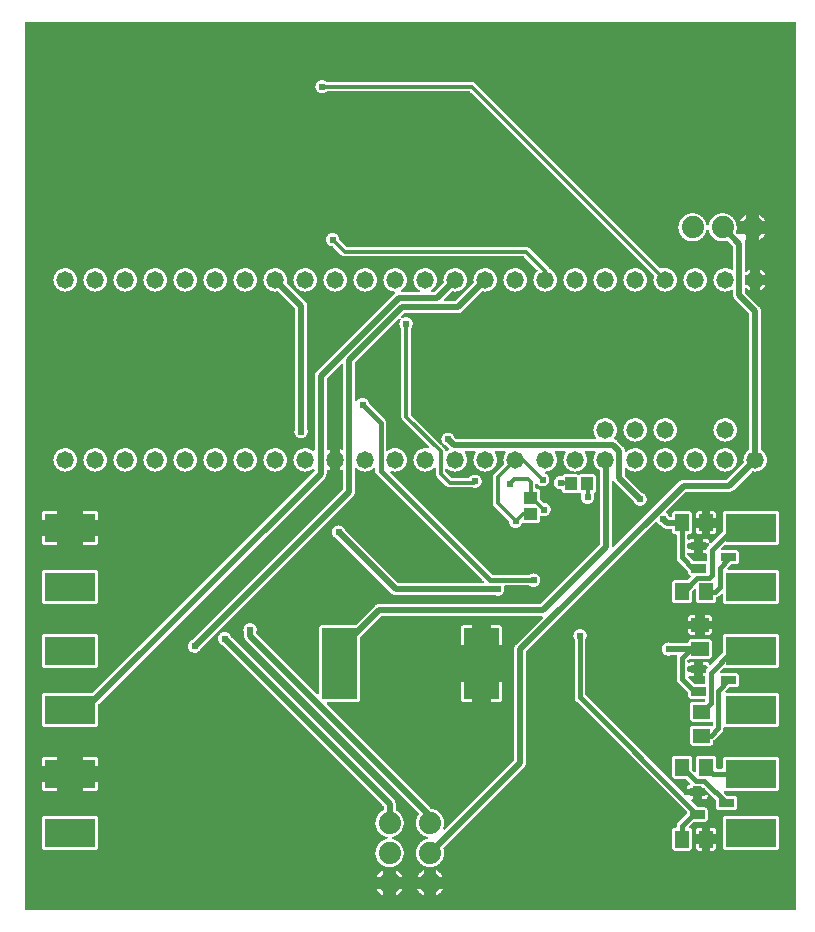
<source format=gbl>
G04 Layer: BottomLayer*
G04 EasyEDA v6.4.5, 2020-09-03T12:26:06--7:00*
G04 e5bad7cf5beb4b60abe831444af73797,95dd31e7bbc04d03a1fa04b442bf807f,10*
G04 Gerber Generator version 0.2*
G04 Scale: 100 percent, Rotated: No, Reflected: No *
G04 Dimensions in millimeters *
G04 leading zeros omitted , absolute positions ,3 integer and 3 decimal *
%FSLAX33Y33*%
%MOMM*%
G90*
G71D02*

%ADD11C,0.399999*%
%ADD12C,0.299999*%
%ADD14C,0.499999*%
%ADD17C,0.609600*%
%ADD26C,1.879600*%
%ADD27R,4.284980X2.379980*%
%ADD28C,1.473200*%

%LPD*%
G36*
G01X65427Y75435D02*
G01X358Y75435D01*
G01X343Y75434D01*
G01X329Y75431D01*
G01X315Y75426D01*
G01X303Y75419D01*
G01X291Y75410D01*
G01X281Y75400D01*
G01X272Y75388D01*
G01X265Y75376D01*
G01X260Y75362D01*
G01X257Y75348D01*
G01X256Y75333D01*
G01X256Y358D01*
G01X257Y343D01*
G01X260Y329D01*
G01X265Y315D01*
G01X272Y303D01*
G01X281Y291D01*
G01X291Y281D01*
G01X303Y272D01*
G01X315Y265D01*
G01X329Y260D01*
G01X343Y257D01*
G01X358Y256D01*
G01X65427Y256D01*
G01X65442Y257D01*
G01X65456Y260D01*
G01X65470Y265D01*
G01X65482Y272D01*
G01X65494Y281D01*
G01X65504Y291D01*
G01X65513Y303D01*
G01X65520Y315D01*
G01X65525Y329D01*
G01X65528Y343D01*
G01X65529Y358D01*
G01X65529Y75333D01*
G01X65528Y75348D01*
G01X65525Y75362D01*
G01X65520Y75376D01*
G01X65513Y75388D01*
G01X65504Y75400D01*
G01X65494Y75410D01*
G01X65482Y75419D01*
G01X65470Y75426D01*
G01X65456Y75431D01*
G01X65442Y75434D01*
G01X65427Y75435D01*
G37*

%LPC*%
G36*
G01X56818Y59234D02*
G01X56769Y59235D01*
G01X56719Y59234D01*
G01X56670Y59231D01*
G01X56621Y59226D01*
G01X56572Y59219D01*
G01X56523Y59209D01*
G01X56475Y59198D01*
G01X56427Y59185D01*
G01X56380Y59170D01*
G01X56334Y59153D01*
G01X56288Y59134D01*
G01X56243Y59113D01*
G01X56199Y59091D01*
G01X56156Y59066D01*
G01X56114Y59040D01*
G01X56073Y59012D01*
G01X56034Y58983D01*
G01X55995Y58951D01*
G01X55958Y58919D01*
G01X55888Y58849D01*
G01X55856Y58812D01*
G01X55824Y58773D01*
G01X55795Y58734D01*
G01X55767Y58693D01*
G01X55741Y58651D01*
G01X55716Y58608D01*
G01X55694Y58564D01*
G01X55673Y58519D01*
G01X55654Y58473D01*
G01X55637Y58427D01*
G01X55622Y58380D01*
G01X55609Y58332D01*
G01X55598Y58284D01*
G01X55588Y58235D01*
G01X55581Y58186D01*
G01X55576Y58137D01*
G01X55573Y58088D01*
G01X55572Y58039D01*
G01X55573Y57989D01*
G01X55576Y57940D01*
G01X55581Y57891D01*
G01X55588Y57842D01*
G01X55598Y57793D01*
G01X55609Y57745D01*
G01X55622Y57697D01*
G01X55637Y57650D01*
G01X55654Y57604D01*
G01X55673Y57558D01*
G01X55694Y57513D01*
G01X55716Y57469D01*
G01X55741Y57426D01*
G01X55767Y57384D01*
G01X55795Y57343D01*
G01X55824Y57304D01*
G01X55856Y57265D01*
G01X55888Y57228D01*
G01X55958Y57158D01*
G01X55995Y57126D01*
G01X56034Y57094D01*
G01X56073Y57065D01*
G01X56114Y57037D01*
G01X56156Y57011D01*
G01X56199Y56986D01*
G01X56243Y56964D01*
G01X56288Y56943D01*
G01X56334Y56924D01*
G01X56380Y56907D01*
G01X56427Y56892D01*
G01X56475Y56879D01*
G01X56523Y56868D01*
G01X56572Y56858D01*
G01X56621Y56851D01*
G01X56670Y56846D01*
G01X56719Y56843D01*
G01X56769Y56842D01*
G01X56818Y56843D01*
G01X56867Y56846D01*
G01X56916Y56851D01*
G01X56965Y56858D01*
G01X57014Y56868D01*
G01X57062Y56879D01*
G01X57110Y56892D01*
G01X57157Y56907D01*
G01X57203Y56924D01*
G01X57249Y56943D01*
G01X57293Y56964D01*
G01X57337Y56986D01*
G01X57380Y57010D01*
G01X57422Y57037D01*
G01X57463Y57064D01*
G01X57503Y57094D01*
G01X57541Y57125D01*
G01X57578Y57158D01*
G01X57614Y57192D01*
G01X57648Y57228D01*
G01X57681Y57265D01*
G01X57712Y57303D01*
G01X57742Y57343D01*
G01X57769Y57383D01*
G01X57796Y57425D01*
G01X57820Y57468D01*
G01X57843Y57512D01*
G01X57864Y57557D01*
G01X57883Y57602D01*
G01X57900Y57649D01*
G01X57915Y57696D01*
G01X57928Y57743D01*
G01X57939Y57792D01*
G01X57943Y57806D01*
G01X57950Y57820D01*
G01X57958Y57833D01*
G01X57969Y57844D01*
G01X57981Y57854D01*
G01X57994Y57862D01*
G01X58008Y57868D01*
G01X58023Y57871D01*
G01X58039Y57872D01*
G01X58054Y57871D01*
G01X58069Y57868D01*
G01X58083Y57862D01*
G01X58096Y57854D01*
G01X58108Y57844D01*
G01X58119Y57833D01*
G01X58127Y57820D01*
G01X58134Y57806D01*
G01X58138Y57792D01*
G01X58149Y57743D01*
G01X58162Y57696D01*
G01X58177Y57649D01*
G01X58194Y57602D01*
G01X58213Y57557D01*
G01X58234Y57512D01*
G01X58257Y57468D01*
G01X58281Y57425D01*
G01X58308Y57383D01*
G01X58335Y57343D01*
G01X58365Y57303D01*
G01X58396Y57265D01*
G01X58429Y57228D01*
G01X58463Y57192D01*
G01X58499Y57158D01*
G01X58536Y57125D01*
G01X58574Y57094D01*
G01X58614Y57064D01*
G01X58655Y57037D01*
G01X58697Y57010D01*
G01X58740Y56986D01*
G01X58784Y56964D01*
G01X58828Y56943D01*
G01X58874Y56924D01*
G01X58920Y56907D01*
G01X58967Y56892D01*
G01X59015Y56879D01*
G01X59063Y56868D01*
G01X59112Y56858D01*
G01X59161Y56851D01*
G01X59210Y56846D01*
G01X59259Y56843D01*
G01X59309Y56842D01*
G01X59359Y56843D01*
G01X59410Y56846D01*
G01X59461Y56852D01*
G01X59511Y56859D01*
G01X59561Y56869D01*
G01X59611Y56881D01*
G01X59659Y56895D01*
G01X59674Y56898D01*
G01X59689Y56899D01*
G01X59705Y56898D01*
G01X59721Y56894D01*
G01X59735Y56888D01*
G01X59749Y56880D01*
G01X59761Y56870D01*
G01X60169Y56461D01*
G01X60180Y56449D01*
G01X60188Y56436D01*
G01X60194Y56421D01*
G01X60198Y56405D01*
G01X60199Y56390D01*
G01X60199Y54533D01*
G01X60198Y54518D01*
G01X60195Y54504D01*
G01X60190Y54491D01*
G01X60183Y54478D01*
G01X60174Y54466D01*
G01X60164Y54456D01*
G01X60152Y54447D01*
G01X60140Y54440D01*
G01X60126Y54435D01*
G01X60112Y54432D01*
G01X60097Y54431D01*
G01X60079Y54433D01*
G01X60062Y54438D01*
G01X60045Y54446D01*
G01X60003Y54470D01*
G01X59959Y54492D01*
G01X59914Y54512D01*
G01X59869Y54529D01*
G01X59822Y54545D01*
G01X59775Y54558D01*
G01X59728Y54569D01*
G01X59680Y54577D01*
G01X59631Y54583D01*
G01X59582Y54586D01*
G01X59534Y54588D01*
G01X59488Y54587D01*
G01X59442Y54583D01*
G01X59396Y54578D01*
G01X59351Y54571D01*
G01X59306Y54561D01*
G01X59262Y54550D01*
G01X59218Y54536D01*
G01X59175Y54521D01*
G01X59132Y54503D01*
G01X59091Y54484D01*
G01X59050Y54462D01*
G01X59011Y54439D01*
G01X58972Y54414D01*
G01X58935Y54387D01*
G01X58899Y54359D01*
G01X58864Y54328D01*
G01X58831Y54297D01*
G01X58800Y54264D01*
G01X58769Y54229D01*
G01X58741Y54193D01*
G01X58714Y54156D01*
G01X58689Y54117D01*
G01X58666Y54078D01*
G01X58645Y54037D01*
G01X58625Y53996D01*
G01X58607Y53953D01*
G01X58592Y53910D01*
G01X58578Y53866D01*
G01X58567Y53822D01*
G01X58557Y53777D01*
G01X58550Y53732D01*
G01X58545Y53686D01*
G01X58541Y53640D01*
G01X58540Y53595D01*
G01X58541Y53549D01*
G01X58545Y53503D01*
G01X58550Y53457D01*
G01X58557Y53412D01*
G01X58567Y53367D01*
G01X58578Y53323D01*
G01X58592Y53279D01*
G01X58607Y53236D01*
G01X58625Y53193D01*
G01X58645Y53152D01*
G01X58666Y53111D01*
G01X58689Y53072D01*
G01X58714Y53033D01*
G01X58741Y52996D01*
G01X58769Y52960D01*
G01X58800Y52925D01*
G01X58831Y52892D01*
G01X58864Y52861D01*
G01X58899Y52830D01*
G01X58935Y52802D01*
G01X58972Y52775D01*
G01X59011Y52750D01*
G01X59050Y52727D01*
G01X59091Y52705D01*
G01X59132Y52686D01*
G01X59175Y52668D01*
G01X59218Y52653D01*
G01X59262Y52639D01*
G01X59306Y52628D01*
G01X59351Y52618D01*
G01X59396Y52611D01*
G01X59442Y52606D01*
G01X59488Y52602D01*
G01X59534Y52601D01*
G01X59582Y52603D01*
G01X59631Y52606D01*
G01X59680Y52612D01*
G01X59728Y52621D01*
G01X59775Y52631D01*
G01X59822Y52644D01*
G01X59869Y52660D01*
G01X59914Y52677D01*
G01X59959Y52697D01*
G01X60003Y52719D01*
G01X60045Y52743D01*
G01X60062Y52751D01*
G01X60079Y52756D01*
G01X60097Y52758D01*
G01X60112Y52757D01*
G01X60126Y52754D01*
G01X60140Y52749D01*
G01X60152Y52742D01*
G01X60164Y52733D01*
G01X60174Y52723D01*
G01X60183Y52711D01*
G01X60190Y52698D01*
G01X60195Y52685D01*
G01X60198Y52671D01*
G01X60199Y52656D01*
G01X60199Y52300D01*
G01X60200Y52267D01*
G01X60203Y52234D01*
G01X60209Y52201D01*
G01X60216Y52169D01*
G01X60226Y52137D01*
G01X60238Y52106D01*
G01X60251Y52076D01*
G01X60267Y52046D01*
G01X60284Y52018D01*
G01X60304Y51991D01*
G01X60325Y51966D01*
G01X60347Y51941D01*
G01X61537Y50752D01*
G01X61548Y50739D01*
G01X61556Y50726D01*
G01X61562Y50711D01*
G01X61566Y50696D01*
G01X61567Y50680D01*
G01X61567Y39265D01*
G01X61566Y39248D01*
G01X61562Y39232D01*
G01X61555Y39217D01*
G01X61546Y39203D01*
G01X61535Y39191D01*
G01X61522Y39180D01*
G01X61484Y39154D01*
G01X61447Y39125D01*
G01X61412Y39095D01*
G01X61378Y39063D01*
G01X61346Y39030D01*
G01X61315Y38995D01*
G01X61286Y38959D01*
G01X61258Y38922D01*
G01X61233Y38883D01*
G01X61209Y38843D01*
G01X61187Y38802D01*
G01X61167Y38760D01*
G01X61149Y38717D01*
G01X61133Y38674D01*
G01X61119Y38629D01*
G01X61107Y38585D01*
G01X61098Y38539D01*
G01X61090Y38493D01*
G01X61085Y38447D01*
G01X61081Y38401D01*
G01X61080Y38355D01*
G01X61082Y38306D01*
G01X61085Y38257D01*
G01X61091Y38209D01*
G01X61100Y38161D01*
G01X61101Y38141D01*
G01X61100Y38125D01*
G01X61096Y38109D01*
G01X61090Y38095D01*
G01X61082Y38081D01*
G01X61072Y38069D01*
G01X59710Y36707D01*
G01X59697Y36697D01*
G01X59684Y36688D01*
G01X59669Y36682D01*
G01X59654Y36678D01*
G01X59638Y36677D01*
G01X56007Y36677D01*
G01X55973Y36676D01*
G01X55940Y36673D01*
G01X55908Y36667D01*
G01X55875Y36660D01*
G01X55844Y36650D01*
G01X55813Y36639D01*
G01X55782Y36625D01*
G01X55753Y36609D01*
G01X55725Y36592D01*
G01X55698Y36572D01*
G01X55673Y36551D01*
G01X55648Y36529D01*
G01X50082Y30963D01*
G01X50070Y30953D01*
G01X50057Y30944D01*
G01X50042Y30938D01*
G01X50027Y30934D01*
G01X50011Y30933D01*
G01X49996Y30934D01*
G01X49982Y30937D01*
G01X49968Y30942D01*
G01X49956Y30949D01*
G01X49944Y30958D01*
G01X49934Y30968D01*
G01X49925Y30980D01*
G01X49918Y30993D01*
G01X49913Y31006D01*
G01X49910Y31020D01*
G01X49909Y31035D01*
G01X49909Y36516D01*
G01X49910Y36531D01*
G01X49913Y36545D01*
G01X49918Y36558D01*
G01X49925Y36571D01*
G01X49934Y36583D01*
G01X49944Y36593D01*
G01X49956Y36602D01*
G01X49968Y36609D01*
G01X49982Y36614D01*
G01X49996Y36617D01*
G01X50011Y36618D01*
G01X50026Y36617D01*
G01X50041Y36613D01*
G01X50056Y36607D01*
G01X50069Y36599D01*
G01X50081Y36589D01*
G01X50092Y36578D01*
G01X50100Y36565D01*
G01X50119Y36533D01*
G01X50139Y36503D01*
G01X50162Y36474D01*
G01X50187Y36447D01*
G01X51779Y34856D01*
G01X51792Y34840D01*
G01X51801Y34822D01*
G01X51815Y34789D01*
G01X51831Y34758D01*
G01X51849Y34727D01*
G01X51869Y34698D01*
G01X51891Y34670D01*
G01X51914Y34644D01*
G01X51939Y34619D01*
G01X51965Y34595D01*
G01X51993Y34574D01*
G01X52022Y34554D01*
G01X52053Y34536D01*
G01X52084Y34520D01*
G01X52117Y34506D01*
G01X52150Y34494D01*
G01X52184Y34484D01*
G01X52218Y34476D01*
G01X52253Y34471D01*
G01X52288Y34467D01*
G01X52324Y34466D01*
G01X52357Y34467D01*
G01X52391Y34470D01*
G01X52425Y34475D01*
G01X52458Y34483D01*
G01X52491Y34492D01*
G01X52523Y34503D01*
G01X52554Y34516D01*
G01X52584Y34531D01*
G01X52614Y34547D01*
G01X52642Y34566D01*
G01X52670Y34586D01*
G01X52696Y34607D01*
G01X52744Y34655D01*
G01X52765Y34681D01*
G01X52785Y34709D01*
G01X52804Y34737D01*
G01X52821Y34767D01*
G01X52835Y34797D01*
G01X52848Y34829D01*
G01X52859Y34861D01*
G01X52869Y34893D01*
G01X52876Y34926D01*
G01X52881Y34960D01*
G01X52884Y34994D01*
G01X52885Y35028D01*
G01X52884Y35063D01*
G01X52880Y35098D01*
G01X52875Y35133D01*
G01X52867Y35167D01*
G01X52857Y35201D01*
G01X52845Y35234D01*
G01X52831Y35267D01*
G01X52815Y35298D01*
G01X52797Y35329D01*
G01X52777Y35358D01*
G01X52756Y35386D01*
G01X52732Y35412D01*
G01X52707Y35437D01*
G01X52681Y35460D01*
G01X52653Y35482D01*
G01X52624Y35502D01*
G01X52593Y35520D01*
G01X52562Y35536D01*
G01X52530Y35550D01*
G01X52511Y35559D01*
G01X52495Y35572D01*
G01X51082Y36986D01*
G01X51071Y36998D01*
G01X51063Y37011D01*
G01X51057Y37026D01*
G01X51053Y37042D01*
G01X51052Y37058D01*
G01X51052Y37566D01*
G01X51053Y37581D01*
G01X51056Y37595D01*
G01X51061Y37609D01*
G01X51068Y37621D01*
G01X51077Y37633D01*
G01X51087Y37643D01*
G01X51099Y37652D01*
G01X51111Y37659D01*
G01X51125Y37664D01*
G01X51139Y37667D01*
G01X51154Y37668D01*
G01X51169Y37667D01*
G01X51184Y37663D01*
G01X51199Y37658D01*
G01X51212Y37650D01*
G01X51224Y37640D01*
G01X51259Y37607D01*
G01X51296Y37577D01*
G01X51334Y37548D01*
G01X51373Y37521D01*
G01X51414Y37496D01*
G01X51455Y37473D01*
G01X51498Y37452D01*
G01X51542Y37434D01*
G01X51586Y37417D01*
G01X51632Y37402D01*
G01X51678Y37390D01*
G01X51724Y37380D01*
G01X51771Y37372D01*
G01X51818Y37366D01*
G01X51866Y37363D01*
G01X51914Y37361D01*
G01X51959Y37362D01*
G01X52005Y37366D01*
G01X52051Y37371D01*
G01X52096Y37378D01*
G01X52141Y37388D01*
G01X52185Y37399D01*
G01X52229Y37413D01*
G01X52272Y37428D01*
G01X52315Y37446D01*
G01X52356Y37465D01*
G01X52397Y37487D01*
G01X52436Y37510D01*
G01X52475Y37535D01*
G01X52512Y37562D01*
G01X52548Y37590D01*
G01X52583Y37621D01*
G01X52616Y37652D01*
G01X52647Y37685D01*
G01X52678Y37720D01*
G01X52706Y37756D01*
G01X52733Y37793D01*
G01X52758Y37832D01*
G01X52781Y37871D01*
G01X52803Y37912D01*
G01X52822Y37953D01*
G01X52840Y37996D01*
G01X52855Y38039D01*
G01X52869Y38083D01*
G01X52880Y38127D01*
G01X52890Y38172D01*
G01X52897Y38217D01*
G01X52902Y38263D01*
G01X52906Y38309D01*
G01X52907Y38355D01*
G01X52906Y38400D01*
G01X52902Y38446D01*
G01X52897Y38492D01*
G01X52890Y38537D01*
G01X52880Y38582D01*
G01X52869Y38626D01*
G01X52855Y38670D01*
G01X52840Y38713D01*
G01X52822Y38756D01*
G01X52803Y38797D01*
G01X52781Y38838D01*
G01X52758Y38877D01*
G01X52733Y38916D01*
G01X52706Y38953D01*
G01X52678Y38989D01*
G01X52647Y39024D01*
G01X52616Y39057D01*
G01X52583Y39088D01*
G01X52548Y39119D01*
G01X52512Y39147D01*
G01X52475Y39174D01*
G01X52436Y39199D01*
G01X52397Y39222D01*
G01X52356Y39244D01*
G01X52315Y39263D01*
G01X52272Y39281D01*
G01X52229Y39296D01*
G01X52185Y39310D01*
G01X52141Y39321D01*
G01X52096Y39331D01*
G01X52051Y39338D01*
G01X52005Y39343D01*
G01X51959Y39347D01*
G01X51914Y39348D01*
G01X51869Y39347D01*
G01X51824Y39344D01*
G01X51779Y39339D01*
G01X51735Y39331D01*
G01X51691Y39322D01*
G01X51647Y39311D01*
G01X51604Y39298D01*
G01X51562Y39283D01*
G01X51520Y39266D01*
G01X51479Y39248D01*
G01X51439Y39227D01*
G01X51400Y39205D01*
G01X51362Y39181D01*
G01X51325Y39155D01*
G01X51290Y39127D01*
G01X51255Y39098D01*
G01X51222Y39068D01*
G01X51210Y39058D01*
G01X51197Y39050D01*
G01X51182Y39044D01*
G01X51167Y39040D01*
G01X51152Y39039D01*
G01X51137Y39040D01*
G01X51122Y39044D01*
G01X51108Y39049D01*
G01X51095Y39057D01*
G01X51083Y39066D01*
G01X51072Y39077D01*
G01X51064Y39089D01*
G01X51057Y39103D01*
G01X51053Y39118D01*
G01X51050Y39132D01*
G01X51047Y39165D01*
G01X51041Y39197D01*
G01X51033Y39228D01*
G01X51024Y39259D01*
G01X51012Y39289D01*
G01X50998Y39319D01*
G01X50983Y39347D01*
G01X50965Y39375D01*
G01X50947Y39401D01*
G01X50926Y39426D01*
G01X50904Y39450D01*
G01X50396Y39958D01*
G01X50369Y39983D01*
G01X50341Y40006D01*
G01X50311Y40026D01*
G01X50279Y40045D01*
G01X50246Y40061D01*
G01X50213Y40075D01*
G01X50178Y40086D01*
G01X50164Y40091D01*
G01X50152Y40098D01*
G01X50140Y40107D01*
G01X50130Y40117D01*
G01X50121Y40129D01*
G01X50114Y40142D01*
G01X50109Y40155D01*
G01X50106Y40169D01*
G01X50105Y40184D01*
G01X50106Y40198D01*
G01X50109Y40212D01*
G01X50114Y40226D01*
G01X50120Y40238D01*
G01X50129Y40250D01*
G01X50159Y40286D01*
G01X50186Y40324D01*
G01X50212Y40363D01*
G01X50236Y40403D01*
G01X50259Y40444D01*
G01X50279Y40486D01*
G01X50297Y40529D01*
G01X50313Y40573D01*
G01X50327Y40618D01*
G01X50339Y40663D01*
G01X50349Y40709D01*
G01X50357Y40755D01*
G01X50362Y40801D01*
G01X50366Y40848D01*
G01X50367Y40895D01*
G01X50366Y40940D01*
G01X50362Y40986D01*
G01X50357Y41032D01*
G01X50350Y41077D01*
G01X50340Y41122D01*
G01X50329Y41166D01*
G01X50315Y41210D01*
G01X50300Y41253D01*
G01X50282Y41296D01*
G01X50263Y41337D01*
G01X50241Y41378D01*
G01X50218Y41417D01*
G01X50193Y41456D01*
G01X50166Y41493D01*
G01X50138Y41529D01*
G01X50107Y41564D01*
G01X50076Y41597D01*
G01X50043Y41628D01*
G01X50008Y41659D01*
G01X49972Y41687D01*
G01X49935Y41714D01*
G01X49896Y41739D01*
G01X49857Y41762D01*
G01X49816Y41784D01*
G01X49775Y41803D01*
G01X49732Y41821D01*
G01X49689Y41836D01*
G01X49645Y41850D01*
G01X49601Y41861D01*
G01X49556Y41871D01*
G01X49511Y41878D01*
G01X49465Y41883D01*
G01X49419Y41887D01*
G01X49374Y41888D01*
G01X49328Y41887D01*
G01X49282Y41883D01*
G01X49236Y41878D01*
G01X49191Y41871D01*
G01X49146Y41861D01*
G01X49102Y41850D01*
G01X49058Y41836D01*
G01X49015Y41821D01*
G01X48972Y41803D01*
G01X48931Y41784D01*
G01X48890Y41762D01*
G01X48851Y41739D01*
G01X48812Y41714D01*
G01X48775Y41687D01*
G01X48739Y41659D01*
G01X48704Y41628D01*
G01X48671Y41597D01*
G01X48640Y41564D01*
G01X48609Y41529D01*
G01X48581Y41493D01*
G01X48554Y41456D01*
G01X48529Y41417D01*
G01X48506Y41378D01*
G01X48485Y41337D01*
G01X48465Y41296D01*
G01X48447Y41253D01*
G01X48432Y41210D01*
G01X48418Y41166D01*
G01X48407Y41122D01*
G01X48397Y41077D01*
G01X48390Y41032D01*
G01X48385Y40986D01*
G01X48381Y40940D01*
G01X48380Y40895D01*
G01X48382Y40846D01*
G01X48385Y40798D01*
G01X48391Y40751D01*
G01X48399Y40703D01*
G01X48409Y40656D01*
G01X48422Y40610D01*
G01X48437Y40564D01*
G01X48454Y40519D01*
G01X48473Y40475D01*
G01X48495Y40432D01*
G01X48518Y40390D01*
G01X48543Y40349D01*
G01X48571Y40310D01*
G01X48600Y40272D01*
G01X48610Y40257D01*
G01X48617Y40242D01*
G01X48621Y40225D01*
G01X48623Y40208D01*
G01X48622Y40193D01*
G01X48618Y40179D01*
G01X48613Y40166D01*
G01X48606Y40153D01*
G01X48598Y40141D01*
G01X48588Y40131D01*
G01X48576Y40122D01*
G01X48563Y40115D01*
G01X48550Y40110D01*
G01X48535Y40107D01*
G01X48521Y40106D01*
G01X36827Y40106D01*
G01X36812Y40107D01*
G01X36796Y40111D01*
G01X36781Y40117D01*
G01X36768Y40126D01*
G01X36756Y40136D01*
G01X36612Y40279D01*
G01X36599Y40295D01*
G01X36590Y40314D01*
G01X36576Y40346D01*
G01X36560Y40378D01*
G01X36542Y40408D01*
G01X36522Y40437D01*
G01X36500Y40465D01*
G01X36477Y40492D01*
G01X36452Y40517D01*
G01X36426Y40540D01*
G01X36398Y40562D01*
G01X36369Y40581D01*
G01X36338Y40599D01*
G01X36307Y40615D01*
G01X36274Y40629D01*
G01X36241Y40641D01*
G01X36207Y40651D01*
G01X36173Y40659D01*
G01X36138Y40665D01*
G01X36103Y40668D01*
G01X36068Y40669D01*
G01X36034Y40668D01*
G01X36000Y40665D01*
G01X35966Y40660D01*
G01X35933Y40653D01*
G01X35900Y40644D01*
G01X35868Y40632D01*
G01X35837Y40620D01*
G01X35807Y40605D01*
G01X35777Y40588D01*
G01X35749Y40570D01*
G01X35721Y40550D01*
G01X35695Y40528D01*
G01X35671Y40505D01*
G01X35647Y40480D01*
G01X35626Y40454D01*
G01X35606Y40426D01*
G01X35587Y40398D01*
G01X35570Y40368D01*
G01X35556Y40338D01*
G01X35543Y40307D01*
G01X35532Y40275D01*
G01X35522Y40242D01*
G01X35515Y40209D01*
G01X35510Y40175D01*
G01X35507Y40142D01*
G01X35506Y40108D01*
G01X35507Y40073D01*
G01X35510Y40038D01*
G01X35516Y40004D01*
G01X35523Y39970D01*
G01X35533Y39937D01*
G01X35544Y39904D01*
G01X35558Y39872D01*
G01X35573Y39841D01*
G01X35591Y39811D01*
G01X35610Y39782D01*
G01X35631Y39754D01*
G01X35640Y39741D01*
G01X35647Y39726D01*
G01X35652Y39710D01*
G01X35654Y39694D01*
G01X35670Y39692D01*
G01X35686Y39688D01*
G01X35701Y39681D01*
G01X35714Y39671D01*
G01X35742Y39651D01*
G01X35770Y39632D01*
G01X35799Y39614D01*
G01X35830Y39599D01*
G01X35861Y39585D01*
G01X35880Y39576D01*
G01X35896Y39563D01*
G01X36128Y39331D01*
G01X36139Y39318D01*
G01X36147Y39305D01*
G01X36153Y39290D01*
G01X36157Y39275D01*
G01X36158Y39259D01*
G01X36157Y39242D01*
G01X36153Y39226D01*
G01X36146Y39211D01*
G01X36137Y39197D01*
G01X36126Y39185D01*
G01X36114Y39175D01*
G01X36076Y39148D01*
G01X36039Y39119D01*
G01X36004Y39088D01*
G01X35992Y39079D01*
G01X35979Y39071D01*
G01X35965Y39066D01*
G01X35951Y39063D01*
G01X35936Y39062D01*
G01X35921Y39063D01*
G01X35907Y39066D01*
G01X35893Y39071D01*
G01X35881Y39078D01*
G01X35869Y39086D01*
G01X35859Y39097D01*
G01X35850Y39108D01*
G01X35843Y39121D01*
G01X35838Y39135D01*
G01X35835Y39149D01*
G01X35830Y39177D01*
G01X35823Y39206D01*
G01X35814Y39233D01*
G01X35802Y39260D01*
G01X35789Y39286D01*
G01X35775Y39311D01*
G01X35758Y39335D01*
G01X35740Y39358D01*
G01X35720Y39379D01*
G01X35579Y39521D01*
G01X35569Y39532D01*
G01X35560Y39545D01*
G01X35554Y39559D01*
G01X35551Y39574D01*
G01X35549Y39589D01*
G01X35534Y39591D01*
G01X35519Y39595D01*
G01X35505Y39601D01*
G01X35492Y39609D01*
G01X35480Y39619D01*
G01X32948Y42151D01*
G01X32937Y42163D01*
G01X32929Y42177D01*
G01X32923Y42192D01*
G01X32919Y42207D01*
G01X32918Y42223D01*
G01X32918Y49461D01*
G01X32920Y49478D01*
G01X32924Y49496D01*
G01X32932Y49512D01*
G01X32942Y49526D01*
G01X32964Y49554D01*
G01X32984Y49583D01*
G01X33002Y49614D01*
G01X33018Y49646D01*
G01X33033Y49678D01*
G01X33045Y49712D01*
G01X33055Y49746D01*
G01X33063Y49781D01*
G01X33068Y49816D01*
G01X33072Y49851D01*
G01X33073Y49887D01*
G01X33072Y49921D01*
G01X33069Y49954D01*
G01X33064Y49988D01*
G01X33057Y50021D01*
G01X33047Y50054D01*
G01X33036Y50086D01*
G01X33023Y50117D01*
G01X33009Y50147D01*
G01X32992Y50177D01*
G01X32973Y50205D01*
G01X32953Y50233D01*
G01X32932Y50259D01*
G01X32908Y50284D01*
G01X32884Y50307D01*
G01X32858Y50329D01*
G01X32830Y50349D01*
G01X32802Y50367D01*
G01X32772Y50384D01*
G01X32742Y50399D01*
G01X32711Y50411D01*
G01X32679Y50423D01*
G01X32646Y50432D01*
G01X32613Y50439D01*
G01X32579Y50444D01*
G01X32545Y50447D01*
G01X32512Y50448D01*
G01X32475Y50447D01*
G01X32439Y50443D01*
G01X32403Y50437D01*
G01X32367Y50429D01*
G01X32332Y50419D01*
G01X32298Y50406D01*
G01X32265Y50391D01*
G01X32232Y50374D01*
G01X32201Y50354D01*
G01X32188Y50347D01*
G01X32174Y50342D01*
G01X32160Y50339D01*
G01X32145Y50338D01*
G01X32131Y50339D01*
G01X32116Y50342D01*
G01X32103Y50347D01*
G01X32090Y50354D01*
G01X32079Y50362D01*
G01X32068Y50373D01*
G01X32060Y50384D01*
G01X32053Y50397D01*
G01X32048Y50410D01*
G01X32045Y50425D01*
G01X32044Y50439D01*
G01X32045Y50455D01*
G01X32048Y50471D01*
G01X32055Y50485D01*
G01X32063Y50499D01*
G01X32073Y50511D01*
G01X32311Y50748D01*
G01X32323Y50759D01*
G01X32336Y50767D01*
G01X32351Y50773D01*
G01X32367Y50777D01*
G01X32382Y50778D01*
G01X36903Y50778D01*
G01X36936Y50779D01*
G01X36969Y50782D01*
G01X37002Y50788D01*
G01X37034Y50795D01*
G01X37066Y50805D01*
G01X37097Y50817D01*
G01X37127Y50830D01*
G01X37156Y50846D01*
G01X37184Y50863D01*
G01X37211Y50883D01*
G01X37237Y50904D01*
G01X37261Y50926D01*
G01X38929Y52592D01*
G01X38941Y52603D01*
G01X38955Y52611D01*
G01X38970Y52617D01*
G01X38985Y52621D01*
G01X39001Y52622D01*
G01X39021Y52620D01*
G01X39069Y52612D01*
G01X39117Y52606D01*
G01X39165Y52603D01*
G01X39214Y52601D01*
G01X39259Y52602D01*
G01X39305Y52606D01*
G01X39351Y52611D01*
G01X39396Y52618D01*
G01X39441Y52628D01*
G01X39485Y52639D01*
G01X39529Y52653D01*
G01X39572Y52668D01*
G01X39615Y52686D01*
G01X39656Y52705D01*
G01X39697Y52727D01*
G01X39736Y52750D01*
G01X39775Y52775D01*
G01X39812Y52802D01*
G01X39848Y52830D01*
G01X39883Y52861D01*
G01X39916Y52892D01*
G01X39947Y52925D01*
G01X39978Y52960D01*
G01X40006Y52996D01*
G01X40033Y53033D01*
G01X40058Y53072D01*
G01X40081Y53111D01*
G01X40103Y53152D01*
G01X40122Y53193D01*
G01X40140Y53236D01*
G01X40155Y53279D01*
G01X40169Y53323D01*
G01X40180Y53367D01*
G01X40190Y53412D01*
G01X40197Y53457D01*
G01X40202Y53503D01*
G01X40206Y53549D01*
G01X40207Y53595D01*
G01X40206Y53640D01*
G01X40202Y53686D01*
G01X40197Y53732D01*
G01X40190Y53777D01*
G01X40180Y53822D01*
G01X40169Y53866D01*
G01X40155Y53910D01*
G01X40140Y53953D01*
G01X40122Y53996D01*
G01X40103Y54037D01*
G01X40081Y54078D01*
G01X40058Y54117D01*
G01X40033Y54156D01*
G01X40006Y54193D01*
G01X39978Y54229D01*
G01X39947Y54264D01*
G01X39916Y54297D01*
G01X39883Y54328D01*
G01X39848Y54359D01*
G01X39812Y54387D01*
G01X39775Y54414D01*
G01X39736Y54439D01*
G01X39697Y54462D01*
G01X39656Y54484D01*
G01X39615Y54503D01*
G01X39572Y54521D01*
G01X39529Y54536D01*
G01X39485Y54550D01*
G01X39441Y54561D01*
G01X39396Y54571D01*
G01X39351Y54578D01*
G01X39305Y54583D01*
G01X39259Y54587D01*
G01X39214Y54588D01*
G01X39168Y54587D01*
G01X39122Y54583D01*
G01X39076Y54578D01*
G01X39031Y54571D01*
G01X38986Y54561D01*
G01X38942Y54550D01*
G01X38898Y54536D01*
G01X38855Y54521D01*
G01X38812Y54503D01*
G01X38771Y54484D01*
G01X38730Y54462D01*
G01X38691Y54439D01*
G01X38652Y54414D01*
G01X38615Y54387D01*
G01X38579Y54359D01*
G01X38544Y54328D01*
G01X38511Y54297D01*
G01X38480Y54264D01*
G01X38449Y54229D01*
G01X38421Y54193D01*
G01X38394Y54156D01*
G01X38369Y54117D01*
G01X38346Y54078D01*
G01X38325Y54037D01*
G01X38305Y53996D01*
G01X38287Y53953D01*
G01X38272Y53910D01*
G01X38258Y53866D01*
G01X38247Y53822D01*
G01X38237Y53777D01*
G01X38230Y53732D01*
G01X38225Y53686D01*
G01X38221Y53640D01*
G01X38220Y53595D01*
G01X38222Y53546D01*
G01X38225Y53497D01*
G01X38231Y53448D01*
G01X38240Y53400D01*
G01X38242Y53380D01*
G01X38240Y53364D01*
G01X38237Y53348D01*
G01X38231Y53334D01*
G01X38222Y53320D01*
G01X38212Y53308D01*
G01X36723Y51821D01*
G01X36711Y51811D01*
G01X36698Y51802D01*
G01X36683Y51796D01*
G01X36667Y51792D01*
G01X36651Y51791D01*
G01X35832Y51791D01*
G01X35817Y51792D01*
G01X35803Y51795D01*
G01X35790Y51800D01*
G01X35777Y51807D01*
G01X35765Y51816D01*
G01X35755Y51826D01*
G01X35746Y51838D01*
G01X35739Y51851D01*
G01X35734Y51864D01*
G01X35731Y51878D01*
G01X35730Y51893D01*
G01X35732Y51909D01*
G01X35735Y51924D01*
G01X35741Y51939D01*
G01X35750Y51953D01*
G01X35760Y51965D01*
G01X36388Y52593D01*
G01X36400Y52603D01*
G01X36414Y52611D01*
G01X36428Y52617D01*
G01X36444Y52621D01*
G01X36460Y52622D01*
G01X36480Y52620D01*
G01X36528Y52612D01*
G01X36576Y52606D01*
G01X36625Y52603D01*
G01X36674Y52601D01*
G01X36719Y52602D01*
G01X36765Y52606D01*
G01X36811Y52611D01*
G01X36856Y52618D01*
G01X36901Y52628D01*
G01X36945Y52639D01*
G01X36989Y52653D01*
G01X37032Y52668D01*
G01X37075Y52686D01*
G01X37116Y52705D01*
G01X37157Y52727D01*
G01X37196Y52750D01*
G01X37235Y52775D01*
G01X37272Y52802D01*
G01X37308Y52830D01*
G01X37343Y52861D01*
G01X37376Y52892D01*
G01X37407Y52925D01*
G01X37438Y52960D01*
G01X37466Y52996D01*
G01X37493Y53033D01*
G01X37518Y53072D01*
G01X37541Y53111D01*
G01X37563Y53152D01*
G01X37582Y53193D01*
G01X37600Y53236D01*
G01X37615Y53279D01*
G01X37629Y53323D01*
G01X37640Y53367D01*
G01X37650Y53412D01*
G01X37657Y53457D01*
G01X37662Y53503D01*
G01X37666Y53549D01*
G01X37667Y53595D01*
G01X37666Y53640D01*
G01X37662Y53686D01*
G01X37657Y53732D01*
G01X37650Y53777D01*
G01X37640Y53822D01*
G01X37629Y53866D01*
G01X37615Y53910D01*
G01X37600Y53953D01*
G01X37582Y53996D01*
G01X37563Y54037D01*
G01X37541Y54078D01*
G01X37518Y54117D01*
G01X37493Y54156D01*
G01X37466Y54193D01*
G01X37438Y54229D01*
G01X37407Y54264D01*
G01X37376Y54297D01*
G01X37343Y54328D01*
G01X37308Y54359D01*
G01X37272Y54387D01*
G01X37235Y54414D01*
G01X37196Y54439D01*
G01X37157Y54462D01*
G01X37116Y54484D01*
G01X37075Y54503D01*
G01X37032Y54521D01*
G01X36989Y54536D01*
G01X36945Y54550D01*
G01X36901Y54561D01*
G01X36856Y54571D01*
G01X36811Y54578D01*
G01X36765Y54583D01*
G01X36719Y54587D01*
G01X36674Y54588D01*
G01X36628Y54587D01*
G01X36582Y54583D01*
G01X36536Y54578D01*
G01X36491Y54571D01*
G01X36446Y54561D01*
G01X36402Y54550D01*
G01X36358Y54536D01*
G01X36315Y54521D01*
G01X36272Y54503D01*
G01X36231Y54484D01*
G01X36190Y54462D01*
G01X36151Y54439D01*
G01X36112Y54414D01*
G01X36075Y54387D01*
G01X36039Y54359D01*
G01X36004Y54328D01*
G01X35971Y54297D01*
G01X35940Y54264D01*
G01X35909Y54229D01*
G01X35881Y54193D01*
G01X35854Y54156D01*
G01X35829Y54117D01*
G01X35806Y54078D01*
G01X35785Y54037D01*
G01X35765Y53996D01*
G01X35747Y53953D01*
G01X35732Y53910D01*
G01X35718Y53866D01*
G01X35707Y53822D01*
G01X35697Y53777D01*
G01X35690Y53732D01*
G01X35685Y53686D01*
G01X35681Y53640D01*
G01X35680Y53595D01*
G01X35682Y53546D01*
G01X35685Y53497D01*
G01X35691Y53449D01*
G01X35700Y53401D01*
G01X35701Y53381D01*
G01X35700Y53365D01*
G01X35696Y53349D01*
G01X35690Y53335D01*
G01X35682Y53321D01*
G01X35672Y53309D01*
G01X34945Y52582D01*
G01X34932Y52572D01*
G01X34919Y52563D01*
G01X34904Y52557D01*
G01X34889Y52553D01*
G01X34873Y52552D01*
G01X34693Y52552D01*
G01X34679Y52553D01*
G01X34665Y52556D01*
G01X34651Y52561D01*
G01X34638Y52568D01*
G01X34627Y52577D01*
G01X34617Y52587D01*
G01X34608Y52599D01*
G01X34601Y52612D01*
G01X34596Y52625D01*
G01X34593Y52639D01*
G01X34592Y52654D01*
G01X34593Y52669D01*
G01X34596Y52683D01*
G01X34602Y52697D01*
G01X34609Y52710D01*
G01X34618Y52722D01*
G01X34629Y52732D01*
G01X34641Y52741D01*
G01X34681Y52766D01*
G01X34719Y52793D01*
G01X34756Y52821D01*
G01X34792Y52851D01*
G01X34826Y52883D01*
G01X34859Y52916D01*
G01X34890Y52951D01*
G01X34919Y52987D01*
G01X34947Y53025D01*
G01X34973Y53064D01*
G01X34997Y53104D01*
G01X35019Y53145D01*
G01X35039Y53187D01*
G01X35057Y53230D01*
G01X35073Y53274D01*
G01X35087Y53318D01*
G01X35099Y53363D01*
G01X35109Y53409D01*
G01X35117Y53455D01*
G01X35122Y53501D01*
G01X35126Y53548D01*
G01X35127Y53595D01*
G01X35126Y53640D01*
G01X35122Y53686D01*
G01X35117Y53732D01*
G01X35110Y53777D01*
G01X35100Y53822D01*
G01X35089Y53866D01*
G01X35075Y53910D01*
G01X35060Y53953D01*
G01X35042Y53996D01*
G01X35023Y54037D01*
G01X35001Y54078D01*
G01X34978Y54117D01*
G01X34953Y54156D01*
G01X34926Y54193D01*
G01X34898Y54229D01*
G01X34867Y54264D01*
G01X34836Y54297D01*
G01X34803Y54328D01*
G01X34768Y54359D01*
G01X34732Y54387D01*
G01X34695Y54414D01*
G01X34656Y54439D01*
G01X34617Y54462D01*
G01X34576Y54484D01*
G01X34535Y54503D01*
G01X34492Y54521D01*
G01X34449Y54536D01*
G01X34405Y54550D01*
G01X34361Y54561D01*
G01X34316Y54571D01*
G01X34271Y54578D01*
G01X34225Y54583D01*
G01X34179Y54587D01*
G01X34134Y54588D01*
G01X34088Y54587D01*
G01X34042Y54583D01*
G01X33996Y54578D01*
G01X33951Y54571D01*
G01X33906Y54561D01*
G01X33862Y54550D01*
G01X33818Y54536D01*
G01X33775Y54521D01*
G01X33732Y54503D01*
G01X33691Y54484D01*
G01X33650Y54462D01*
G01X33611Y54439D01*
G01X33572Y54414D01*
G01X33535Y54387D01*
G01X33499Y54359D01*
G01X33464Y54328D01*
G01X33431Y54297D01*
G01X33400Y54264D01*
G01X33369Y54229D01*
G01X33341Y54193D01*
G01X33314Y54156D01*
G01X33289Y54117D01*
G01X33266Y54078D01*
G01X33245Y54037D01*
G01X33225Y53996D01*
G01X33207Y53953D01*
G01X33192Y53910D01*
G01X33178Y53866D01*
G01X33167Y53822D01*
G01X33157Y53777D01*
G01X33150Y53732D01*
G01X33145Y53686D01*
G01X33141Y53640D01*
G01X33140Y53595D01*
G01X33141Y53548D01*
G01X33145Y53501D01*
G01X33150Y53455D01*
G01X33158Y53409D01*
G01X33168Y53363D01*
G01X33180Y53318D01*
G01X33194Y53274D01*
G01X33210Y53230D01*
G01X33228Y53187D01*
G01X33248Y53145D01*
G01X33270Y53104D01*
G01X33294Y53064D01*
G01X33320Y53025D01*
G01X33348Y52987D01*
G01X33377Y52951D01*
G01X33408Y52916D01*
G01X33441Y52883D01*
G01X33475Y52851D01*
G01X33511Y52821D01*
G01X33548Y52793D01*
G01X33586Y52766D01*
G01X33626Y52741D01*
G01X33638Y52732D01*
G01X33649Y52722D01*
G01X33658Y52710D01*
G01X33665Y52697D01*
G01X33671Y52683D01*
G01X33674Y52669D01*
G01X33675Y52654D01*
G01X33674Y52639D01*
G01X33671Y52625D01*
G01X33666Y52612D01*
G01X33659Y52599D01*
G01X33650Y52587D01*
G01X33640Y52577D01*
G01X33629Y52568D01*
G01X33616Y52561D01*
G01X33602Y52556D01*
G01X33588Y52553D01*
G01X33574Y52552D01*
G01X32414Y52552D01*
G01X32385Y52553D01*
G01X32155Y52553D01*
G01X32141Y52554D01*
G01X32126Y52557D01*
G01X32113Y52562D01*
G01X32100Y52569D01*
G01X32089Y52578D01*
G01X32078Y52588D01*
G01X32070Y52600D01*
G01X32063Y52613D01*
G01X32058Y52626D01*
G01X32055Y52640D01*
G01X32054Y52655D01*
G01X32055Y52670D01*
G01X32058Y52684D01*
G01X32063Y52698D01*
G01X32071Y52711D01*
G01X32080Y52723D01*
G01X32091Y52733D01*
G01X32103Y52742D01*
G01X32142Y52767D01*
G01X32181Y52793D01*
G01X32218Y52822D01*
G01X32253Y52852D01*
G01X32287Y52884D01*
G01X32320Y52917D01*
G01X32351Y52952D01*
G01X32380Y52988D01*
G01X32408Y53026D01*
G01X32433Y53064D01*
G01X32457Y53104D01*
G01X32479Y53145D01*
G01X32499Y53188D01*
G01X32518Y53230D01*
G01X32534Y53274D01*
G01X32548Y53319D01*
G01X32559Y53364D01*
G01X32569Y53409D01*
G01X32577Y53455D01*
G01X32582Y53501D01*
G01X32586Y53548D01*
G01X32587Y53595D01*
G01X32586Y53640D01*
G01X32582Y53686D01*
G01X32577Y53732D01*
G01X32570Y53777D01*
G01X32560Y53822D01*
G01X32549Y53866D01*
G01X32535Y53910D01*
G01X32520Y53953D01*
G01X32502Y53996D01*
G01X32483Y54037D01*
G01X32461Y54078D01*
G01X32438Y54117D01*
G01X32413Y54156D01*
G01X32386Y54193D01*
G01X32358Y54229D01*
G01X32327Y54264D01*
G01X32296Y54297D01*
G01X32263Y54328D01*
G01X32228Y54359D01*
G01X32192Y54387D01*
G01X32155Y54414D01*
G01X32116Y54439D01*
G01X32077Y54462D01*
G01X32036Y54484D01*
G01X31995Y54503D01*
G01X31952Y54521D01*
G01X31909Y54536D01*
G01X31865Y54550D01*
G01X31821Y54561D01*
G01X31776Y54571D01*
G01X31731Y54578D01*
G01X31685Y54583D01*
G01X31639Y54587D01*
G01X31594Y54588D01*
G01X31548Y54587D01*
G01X31502Y54583D01*
G01X31456Y54578D01*
G01X31411Y54571D01*
G01X31366Y54561D01*
G01X31322Y54550D01*
G01X31278Y54536D01*
G01X31235Y54521D01*
G01X31192Y54503D01*
G01X31151Y54484D01*
G01X31110Y54462D01*
G01X31071Y54439D01*
G01X31032Y54414D01*
G01X30995Y54387D01*
G01X30959Y54359D01*
G01X30924Y54328D01*
G01X30891Y54297D01*
G01X30860Y54264D01*
G01X30829Y54229D01*
G01X30801Y54193D01*
G01X30774Y54156D01*
G01X30749Y54117D01*
G01X30726Y54078D01*
G01X30705Y54037D01*
G01X30685Y53996D01*
G01X30667Y53953D01*
G01X30652Y53910D01*
G01X30638Y53866D01*
G01X30627Y53822D01*
G01X30617Y53777D01*
G01X30610Y53732D01*
G01X30605Y53686D01*
G01X30601Y53640D01*
G01X30600Y53595D01*
G01X30601Y53549D01*
G01X30605Y53504D01*
G01X30610Y53459D01*
G01X30617Y53414D01*
G01X30626Y53369D01*
G01X30638Y53325D01*
G01X30651Y53282D01*
G01X30666Y53239D01*
G01X30684Y53197D01*
G01X30703Y53156D01*
G01X30724Y53115D01*
G01X30747Y53076D01*
G01X30771Y53038D01*
G01X30797Y53001D01*
G01X30825Y52965D01*
G01X30855Y52930D01*
G01X30886Y52897D01*
G01X30919Y52866D01*
G01X30953Y52836D01*
G01X30988Y52807D01*
G01X31025Y52780D01*
G01X31063Y52755D01*
G01X31102Y52732D01*
G01X31142Y52710D01*
G01X31183Y52690D01*
G01X31225Y52672D01*
G01X31267Y52656D01*
G01X31311Y52643D01*
G01X31354Y52631D01*
G01X31399Y52621D01*
G01X31444Y52613D01*
G01X31489Y52607D01*
G01X31503Y52604D01*
G01X31517Y52600D01*
G01X31531Y52593D01*
G01X31543Y52584D01*
G01X31553Y52574D01*
G01X31563Y52562D01*
G01X31570Y52549D01*
G01X31575Y52535D01*
G01X31578Y52521D01*
G01X31579Y52506D01*
G01X31578Y52491D01*
G01X31575Y52477D01*
G01X31570Y52464D01*
G01X31563Y52451D01*
G01X31555Y52439D01*
G01X31544Y52429D01*
G01X31518Y52405D01*
G01X24914Y45801D01*
G01X24892Y45777D01*
G01X24871Y45751D01*
G01X24851Y45724D01*
G01X24834Y45696D01*
G01X24818Y45667D01*
G01X24805Y45636D01*
G01X24793Y45605D01*
G01X24783Y45574D01*
G01X24776Y45541D01*
G01X24770Y45509D01*
G01X24767Y45476D01*
G01X24766Y45443D01*
G01X24766Y39204D01*
G01X24765Y39189D01*
G01X24762Y39175D01*
G01X24757Y39162D01*
G01X24750Y39149D01*
G01X24741Y39137D01*
G01X24731Y39127D01*
G01X24719Y39118D01*
G01X24707Y39111D01*
G01X24693Y39106D01*
G01X24679Y39103D01*
G01X24664Y39102D01*
G01X24647Y39104D01*
G01X24630Y39108D01*
G01X24615Y39115D01*
G01X24600Y39125D01*
G01X24565Y39153D01*
G01X24528Y39179D01*
G01X24490Y39203D01*
G01X24450Y39226D01*
G01X24410Y39247D01*
G01X24369Y39265D01*
G01X24327Y39283D01*
G01X24285Y39298D01*
G01X24241Y39311D01*
G01X24198Y39322D01*
G01X24153Y39331D01*
G01X24109Y39338D01*
G01X24064Y39344D01*
G01X24019Y39347D01*
G01X23974Y39348D01*
G01X23928Y39347D01*
G01X23882Y39343D01*
G01X23836Y39338D01*
G01X23791Y39331D01*
G01X23746Y39321D01*
G01X23702Y39310D01*
G01X23658Y39296D01*
G01X23615Y39281D01*
G01X23572Y39263D01*
G01X23531Y39244D01*
G01X23490Y39222D01*
G01X23451Y39199D01*
G01X23412Y39174D01*
G01X23375Y39147D01*
G01X23339Y39119D01*
G01X23304Y39088D01*
G01X23271Y39057D01*
G01X23240Y39024D01*
G01X23209Y38989D01*
G01X23181Y38953D01*
G01X23154Y38916D01*
G01X23129Y38877D01*
G01X23106Y38838D01*
G01X23085Y38797D01*
G01X23065Y38756D01*
G01X23047Y38713D01*
G01X23032Y38670D01*
G01X23018Y38626D01*
G01X23007Y38582D01*
G01X22997Y38537D01*
G01X22990Y38492D01*
G01X22985Y38446D01*
G01X22981Y38400D01*
G01X22980Y38355D01*
G01X22981Y38309D01*
G01X22985Y38263D01*
G01X22990Y38217D01*
G01X22997Y38172D01*
G01X23007Y38127D01*
G01X23018Y38083D01*
G01X23032Y38039D01*
G01X23047Y37996D01*
G01X23065Y37953D01*
G01X23085Y37912D01*
G01X23106Y37871D01*
G01X23129Y37832D01*
G01X23154Y37793D01*
G01X23181Y37756D01*
G01X23209Y37720D01*
G01X23240Y37685D01*
G01X23271Y37652D01*
G01X23304Y37621D01*
G01X23339Y37590D01*
G01X23375Y37562D01*
G01X23412Y37535D01*
G01X23451Y37510D01*
G01X23490Y37487D01*
G01X23531Y37465D01*
G01X23572Y37446D01*
G01X23615Y37428D01*
G01X23658Y37413D01*
G01X23702Y37399D01*
G01X23746Y37388D01*
G01X23791Y37378D01*
G01X23836Y37371D01*
G01X23882Y37366D01*
G01X23928Y37362D01*
G01X23974Y37361D01*
G01X24019Y37362D01*
G01X24064Y37365D01*
G01X24109Y37371D01*
G01X24153Y37378D01*
G01X24198Y37387D01*
G01X24241Y37398D01*
G01X24285Y37411D01*
G01X24327Y37427D01*
G01X24369Y37444D01*
G01X24410Y37463D01*
G01X24450Y37483D01*
G01X24490Y37506D01*
G01X24528Y37530D01*
G01X24565Y37556D01*
G01X24600Y37584D01*
G01X24615Y37594D01*
G01X24630Y37601D01*
G01X24647Y37605D01*
G01X24664Y37607D01*
G01X24679Y37606D01*
G01X24693Y37603D01*
G01X24707Y37598D01*
G01X24719Y37591D01*
G01X24731Y37582D01*
G01X24741Y37572D01*
G01X24750Y37560D01*
G01X24757Y37547D01*
G01X24762Y37534D01*
G01X24765Y37520D01*
G01X24766Y37505D01*
G01X24766Y37440D01*
G01X24765Y37424D01*
G01X24761Y37408D01*
G01X24755Y37393D01*
G01X24747Y37380D01*
G01X24736Y37368D01*
G01X6040Y18672D01*
G01X6028Y18661D01*
G01X6014Y18653D01*
G01X6000Y18647D01*
G01X5984Y18643D01*
G01X5968Y18642D01*
G01X1921Y18642D01*
G01X1897Y18641D01*
G01X1874Y18637D01*
G01X1851Y18632D01*
G01X1828Y18625D01*
G01X1807Y18615D01*
G01X1786Y18603D01*
G01X1766Y18590D01*
G01X1748Y18575D01*
G01X1731Y18558D01*
G01X1716Y18540D01*
G01X1703Y18520D01*
G01X1691Y18500D01*
G01X1682Y18478D01*
G01X1674Y18455D01*
G01X1669Y18432D01*
G01X1666Y18409D01*
G01X1664Y18385D01*
G01X1664Y16005D01*
G01X1666Y15982D01*
G01X1669Y15958D01*
G01X1674Y15935D01*
G01X1682Y15913D01*
G01X1691Y15891D01*
G01X1703Y15870D01*
G01X1716Y15851D01*
G01X1731Y15832D01*
G01X1748Y15816D01*
G01X1766Y15801D01*
G01X1786Y15787D01*
G01X1807Y15776D01*
G01X1828Y15766D01*
G01X1851Y15759D01*
G01X1874Y15753D01*
G01X1897Y15750D01*
G01X1921Y15749D01*
G01X6206Y15749D01*
G01X6230Y15750D01*
G01X6253Y15753D01*
G01X6276Y15759D01*
G01X6299Y15766D01*
G01X6320Y15776D01*
G01X6341Y15787D01*
G01X6361Y15801D01*
G01X6379Y15816D01*
G01X6396Y15832D01*
G01X6411Y15851D01*
G01X6424Y15870D01*
G01X6436Y15891D01*
G01X6445Y15913D01*
G01X6453Y15935D01*
G01X6458Y15958D01*
G01X6461Y15982D01*
G01X6463Y16005D01*
G01X6463Y17619D01*
G01X6464Y17635D01*
G01X6468Y17651D01*
G01X6474Y17665D01*
G01X6482Y17679D01*
G01X6492Y17691D01*
G01X25631Y36829D01*
G01X25653Y36854D01*
G01X25674Y36879D01*
G01X25694Y36906D01*
G01X25711Y36934D01*
G01X25727Y36964D01*
G01X25740Y36994D01*
G01X25752Y37025D01*
G01X25762Y37057D01*
G01X25769Y37089D01*
G01X25775Y37122D01*
G01X25778Y37155D01*
G01X25779Y37188D01*
G01X25779Y37461D01*
G01X25780Y37476D01*
G01X25783Y37490D01*
G01X25788Y37503D01*
G01X25795Y37516D01*
G01X25804Y37528D01*
G01X25814Y37538D01*
G01X25826Y37547D01*
G01X25838Y37554D01*
G01X25852Y37559D01*
G01X25866Y37562D01*
G01X25881Y37563D01*
G01X25896Y37562D01*
G01X25911Y37558D01*
G01X25926Y37552D01*
G01X25939Y37544D01*
G01X25985Y37514D01*
G01X26033Y37486D01*
G01X26082Y37460D01*
G01X26082Y37923D01*
G01X25881Y37923D01*
G01X25866Y37924D01*
G01X25852Y37927D01*
G01X25838Y37932D01*
G01X25826Y37939D01*
G01X25814Y37948D01*
G01X25804Y37958D01*
G01X25795Y37969D01*
G01X25788Y37982D01*
G01X25783Y37996D01*
G01X25780Y38010D01*
G01X25779Y38024D01*
G01X25779Y38685D01*
G01X25780Y38699D01*
G01X25783Y38713D01*
G01X25788Y38727D01*
G01X25795Y38740D01*
G01X25804Y38751D01*
G01X25814Y38762D01*
G01X25826Y38770D01*
G01X25838Y38777D01*
G01X25852Y38782D01*
G01X25866Y38785D01*
G01X25881Y38786D01*
G01X26082Y38786D01*
G01X26082Y39249D01*
G01X26033Y39224D01*
G01X25985Y39195D01*
G01X25939Y39165D01*
G01X25926Y39157D01*
G01X25911Y39151D01*
G01X25896Y39147D01*
G01X25881Y39146D01*
G01X25866Y39147D01*
G01X25852Y39150D01*
G01X25838Y39155D01*
G01X25826Y39162D01*
G01X25814Y39171D01*
G01X25804Y39181D01*
G01X25795Y39193D01*
G01X25788Y39206D01*
G01X25783Y39219D01*
G01X25780Y39233D01*
G01X25779Y39248D01*
G01X25779Y45191D01*
G01X25780Y45207D01*
G01X25784Y45222D01*
G01X25790Y45237D01*
G01X25798Y45250D01*
G01X25809Y45263D01*
G01X27006Y46459D01*
G01X27018Y46470D01*
G01X27031Y46478D01*
G01X27046Y46484D01*
G01X27061Y46488D01*
G01X27077Y46489D01*
G01X27092Y46488D01*
G01X27106Y46485D01*
G01X27120Y46480D01*
G01X27132Y46473D01*
G01X27144Y46464D01*
G01X27154Y46454D01*
G01X27163Y46442D01*
G01X27170Y46430D01*
G01X27175Y46416D01*
G01X27178Y46402D01*
G01X27179Y46387D01*
G01X27179Y39293D01*
G01X27178Y39278D01*
G01X27175Y39264D01*
G01X27170Y39251D01*
G01X27163Y39238D01*
G01X27154Y39226D01*
G01X27144Y39216D01*
G01X27132Y39207D01*
G01X27120Y39200D01*
G01X27106Y39195D01*
G01X27092Y39192D01*
G01X27077Y39191D01*
G01X27059Y39193D01*
G01X27042Y39198D01*
G01X27025Y39206D01*
G01X26986Y39228D01*
G01X26945Y39249D01*
G01X26945Y38786D01*
G01X27077Y38786D01*
G01X27092Y38785D01*
G01X27106Y38782D01*
G01X27120Y38777D01*
G01X27132Y38770D01*
G01X27144Y38762D01*
G01X27154Y38751D01*
G01X27163Y38740D01*
G01X27170Y38727D01*
G01X27175Y38713D01*
G01X27178Y38699D01*
G01X27179Y38685D01*
G01X27179Y38024D01*
G01X27178Y38010D01*
G01X27175Y37996D01*
G01X27170Y37982D01*
G01X27163Y37969D01*
G01X27154Y37958D01*
G01X27144Y37948D01*
G01X27132Y37939D01*
G01X27120Y37932D01*
G01X27106Y37927D01*
G01X27092Y37924D01*
G01X27077Y37923D01*
G01X26945Y37923D01*
G01X26945Y37460D01*
G01X26986Y37481D01*
G01X27025Y37503D01*
G01X27042Y37511D01*
G01X27059Y37516D01*
G01X27077Y37518D01*
G01X27092Y37517D01*
G01X27106Y37514D01*
G01X27120Y37509D01*
G01X27132Y37502D01*
G01X27144Y37493D01*
G01X27154Y37483D01*
G01X27163Y37471D01*
G01X27170Y37458D01*
G01X27175Y37445D01*
G01X27178Y37431D01*
G01X27179Y37416D01*
G01X27179Y35915D01*
G01X27178Y35899D01*
G01X27174Y35883D01*
G01X27168Y35868D01*
G01X27160Y35855D01*
G01X27149Y35843D01*
G01X14433Y23126D01*
G01X14417Y23113D01*
G01X14398Y23104D01*
G01X14366Y23090D01*
G01X14335Y23074D01*
G01X14304Y23056D01*
G01X14275Y23036D01*
G01X14247Y23014D01*
G01X14221Y22991D01*
G01X14196Y22966D01*
G01X14172Y22940D01*
G01X14151Y22912D01*
G01X14131Y22883D01*
G01X14113Y22852D01*
G01X14097Y22821D01*
G01X14083Y22788D01*
G01X14071Y22755D01*
G01X14061Y22721D01*
G01X14053Y22687D01*
G01X14048Y22652D01*
G01X14044Y22617D01*
G01X14043Y22582D01*
G01X14044Y22548D01*
G01X14047Y22514D01*
G01X14052Y22480D01*
G01X14059Y22447D01*
G01X14069Y22415D01*
G01X14080Y22383D01*
G01X14093Y22351D01*
G01X14107Y22321D01*
G01X14124Y22291D01*
G01X14143Y22263D01*
G01X14163Y22235D01*
G01X14184Y22209D01*
G01X14232Y22161D01*
G01X14258Y22140D01*
G01X14286Y22120D01*
G01X14314Y22101D01*
G01X14344Y22085D01*
G01X14374Y22070D01*
G01X14405Y22057D01*
G01X14437Y22046D01*
G01X14470Y22037D01*
G01X14503Y22029D01*
G01X14537Y22024D01*
G01X14571Y22021D01*
G01X14605Y22020D01*
G01X14640Y22021D01*
G01X14675Y22025D01*
G01X14710Y22030D01*
G01X14744Y22038D01*
G01X14778Y22048D01*
G01X14811Y22060D01*
G01X14844Y22074D01*
G01X14875Y22090D01*
G01X14906Y22108D01*
G01X14935Y22128D01*
G01X14963Y22149D01*
G01X14989Y22173D01*
G01X15014Y22198D01*
G01X15037Y22224D01*
G01X15059Y22252D01*
G01X15079Y22281D01*
G01X15097Y22312D01*
G01X15113Y22343D01*
G01X15127Y22376D01*
G01X15136Y22394D01*
G01X15149Y22410D01*
G01X28044Y35304D01*
G01X28066Y35329D01*
G01X28087Y35354D01*
G01X28107Y35381D01*
G01X28124Y35409D01*
G01X28140Y35439D01*
G01X28153Y35469D01*
G01X28165Y35500D01*
G01X28175Y35532D01*
G01X28182Y35564D01*
G01X28188Y35597D01*
G01X28191Y35630D01*
G01X28192Y35663D01*
G01X28192Y37566D01*
G01X28193Y37581D01*
G01X28196Y37595D01*
G01X28201Y37609D01*
G01X28208Y37621D01*
G01X28217Y37633D01*
G01X28227Y37643D01*
G01X28239Y37652D01*
G01X28251Y37659D01*
G01X28265Y37664D01*
G01X28279Y37667D01*
G01X28294Y37668D01*
G01X28309Y37667D01*
G01X28324Y37663D01*
G01X28339Y37658D01*
G01X28352Y37650D01*
G01X28364Y37640D01*
G01X28399Y37607D01*
G01X28436Y37577D01*
G01X28474Y37548D01*
G01X28513Y37521D01*
G01X28554Y37496D01*
G01X28595Y37473D01*
G01X28638Y37452D01*
G01X28682Y37434D01*
G01X28726Y37417D01*
G01X28772Y37402D01*
G01X28818Y37390D01*
G01X28864Y37380D01*
G01X28911Y37372D01*
G01X28958Y37366D01*
G01X29006Y37363D01*
G01X29054Y37361D01*
G01X29100Y37362D01*
G01X29146Y37366D01*
G01X29192Y37371D01*
G01X29237Y37378D01*
G01X29282Y37388D01*
G01X29327Y37400D01*
G01X29371Y37413D01*
G01X29414Y37429D01*
G01X29457Y37447D01*
G01X29499Y37467D01*
G01X29539Y37488D01*
G01X29579Y37512D01*
G01X29618Y37537D01*
G01X29655Y37564D01*
G01X29691Y37593D01*
G01X29726Y37623D01*
G01X29737Y37633D01*
G01X29751Y37640D01*
G01X29765Y37646D01*
G01X29779Y37649D01*
G01X29794Y37650D01*
G01X29809Y37649D01*
G01X29823Y37646D01*
G01X29837Y37641D01*
G01X29849Y37634D01*
G01X29861Y37625D01*
G01X29871Y37615D01*
G01X29880Y37603D01*
G01X29887Y37591D01*
G01X29892Y37577D01*
G01X29895Y37563D01*
G01X29896Y37548D01*
G01X29896Y37441D01*
G01X29897Y37408D01*
G01X29901Y37376D01*
G01X29906Y37344D01*
G01X29914Y37312D01*
G01X29925Y37281D01*
G01X29937Y37251D01*
G01X29952Y37222D01*
G01X29968Y37194D01*
G01X29987Y37167D01*
G01X30007Y37142D01*
G01X30030Y37118D01*
G01X39060Y28088D01*
G01X39070Y28075D01*
G01X39079Y28062D01*
G01X39085Y28047D01*
G01X39088Y28032D01*
G01X39090Y28016D01*
G01X39089Y28001D01*
G01X39086Y27987D01*
G01X39074Y27961D01*
G01X39065Y27949D01*
G01X39055Y27939D01*
G01X39043Y27930D01*
G01X39030Y27923D01*
G01X39017Y27918D01*
G01X39002Y27915D01*
G01X38988Y27914D01*
G01X31874Y27914D01*
G01X31859Y27915D01*
G01X31843Y27919D01*
G01X31828Y27925D01*
G01X31815Y27934D01*
G01X31803Y27944D01*
G01X27341Y32405D01*
G01X27328Y32421D01*
G01X27319Y32440D01*
G01X27305Y32472D01*
G01X27289Y32504D01*
G01X27271Y32534D01*
G01X27251Y32563D01*
G01X27229Y32591D01*
G01X27206Y32618D01*
G01X27181Y32643D01*
G01X27155Y32666D01*
G01X27127Y32688D01*
G01X27098Y32707D01*
G01X27067Y32725D01*
G01X27036Y32741D01*
G01X27003Y32755D01*
G01X26970Y32767D01*
G01X26936Y32777D01*
G01X26902Y32785D01*
G01X26867Y32791D01*
G01X26832Y32794D01*
G01X26797Y32795D01*
G01X26763Y32794D01*
G01X26729Y32791D01*
G01X26695Y32786D01*
G01X26662Y32779D01*
G01X26629Y32770D01*
G01X26597Y32758D01*
G01X26566Y32746D01*
G01X26536Y32731D01*
G01X26506Y32714D01*
G01X26478Y32696D01*
G01X26450Y32676D01*
G01X26424Y32654D01*
G01X26400Y32631D01*
G01X26376Y32606D01*
G01X26355Y32580D01*
G01X26335Y32552D01*
G01X26316Y32524D01*
G01X26299Y32494D01*
G01X26285Y32464D01*
G01X26272Y32433D01*
G01X26261Y32401D01*
G01X26251Y32368D01*
G01X26244Y32335D01*
G01X26239Y32301D01*
G01X26236Y32268D01*
G01X26235Y32234D01*
G01X26236Y32198D01*
G01X26240Y32163D01*
G01X26245Y32128D01*
G01X26253Y32094D01*
G01X26263Y32060D01*
G01X26275Y32027D01*
G01X26289Y31994D01*
G01X26305Y31963D01*
G01X26323Y31933D01*
G01X26343Y31903D01*
G01X26364Y31876D01*
G01X26388Y31849D01*
G01X26413Y31824D01*
G01X26439Y31801D01*
G01X26467Y31779D01*
G01X26496Y31759D01*
G01X26527Y31741D01*
G01X26558Y31725D01*
G01X26590Y31711D01*
G01X26609Y31702D01*
G01X26625Y31689D01*
G01X31264Y27049D01*
G01X31289Y27027D01*
G01X31314Y27006D01*
G01X31341Y26986D01*
G01X31369Y26969D01*
G01X31398Y26953D01*
G01X31429Y26940D01*
G01X31460Y26928D01*
G01X31491Y26918D01*
G01X31524Y26911D01*
G01X31556Y26905D01*
G01X31589Y26902D01*
G01X31623Y26901D01*
G01X39995Y26901D01*
G01X40015Y26899D01*
G01X40035Y26893D01*
G01X40071Y26879D01*
G01X40107Y26867D01*
G01X40144Y26858D01*
G01X40182Y26852D01*
G01X40220Y26848D01*
G01X40259Y26846D01*
G01X40292Y26847D01*
G01X40326Y26850D01*
G01X40360Y26855D01*
G01X40393Y26863D01*
G01X40426Y26872D01*
G01X40458Y26883D01*
G01X40489Y26896D01*
G01X40519Y26911D01*
G01X40549Y26927D01*
G01X40577Y26946D01*
G01X40605Y26966D01*
G01X40631Y26987D01*
G01X40679Y27035D01*
G01X40700Y27061D01*
G01X40720Y27089D01*
G01X40739Y27117D01*
G01X40756Y27147D01*
G01X40770Y27177D01*
G01X40783Y27209D01*
G01X40794Y27241D01*
G01X40804Y27273D01*
G01X40811Y27306D01*
G01X40816Y27340D01*
G01X40819Y27374D01*
G01X40820Y27408D01*
G01X40819Y27443D01*
G01X40815Y27478D01*
G01X40810Y27512D01*
G01X40802Y27547D01*
G01X40793Y27580D01*
G01X40789Y27596D01*
G01X40788Y27611D01*
G01X40789Y27626D01*
G01X40792Y27640D01*
G01X40797Y27654D01*
G01X40804Y27666D01*
G01X40813Y27678D01*
G01X40823Y27688D01*
G01X40834Y27697D01*
G01X40847Y27704D01*
G01X40861Y27709D01*
G01X40875Y27712D01*
G01X40889Y27713D01*
G01X42949Y27713D01*
G01X42963Y27712D01*
G01X42977Y27709D01*
G01X42991Y27704D01*
G01X43004Y27697D01*
G01X43034Y27679D01*
G01X43066Y27663D01*
G01X43098Y27648D01*
G01X43132Y27636D01*
G01X43166Y27626D01*
G01X43200Y27618D01*
G01X43236Y27613D01*
G01X43271Y27609D01*
G01X43307Y27608D01*
G01X43340Y27609D01*
G01X43374Y27612D01*
G01X43408Y27617D01*
G01X43441Y27625D01*
G01X43474Y27634D01*
G01X43506Y27645D01*
G01X43537Y27658D01*
G01X43567Y27673D01*
G01X43597Y27689D01*
G01X43625Y27708D01*
G01X43653Y27728D01*
G01X43679Y27749D01*
G01X43727Y27797D01*
G01X43748Y27823D01*
G01X43768Y27851D01*
G01X43787Y27879D01*
G01X43804Y27909D01*
G01X43818Y27939D01*
G01X43831Y27971D01*
G01X43842Y28003D01*
G01X43852Y28035D01*
G01X43859Y28068D01*
G01X43864Y28102D01*
G01X43867Y28136D01*
G01X43868Y28170D01*
G01X43867Y28204D01*
G01X43864Y28237D01*
G01X43859Y28271D01*
G01X43852Y28304D01*
G01X43842Y28337D01*
G01X43831Y28369D01*
G01X43818Y28400D01*
G01X43804Y28430D01*
G01X43787Y28460D01*
G01X43768Y28488D01*
G01X43748Y28516D01*
G01X43727Y28542D01*
G01X43703Y28567D01*
G01X43679Y28590D01*
G01X43653Y28612D01*
G01X43625Y28632D01*
G01X43597Y28650D01*
G01X43567Y28667D01*
G01X43537Y28682D01*
G01X43506Y28694D01*
G01X43474Y28706D01*
G01X43441Y28715D01*
G01X43408Y28722D01*
G01X43374Y28727D01*
G01X43340Y28730D01*
G01X43307Y28731D01*
G01X43271Y28730D01*
G01X43236Y28726D01*
G01X43200Y28721D01*
G01X43166Y28713D01*
G01X43132Y28703D01*
G01X43098Y28691D01*
G01X43066Y28677D01*
G01X43034Y28660D01*
G01X43004Y28642D01*
G01X42991Y28635D01*
G01X42977Y28630D01*
G01X42963Y28627D01*
G01X42949Y28626D01*
G01X39855Y28626D01*
G01X39839Y28627D01*
G01X39823Y28631D01*
G01X39809Y28637D01*
G01X39795Y28646D01*
G01X39783Y28656D01*
G01X31204Y37235D01*
G01X31193Y37247D01*
G01X31185Y37261D01*
G01X31179Y37276D01*
G01X31175Y37291D01*
G01X31174Y37307D01*
G01X31175Y37321D01*
G01X31178Y37336D01*
G01X31183Y37349D01*
G01X31190Y37362D01*
G01X31199Y37374D01*
G01X31209Y37384D01*
G01X31221Y37392D01*
G01X31233Y37399D01*
G01X31247Y37405D01*
G01X31261Y37408D01*
G01X31275Y37409D01*
G01X31290Y37408D01*
G01X31305Y37404D01*
G01X31352Y37391D01*
G01X31400Y37381D01*
G01X31448Y37372D01*
G01X31496Y37366D01*
G01X31545Y37363D01*
G01X31594Y37361D01*
G01X31639Y37362D01*
G01X31685Y37366D01*
G01X31731Y37371D01*
G01X31776Y37378D01*
G01X31821Y37388D01*
G01X31865Y37399D01*
G01X31909Y37413D01*
G01X31952Y37428D01*
G01X31995Y37446D01*
G01X32036Y37465D01*
G01X32077Y37487D01*
G01X32116Y37510D01*
G01X32155Y37535D01*
G01X32192Y37562D01*
G01X32228Y37590D01*
G01X32263Y37621D01*
G01X32296Y37652D01*
G01X32327Y37685D01*
G01X32358Y37720D01*
G01X32386Y37756D01*
G01X32413Y37793D01*
G01X32438Y37832D01*
G01X32461Y37871D01*
G01X32483Y37912D01*
G01X32502Y37953D01*
G01X32520Y37996D01*
G01X32535Y38039D01*
G01X32549Y38083D01*
G01X32560Y38127D01*
G01X32570Y38172D01*
G01X32577Y38217D01*
G01X32582Y38263D01*
G01X32586Y38309D01*
G01X32587Y38355D01*
G01X32586Y38400D01*
G01X32582Y38446D01*
G01X32577Y38492D01*
G01X32570Y38537D01*
G01X32560Y38582D01*
G01X32549Y38626D01*
G01X32535Y38670D01*
G01X32520Y38713D01*
G01X32502Y38756D01*
G01X32483Y38797D01*
G01X32461Y38838D01*
G01X32438Y38877D01*
G01X32413Y38916D01*
G01X32386Y38953D01*
G01X32358Y38989D01*
G01X32327Y39024D01*
G01X32296Y39057D01*
G01X32263Y39088D01*
G01X32228Y39119D01*
G01X32192Y39147D01*
G01X32155Y39174D01*
G01X32116Y39199D01*
G01X32077Y39222D01*
G01X32036Y39244D01*
G01X31995Y39263D01*
G01X31952Y39281D01*
G01X31909Y39296D01*
G01X31865Y39310D01*
G01X31821Y39321D01*
G01X31776Y39331D01*
G01X31731Y39338D01*
G01X31685Y39343D01*
G01X31639Y39347D01*
G01X31594Y39348D01*
G01X31546Y39347D01*
G01X31498Y39343D01*
G01X31451Y39337D01*
G01X31404Y39329D01*
G01X31357Y39319D01*
G01X31311Y39307D01*
G01X31265Y39292D01*
G01X31221Y39275D01*
G01X31177Y39256D01*
G01X31134Y39235D01*
G01X31092Y39212D01*
G01X31051Y39187D01*
G01X31012Y39160D01*
G01X30974Y39131D01*
G01X30960Y39121D01*
G01X30944Y39114D01*
G01X30928Y39110D01*
G01X30911Y39109D01*
G01X30896Y39110D01*
G01X30882Y39113D01*
G01X30868Y39118D01*
G01X30856Y39125D01*
G01X30844Y39133D01*
G01X30834Y39144D01*
G01X30825Y39155D01*
G01X30818Y39168D01*
G01X30813Y39182D01*
G01X30810Y39196D01*
G01X30809Y39210D01*
G01X30809Y41505D01*
G01X30808Y41537D01*
G01X30804Y41570D01*
G01X30799Y41602D01*
G01X30791Y41633D01*
G01X30780Y41664D01*
G01X30768Y41694D01*
G01X30753Y41723D01*
G01X30737Y41751D01*
G01X30718Y41778D01*
G01X30698Y41804D01*
G01X29404Y43098D01*
G01X29395Y43109D01*
G01X29387Y43122D01*
G01X29381Y43135D01*
G01X29377Y43149D01*
G01X29368Y43182D01*
G01X29358Y43215D01*
G01X29345Y43247D01*
G01X29331Y43279D01*
G01X29315Y43309D01*
G01X29296Y43339D01*
G01X29277Y43367D01*
G01X29255Y43394D01*
G01X29232Y43419D01*
G01X29207Y43443D01*
G01X29180Y43466D01*
G01X29153Y43487D01*
G01X29124Y43506D01*
G01X29094Y43523D01*
G01X29063Y43539D01*
G01X29031Y43552D01*
G01X28999Y43564D01*
G01X28965Y43573D01*
G01X28932Y43580D01*
G01X28897Y43586D01*
G01X28863Y43589D01*
G01X28829Y43590D01*
G01X28793Y43589D01*
G01X28758Y43586D01*
G01X28724Y43580D01*
G01X28689Y43572D01*
G01X28656Y43563D01*
G01X28623Y43551D01*
G01X28590Y43537D01*
G01X28559Y43521D01*
G01X28529Y43503D01*
G01X28500Y43484D01*
G01X28472Y43462D01*
G01X28445Y43439D01*
G01X28421Y43414D01*
G01X28397Y43388D01*
G01X28376Y43360D01*
G01X28365Y43348D01*
G01X28353Y43338D01*
G01X28340Y43330D01*
G01X28325Y43324D01*
G01X28309Y43320D01*
G01X28294Y43319D01*
G01X28279Y43320D01*
G01X28265Y43323D01*
G01X28251Y43328D01*
G01X28239Y43335D01*
G01X28227Y43344D01*
G01X28217Y43354D01*
G01X28208Y43365D01*
G01X28201Y43378D01*
G01X28196Y43392D01*
G01X28193Y43406D01*
G01X28192Y43420D01*
G01X28192Y46587D01*
G01X28193Y46603D01*
G01X28197Y46618D01*
G01X28203Y46633D01*
G01X28211Y46646D01*
G01X28222Y46659D01*
G01X31887Y50325D01*
G01X31899Y50335D01*
G01X31913Y50343D01*
G01X31928Y50350D01*
G01X31943Y50353D01*
G01X31959Y50354D01*
G01X31973Y50353D01*
G01X31988Y50350D01*
G01X32001Y50345D01*
G01X32014Y50338D01*
G01X32025Y50330D01*
G01X32036Y50319D01*
G01X32044Y50308D01*
G01X32051Y50295D01*
G01X32056Y50282D01*
G01X32059Y50267D01*
G01X32061Y50253D01*
G01X32059Y50238D01*
G01X32056Y50224D01*
G01X32051Y50210D01*
G01X32044Y50197D01*
G01X32024Y50166D01*
G01X32007Y50133D01*
G01X31992Y50100D01*
G01X31980Y50066D01*
G01X31969Y50031D01*
G01X31961Y49995D01*
G01X31955Y49959D01*
G01X31951Y49923D01*
G01X31950Y49887D01*
G01X31951Y49851D01*
G01X31955Y49816D01*
G01X31960Y49781D01*
G01X31968Y49746D01*
G01X31978Y49712D01*
G01X31990Y49678D01*
G01X32005Y49646D01*
G01X32021Y49614D01*
G01X32039Y49583D01*
G01X32059Y49554D01*
G01X32081Y49526D01*
G01X32091Y49512D01*
G01X32099Y49496D01*
G01X32103Y49478D01*
G01X32105Y49461D01*
G01X32105Y42013D01*
G01X32106Y41984D01*
G01X32109Y41955D01*
G01X32114Y41926D01*
G01X32121Y41898D01*
G01X32131Y41871D01*
G01X32142Y41844D01*
G01X32155Y41818D01*
G01X32169Y41793D01*
G01X32186Y41769D01*
G01X32204Y41746D01*
G01X32224Y41725D01*
G01X34458Y39492D01*
G01X34468Y39480D01*
G01X34476Y39466D01*
G01X34482Y39451D01*
G01X34486Y39436D01*
G01X34487Y39420D01*
G01X34486Y39405D01*
G01X34483Y39391D01*
G01X34478Y39378D01*
G01X34471Y39365D01*
G01X34462Y39353D01*
G01X34452Y39343D01*
G01X34441Y39334D01*
G01X34428Y39327D01*
G01X34414Y39322D01*
G01X34400Y39319D01*
G01X34386Y39318D01*
G01X34362Y39321D01*
G01X34317Y39331D01*
G01X34272Y39338D01*
G01X34226Y39343D01*
G01X34180Y39347D01*
G01X34134Y39348D01*
G01X34088Y39347D01*
G01X34042Y39343D01*
G01X33996Y39338D01*
G01X33951Y39331D01*
G01X33906Y39321D01*
G01X33862Y39310D01*
G01X33818Y39296D01*
G01X33775Y39281D01*
G01X33732Y39263D01*
G01X33691Y39244D01*
G01X33650Y39222D01*
G01X33611Y39199D01*
G01X33572Y39174D01*
G01X33535Y39147D01*
G01X33499Y39119D01*
G01X33464Y39088D01*
G01X33431Y39057D01*
G01X33400Y39024D01*
G01X33369Y38989D01*
G01X33341Y38953D01*
G01X33314Y38916D01*
G01X33289Y38877D01*
G01X33266Y38838D01*
G01X33245Y38797D01*
G01X33225Y38756D01*
G01X33207Y38713D01*
G01X33192Y38670D01*
G01X33178Y38626D01*
G01X33167Y38582D01*
G01X33157Y38537D01*
G01X33150Y38492D01*
G01X33145Y38446D01*
G01X33141Y38400D01*
G01X33140Y38355D01*
G01X33141Y38309D01*
G01X33145Y38263D01*
G01X33150Y38217D01*
G01X33157Y38172D01*
G01X33167Y38127D01*
G01X33178Y38083D01*
G01X33192Y38039D01*
G01X33207Y37996D01*
G01X33225Y37953D01*
G01X33245Y37912D01*
G01X33266Y37871D01*
G01X33289Y37832D01*
G01X33314Y37793D01*
G01X33341Y37756D01*
G01X33369Y37720D01*
G01X33400Y37685D01*
G01X33431Y37652D01*
G01X33464Y37621D01*
G01X33499Y37590D01*
G01X33535Y37562D01*
G01X33572Y37535D01*
G01X33611Y37510D01*
G01X33650Y37487D01*
G01X33691Y37465D01*
G01X33732Y37446D01*
G01X33775Y37428D01*
G01X33818Y37413D01*
G01X33862Y37399D01*
G01X33906Y37388D01*
G01X33951Y37378D01*
G01X33996Y37371D01*
G01X34042Y37366D01*
G01X34088Y37362D01*
G01X34134Y37361D01*
G01X34181Y37362D01*
G01X34228Y37366D01*
G01X34275Y37371D01*
G01X34321Y37379D01*
G01X34367Y37389D01*
G01X34413Y37401D01*
G01X34458Y37416D01*
G01X34502Y37432D01*
G01X34545Y37451D01*
G01X34588Y37471D01*
G01X34629Y37494D01*
G01X34669Y37518D01*
G01X34708Y37545D01*
G01X34746Y37573D01*
G01X34783Y37603D01*
G01X34818Y37634D01*
G01X34851Y37668D01*
G01X34863Y37679D01*
G01X34877Y37687D01*
G01X34892Y37694D01*
G01X34908Y37698D01*
G01X34924Y37699D01*
G01X34939Y37698D01*
G01X34953Y37695D01*
G01X34967Y37690D01*
G01X34979Y37683D01*
G01X34991Y37674D01*
G01X35001Y37664D01*
G01X35010Y37652D01*
G01X35017Y37640D01*
G01X35022Y37626D01*
G01X35025Y37612D01*
G01X35026Y37597D01*
G01X35026Y37187D01*
G01X35027Y37158D01*
G01X35030Y37129D01*
G01X35035Y37100D01*
G01X35042Y37072D01*
G01X35052Y37045D01*
G01X35063Y37018D01*
G01X35076Y36992D01*
G01X35090Y36967D01*
G01X35107Y36943D01*
G01X35125Y36920D01*
G01X35145Y36899D01*
G01X35907Y36137D01*
G01X35928Y36117D01*
G01X35951Y36099D01*
G01X35975Y36083D01*
G01X36000Y36068D01*
G01X36026Y36055D01*
G01X36052Y36044D01*
G01X36080Y36035D01*
G01X36108Y36027D01*
G01X36137Y36022D01*
G01X36165Y36019D01*
G01X36195Y36018D01*
G01X38164Y36018D01*
G01X38178Y36017D01*
G01X38193Y36014D01*
G01X38232Y36004D01*
G01X38272Y35996D01*
G01X38313Y35992D01*
G01X38354Y35990D01*
G01X38387Y35991D01*
G01X38421Y35994D01*
G01X38455Y35999D01*
G01X38488Y36007D01*
G01X38521Y36016D01*
G01X38553Y36027D01*
G01X38584Y36040D01*
G01X38614Y36055D01*
G01X38644Y36071D01*
G01X38672Y36090D01*
G01X38700Y36110D01*
G01X38726Y36131D01*
G01X38774Y36179D01*
G01X38795Y36205D01*
G01X38815Y36233D01*
G01X38834Y36261D01*
G01X38851Y36291D01*
G01X38865Y36321D01*
G01X38878Y36353D01*
G01X38889Y36385D01*
G01X38899Y36417D01*
G01X38906Y36450D01*
G01X38911Y36484D01*
G01X38914Y36518D01*
G01X38915Y36552D01*
G01X38914Y36586D01*
G01X38911Y36619D01*
G01X38906Y36653D01*
G01X38899Y36686D01*
G01X38889Y36719D01*
G01X38878Y36751D01*
G01X38865Y36782D01*
G01X38851Y36812D01*
G01X38834Y36842D01*
G01X38815Y36870D01*
G01X38795Y36898D01*
G01X38774Y36924D01*
G01X38750Y36949D01*
G01X38726Y36972D01*
G01X38700Y36994D01*
G01X38672Y37014D01*
G01X38644Y37032D01*
G01X38614Y37049D01*
G01X38584Y37064D01*
G01X38553Y37076D01*
G01X38521Y37088D01*
G01X38488Y37097D01*
G01X38455Y37104D01*
G01X38421Y37109D01*
G01X38387Y37112D01*
G01X38354Y37113D01*
G01X38318Y37112D01*
G01X38282Y37108D01*
G01X38247Y37103D01*
G01X38212Y37095D01*
G01X38177Y37085D01*
G01X38144Y37072D01*
G01X38111Y37058D01*
G01X38079Y37041D01*
G01X38048Y37023D01*
G01X38019Y37002D01*
G01X37991Y36980D01*
G01X37964Y36956D01*
G01X37939Y36930D01*
G01X37916Y36903D01*
G01X37894Y36874D01*
G01X37884Y36862D01*
G01X37872Y36851D01*
G01X37858Y36843D01*
G01X37843Y36836D01*
G01X37827Y36832D01*
G01X37811Y36831D01*
G01X36405Y36831D01*
G01X36389Y36832D01*
G01X36374Y36836D01*
G01X36359Y36842D01*
G01X36345Y36851D01*
G01X36333Y36861D01*
G01X35869Y37325D01*
G01X35858Y37337D01*
G01X35850Y37351D01*
G01X35844Y37366D01*
G01X35840Y37381D01*
G01X35839Y37397D01*
G01X35839Y37541D01*
G01X35840Y37556D01*
G01X35843Y37570D01*
G01X35848Y37584D01*
G01X35855Y37596D01*
G01X35864Y37608D01*
G01X35874Y37618D01*
G01X35886Y37627D01*
G01X35898Y37634D01*
G01X35912Y37639D01*
G01X35926Y37642D01*
G01X35941Y37643D01*
G01X35955Y37642D01*
G01X35970Y37639D01*
G01X35984Y37633D01*
G01X35997Y37626D01*
G01X36009Y37617D01*
G01X36043Y37587D01*
G01X36079Y37559D01*
G01X36116Y37533D01*
G01X36154Y37508D01*
G01X36194Y37485D01*
G01X36234Y37464D01*
G01X36275Y37445D01*
G01X36317Y37427D01*
G01X36360Y37412D01*
G01X36404Y37399D01*
G01X36448Y37387D01*
G01X36492Y37378D01*
G01X36537Y37371D01*
G01X36583Y37366D01*
G01X36628Y37362D01*
G01X36674Y37361D01*
G01X36719Y37362D01*
G01X36765Y37366D01*
G01X36811Y37371D01*
G01X36856Y37378D01*
G01X36901Y37388D01*
G01X36945Y37399D01*
G01X36989Y37413D01*
G01X37032Y37428D01*
G01X37075Y37446D01*
G01X37116Y37465D01*
G01X37157Y37487D01*
G01X37196Y37510D01*
G01X37235Y37535D01*
G01X37272Y37562D01*
G01X37308Y37590D01*
G01X37343Y37621D01*
G01X37376Y37652D01*
G01X37407Y37685D01*
G01X37438Y37720D01*
G01X37466Y37756D01*
G01X37493Y37793D01*
G01X37518Y37832D01*
G01X37541Y37871D01*
G01X37563Y37912D01*
G01X37582Y37953D01*
G01X37600Y37996D01*
G01X37615Y38039D01*
G01X37629Y38083D01*
G01X37640Y38127D01*
G01X37650Y38172D01*
G01X37657Y38217D01*
G01X37662Y38263D01*
G01X37666Y38309D01*
G01X37667Y38355D01*
G01X37666Y38402D01*
G01X37662Y38449D01*
G01X37656Y38496D01*
G01X37649Y38543D01*
G01X37638Y38589D01*
G01X37626Y38635D01*
G01X37612Y38680D01*
G01X37595Y38725D01*
G01X37576Y38768D01*
G01X37556Y38811D01*
G01X37533Y38853D01*
G01X37508Y38893D01*
G01X37481Y38932D01*
G01X37473Y38946D01*
G01X37467Y38960D01*
G01X37464Y38976D01*
G01X37462Y38991D01*
G01X37463Y39006D01*
G01X37466Y39020D01*
G01X37471Y39034D01*
G01X37478Y39046D01*
G01X37487Y39058D01*
G01X37497Y39068D01*
G01X37509Y39077D01*
G01X37522Y39084D01*
G01X37535Y39089D01*
G01X37549Y39092D01*
G01X37564Y39093D01*
G01X38323Y39093D01*
G01X38338Y39092D01*
G01X38352Y39089D01*
G01X38365Y39084D01*
G01X38378Y39077D01*
G01X38390Y39068D01*
G01X38400Y39058D01*
G01X38409Y39046D01*
G01X38416Y39034D01*
G01X38421Y39020D01*
G01X38424Y39006D01*
G01X38425Y38991D01*
G01X38424Y38976D01*
G01X38420Y38960D01*
G01X38414Y38946D01*
G01X38406Y38932D01*
G01X38379Y38893D01*
G01X38354Y38853D01*
G01X38332Y38811D01*
G01X38311Y38768D01*
G01X38292Y38725D01*
G01X38275Y38680D01*
G01X38261Y38635D01*
G01X38249Y38589D01*
G01X38238Y38543D01*
G01X38231Y38496D01*
G01X38225Y38449D01*
G01X38222Y38402D01*
G01X38220Y38355D01*
G01X38221Y38309D01*
G01X38225Y38263D01*
G01X38230Y38217D01*
G01X38237Y38172D01*
G01X38247Y38127D01*
G01X38258Y38083D01*
G01X38272Y38039D01*
G01X38287Y37996D01*
G01X38305Y37953D01*
G01X38325Y37912D01*
G01X38346Y37871D01*
G01X38369Y37832D01*
G01X38394Y37793D01*
G01X38421Y37756D01*
G01X38449Y37720D01*
G01X38480Y37685D01*
G01X38511Y37652D01*
G01X38544Y37621D01*
G01X38579Y37590D01*
G01X38615Y37562D01*
G01X38652Y37535D01*
G01X38691Y37510D01*
G01X38730Y37487D01*
G01X38771Y37465D01*
G01X38812Y37446D01*
G01X38855Y37428D01*
G01X38898Y37413D01*
G01X38942Y37399D01*
G01X38986Y37388D01*
G01X39031Y37378D01*
G01X39076Y37371D01*
G01X39122Y37366D01*
G01X39168Y37362D01*
G01X39214Y37361D01*
G01X39259Y37362D01*
G01X39305Y37366D01*
G01X39351Y37371D01*
G01X39396Y37378D01*
G01X39441Y37388D01*
G01X39485Y37399D01*
G01X39529Y37413D01*
G01X39572Y37428D01*
G01X39615Y37446D01*
G01X39656Y37465D01*
G01X39697Y37487D01*
G01X39736Y37510D01*
G01X39775Y37535D01*
G01X39812Y37562D01*
G01X39848Y37590D01*
G01X39883Y37621D01*
G01X39916Y37652D01*
G01X39947Y37685D01*
G01X39978Y37720D01*
G01X40006Y37756D01*
G01X40033Y37793D01*
G01X40058Y37832D01*
G01X40081Y37871D01*
G01X40103Y37912D01*
G01X40122Y37953D01*
G01X40140Y37996D01*
G01X40155Y38039D01*
G01X40169Y38083D01*
G01X40180Y38127D01*
G01X40190Y38172D01*
G01X40197Y38217D01*
G01X40202Y38263D01*
G01X40206Y38309D01*
G01X40207Y38355D01*
G01X40206Y38402D01*
G01X40202Y38449D01*
G01X40196Y38496D01*
G01X40189Y38543D01*
G01X40178Y38589D01*
G01X40166Y38635D01*
G01X40152Y38680D01*
G01X40135Y38725D01*
G01X40116Y38768D01*
G01X40096Y38811D01*
G01X40073Y38853D01*
G01X40048Y38893D01*
G01X40021Y38932D01*
G01X40013Y38946D01*
G01X40007Y38960D01*
G01X40004Y38976D01*
G01X40002Y38991D01*
G01X40003Y39006D01*
G01X40006Y39020D01*
G01X40011Y39034D01*
G01X40018Y39046D01*
G01X40027Y39058D01*
G01X40037Y39068D01*
G01X40049Y39077D01*
G01X40062Y39084D01*
G01X40075Y39089D01*
G01X40089Y39092D01*
G01X40104Y39093D01*
G01X40863Y39093D01*
G01X40878Y39092D01*
G01X40892Y39089D01*
G01X40905Y39084D01*
G01X40918Y39077D01*
G01X40930Y39068D01*
G01X40940Y39058D01*
G01X40949Y39046D01*
G01X40956Y39034D01*
G01X40961Y39020D01*
G01X40964Y39006D01*
G01X40965Y38991D01*
G01X40964Y38976D01*
G01X40960Y38960D01*
G01X40954Y38946D01*
G01X40946Y38932D01*
G01X40919Y38893D01*
G01X40894Y38853D01*
G01X40872Y38811D01*
G01X40851Y38768D01*
G01X40832Y38725D01*
G01X40815Y38680D01*
G01X40801Y38635D01*
G01X40789Y38589D01*
G01X40778Y38543D01*
G01X40771Y38496D01*
G01X40765Y38449D01*
G01X40762Y38402D01*
G01X40760Y38355D01*
G01X40762Y38304D01*
G01X40765Y38254D01*
G01X40772Y38205D01*
G01X40781Y38155D01*
G01X40792Y38107D01*
G01X40806Y38058D01*
G01X40809Y38043D01*
G01X40810Y38028D01*
G01X40809Y38012D01*
G01X40805Y37997D01*
G01X40799Y37982D01*
G01X40791Y37968D01*
G01X40780Y37956D01*
G01X39971Y37147D01*
G01X39951Y37126D01*
G01X39933Y37103D01*
G01X39916Y37079D01*
G01X39902Y37054D01*
G01X39889Y37028D01*
G01X39878Y37002D01*
G01X39868Y36974D01*
G01X39861Y36946D01*
G01X39856Y36917D01*
G01X39853Y36888D01*
G01X39852Y36859D01*
G01X39852Y34671D01*
G01X39853Y34641D01*
G01X39856Y34613D01*
G01X39861Y34584D01*
G01X39868Y34556D01*
G01X39878Y34528D01*
G01X39889Y34502D01*
G01X39902Y34476D01*
G01X39916Y34451D01*
G01X39933Y34427D01*
G01X39951Y34404D01*
G01X39971Y34383D01*
G01X41194Y33160D01*
G01X41205Y33147D01*
G01X41214Y33131D01*
G01X41220Y33115D01*
G01X41223Y33097D01*
G01X41227Y33063D01*
G01X41234Y33029D01*
G01X41242Y32995D01*
G01X41252Y32962D01*
G01X41265Y32930D01*
G01X41279Y32898D01*
G01X41295Y32867D01*
G01X41314Y32838D01*
G01X41334Y32809D01*
G01X41355Y32782D01*
G01X41379Y32757D01*
G01X41403Y32733D01*
G01X41430Y32710D01*
G01X41457Y32689D01*
G01X41486Y32670D01*
G01X41516Y32652D01*
G01X41547Y32637D01*
G01X41579Y32623D01*
G01X41612Y32612D01*
G01X41645Y32602D01*
G01X41679Y32595D01*
G01X41713Y32589D01*
G01X41748Y32586D01*
G01X41783Y32585D01*
G01X41816Y32586D01*
G01X41850Y32589D01*
G01X41884Y32594D01*
G01X41917Y32601D01*
G01X41949Y32611D01*
G01X41981Y32622D01*
G01X42013Y32635D01*
G01X42043Y32649D01*
G01X42073Y32666D01*
G01X42101Y32684D01*
G01X42128Y32704D01*
G01X42154Y32726D01*
G01X42179Y32749D01*
G01X42202Y32774D01*
G01X42224Y32800D01*
G01X42244Y32827D01*
G01X42263Y32856D01*
G01X42279Y32885D01*
G01X42294Y32916D01*
G01X42307Y32947D01*
G01X42314Y32961D01*
G01X42322Y32974D01*
G01X42333Y32985D01*
G01X42344Y32994D01*
G01X42358Y33002D01*
G01X42372Y33008D01*
G01X42387Y33011D01*
G01X42402Y33012D01*
G01X42416Y33011D01*
G01X42431Y33008D01*
G01X42454Y33003D01*
G01X42478Y32999D01*
G01X42502Y32998D01*
G01X43602Y32998D01*
G01X43626Y32999D01*
G01X43650Y33002D01*
G01X43673Y33008D01*
G01X43695Y33015D01*
G01X43717Y33025D01*
G01X43737Y33036D01*
G01X43757Y33050D01*
G01X43775Y33065D01*
G01X43792Y33082D01*
G01X43807Y33100D01*
G01X43821Y33120D01*
G01X43832Y33140D01*
G01X43842Y33162D01*
G01X43849Y33184D01*
G01X43855Y33207D01*
G01X43858Y33231D01*
G01X43859Y33255D01*
G01X43859Y33519D01*
G01X43860Y33533D01*
G01X43863Y33547D01*
G01X43868Y33561D01*
G01X43875Y33574D01*
G01X43884Y33585D01*
G01X43894Y33595D01*
G01X43906Y33604D01*
G01X43918Y33611D01*
G01X43932Y33616D01*
G01X43946Y33619D01*
G01X43961Y33620D01*
G01X43979Y33619D01*
G01X43997Y33614D01*
G01X44029Y33603D01*
G01X44061Y33594D01*
G01X44094Y33586D01*
G01X44128Y33581D01*
G01X44162Y33578D01*
G01X44196Y33577D01*
G01X44229Y33578D01*
G01X44263Y33581D01*
G01X44297Y33586D01*
G01X44330Y33594D01*
G01X44363Y33603D01*
G01X44395Y33614D01*
G01X44426Y33627D01*
G01X44456Y33642D01*
G01X44486Y33658D01*
G01X44514Y33677D01*
G01X44542Y33697D01*
G01X44568Y33718D01*
G01X44616Y33766D01*
G01X44637Y33792D01*
G01X44657Y33820D01*
G01X44676Y33848D01*
G01X44693Y33878D01*
G01X44707Y33908D01*
G01X44720Y33940D01*
G01X44731Y33972D01*
G01X44741Y34004D01*
G01X44748Y34037D01*
G01X44753Y34071D01*
G01X44756Y34105D01*
G01X44757Y34139D01*
G01X44756Y34173D01*
G01X44753Y34208D01*
G01X44747Y34242D01*
G01X44740Y34276D01*
G01X44730Y34309D01*
G01X44719Y34342D01*
G01X44705Y34374D01*
G01X44690Y34405D01*
G01X44672Y34435D01*
G01X44653Y34464D01*
G01X44632Y34491D01*
G01X44609Y34518D01*
G01X44585Y34543D01*
G01X44560Y34566D01*
G01X44533Y34588D01*
G01X44475Y34626D01*
G01X44444Y34642D01*
G01X44412Y34656D01*
G01X44380Y34669D01*
G01X44347Y34679D01*
G01X44313Y34687D01*
G01X44279Y34694D01*
G01X44245Y34698D01*
G01X44227Y34701D01*
G01X44211Y34707D01*
G01X44195Y34716D01*
G01X44182Y34727D01*
G01X43889Y35020D01*
G01X43878Y35033D01*
G01X43870Y35046D01*
G01X43864Y35061D01*
G01X43860Y35076D01*
G01X43859Y35092D01*
G01X43859Y35655D01*
G01X43858Y35678D01*
G01X43855Y35702D01*
G01X43849Y35725D01*
G01X43842Y35747D01*
G01X43832Y35769D01*
G01X43820Y35790D01*
G01X43807Y35809D01*
G01X43792Y35827D01*
G01X43775Y35844D01*
G01X43757Y35859D01*
G01X43737Y35873D01*
G01X43717Y35884D01*
G01X43695Y35894D01*
G01X43673Y35901D01*
G01X43650Y35907D01*
G01X43626Y35910D01*
G01X43602Y35911D01*
G01X43561Y35911D01*
G01X43546Y35912D01*
G01X43532Y35915D01*
G01X43518Y35920D01*
G01X43506Y35927D01*
G01X43494Y35936D01*
G01X43484Y35946D01*
G01X43475Y35958D01*
G01X43468Y35971D01*
G01X43463Y35984D01*
G01X43460Y35998D01*
G01X43459Y36013D01*
G01X43459Y36253D01*
G01X43460Y36267D01*
G01X43463Y36281D01*
G01X43468Y36295D01*
G01X43475Y36307D01*
G01X43484Y36319D01*
G01X43494Y36329D01*
G01X43506Y36338D01*
G01X43518Y36345D01*
G01X43532Y36350D01*
G01X43546Y36353D01*
G01X43561Y36354D01*
G01X43575Y36353D01*
G01X43590Y36350D01*
G01X43604Y36345D01*
G01X43616Y36337D01*
G01X43628Y36328D01*
G01X43638Y36318D01*
G01X43662Y36292D01*
G01X43687Y36267D01*
G01X43713Y36244D01*
G01X43741Y36223D01*
G01X43770Y36203D01*
G01X43800Y36186D01*
G01X43831Y36170D01*
G01X43863Y36156D01*
G01X43896Y36144D01*
G01X43930Y36135D01*
G01X43964Y36127D01*
G01X43999Y36122D01*
G01X44034Y36118D01*
G01X44069Y36117D01*
G01X44102Y36118D01*
G01X44136Y36121D01*
G01X44170Y36126D01*
G01X44203Y36134D01*
G01X44236Y36143D01*
G01X44268Y36154D01*
G01X44299Y36167D01*
G01X44329Y36182D01*
G01X44359Y36198D01*
G01X44387Y36217D01*
G01X44415Y36237D01*
G01X44441Y36258D01*
G01X44489Y36306D01*
G01X44510Y36332D01*
G01X44530Y36360D01*
G01X44549Y36388D01*
G01X44566Y36418D01*
G01X44580Y36448D01*
G01X44593Y36480D01*
G01X44604Y36512D01*
G01X44614Y36544D01*
G01X44621Y36577D01*
G01X44626Y36611D01*
G01X44629Y36645D01*
G01X44630Y36679D01*
G01X44629Y36714D01*
G01X44625Y36750D01*
G01X44620Y36785D01*
G01X44612Y36820D01*
G01X44602Y36854D01*
G01X44590Y36887D01*
G01X44575Y36920D01*
G01X44559Y36952D01*
G01X44541Y36982D01*
G01X44520Y37012D01*
G01X44498Y37040D01*
G01X44474Y37066D01*
G01X44449Y37091D01*
G01X44422Y37115D01*
G01X44394Y37136D01*
G01X44364Y37156D01*
G01X44333Y37174D01*
G01X44320Y37182D01*
G01X44308Y37192D01*
G01X44298Y37204D01*
G01X44290Y37218D01*
G01X44284Y37232D01*
G01X44281Y37248D01*
G01X44279Y37263D01*
G01X44281Y37278D01*
G01X44284Y37293D01*
G01X44289Y37307D01*
G01X44297Y37320D01*
G01X44306Y37332D01*
G01X44317Y37343D01*
G01X44330Y37351D01*
G01X44344Y37358D01*
G01X44358Y37362D01*
G01X44373Y37365D01*
G01X44419Y37369D01*
G01X44465Y37376D01*
G01X44510Y37385D01*
G01X44555Y37396D01*
G01X44599Y37410D01*
G01X44643Y37425D01*
G01X44686Y37442D01*
G01X44728Y37461D01*
G01X44769Y37483D01*
G01X44809Y37506D01*
G01X44848Y37531D01*
G01X44886Y37557D01*
G01X44922Y37586D01*
G01X44957Y37616D01*
G01X44991Y37648D01*
G01X45023Y37681D01*
G01X45054Y37716D01*
G01X45083Y37752D01*
G01X45110Y37789D01*
G01X45135Y37828D01*
G01X45159Y37868D01*
G01X45181Y37908D01*
G01X45201Y37950D01*
G01X45219Y37993D01*
G01X45234Y38036D01*
G01X45248Y38081D01*
G01X45260Y38125D01*
G01X45269Y38171D01*
G01X45277Y38216D01*
G01X45282Y38262D01*
G01X45286Y38308D01*
G01X45287Y38355D01*
G01X45286Y38402D01*
G01X45282Y38449D01*
G01X45276Y38496D01*
G01X45269Y38543D01*
G01X45258Y38589D01*
G01X45246Y38635D01*
G01X45232Y38680D01*
G01X45215Y38725D01*
G01X45196Y38768D01*
G01X45176Y38811D01*
G01X45153Y38853D01*
G01X45128Y38893D01*
G01X45101Y38932D01*
G01X45093Y38946D01*
G01X45087Y38960D01*
G01X45084Y38976D01*
G01X45082Y38991D01*
G01X45083Y39006D01*
G01X45086Y39020D01*
G01X45091Y39034D01*
G01X45098Y39046D01*
G01X45107Y39058D01*
G01X45117Y39068D01*
G01X45129Y39077D01*
G01X45142Y39084D01*
G01X45155Y39089D01*
G01X45169Y39092D01*
G01X45184Y39093D01*
G01X45943Y39093D01*
G01X45958Y39092D01*
G01X45972Y39089D01*
G01X45985Y39084D01*
G01X45998Y39077D01*
G01X46010Y39068D01*
G01X46020Y39058D01*
G01X46029Y39046D01*
G01X46036Y39034D01*
G01X46041Y39020D01*
G01X46044Y39006D01*
G01X46045Y38991D01*
G01X46044Y38976D01*
G01X46040Y38960D01*
G01X46034Y38946D01*
G01X46026Y38932D01*
G01X45999Y38893D01*
G01X45974Y38853D01*
G01X45952Y38811D01*
G01X45931Y38768D01*
G01X45912Y38725D01*
G01X45895Y38680D01*
G01X45881Y38635D01*
G01X45869Y38589D01*
G01X45858Y38543D01*
G01X45851Y38496D01*
G01X45845Y38449D01*
G01X45842Y38402D01*
G01X45840Y38355D01*
G01X45841Y38309D01*
G01X45845Y38263D01*
G01X45850Y38217D01*
G01X45857Y38172D01*
G01X45867Y38127D01*
G01X45878Y38083D01*
G01X45892Y38039D01*
G01X45907Y37996D01*
G01X45925Y37953D01*
G01X45945Y37912D01*
G01X45966Y37871D01*
G01X45989Y37832D01*
G01X46014Y37793D01*
G01X46041Y37756D01*
G01X46069Y37720D01*
G01X46100Y37685D01*
G01X46131Y37652D01*
G01X46164Y37621D01*
G01X46199Y37590D01*
G01X46235Y37562D01*
G01X46272Y37535D01*
G01X46311Y37510D01*
G01X46350Y37487D01*
G01X46391Y37465D01*
G01X46432Y37446D01*
G01X46475Y37428D01*
G01X46518Y37413D01*
G01X46562Y37399D01*
G01X46606Y37388D01*
G01X46651Y37378D01*
G01X46696Y37371D01*
G01X46742Y37366D01*
G01X46788Y37362D01*
G01X46834Y37361D01*
G01X46879Y37362D01*
G01X46925Y37366D01*
G01X46971Y37371D01*
G01X47016Y37378D01*
G01X47061Y37388D01*
G01X47105Y37399D01*
G01X47149Y37413D01*
G01X47192Y37428D01*
G01X47235Y37446D01*
G01X47276Y37465D01*
G01X47317Y37487D01*
G01X47356Y37510D01*
G01X47395Y37535D01*
G01X47432Y37562D01*
G01X47468Y37590D01*
G01X47503Y37621D01*
G01X47536Y37652D01*
G01X47567Y37685D01*
G01X47598Y37720D01*
G01X47626Y37756D01*
G01X47653Y37793D01*
G01X47678Y37832D01*
G01X47701Y37871D01*
G01X47723Y37912D01*
G01X47742Y37953D01*
G01X47760Y37996D01*
G01X47775Y38039D01*
G01X47789Y38083D01*
G01X47800Y38127D01*
G01X47810Y38172D01*
G01X47817Y38217D01*
G01X47822Y38263D01*
G01X47826Y38309D01*
G01X47827Y38355D01*
G01X47826Y38402D01*
G01X47822Y38449D01*
G01X47816Y38496D01*
G01X47809Y38543D01*
G01X47798Y38589D01*
G01X47786Y38635D01*
G01X47772Y38680D01*
G01X47755Y38725D01*
G01X47736Y38768D01*
G01X47716Y38811D01*
G01X47693Y38853D01*
G01X47668Y38893D01*
G01X47641Y38932D01*
G01X47633Y38946D01*
G01X47627Y38960D01*
G01X47624Y38976D01*
G01X47622Y38991D01*
G01X47623Y39006D01*
G01X47626Y39020D01*
G01X47631Y39034D01*
G01X47638Y39046D01*
G01X47647Y39058D01*
G01X47657Y39068D01*
G01X47669Y39077D01*
G01X47682Y39084D01*
G01X47695Y39089D01*
G01X47709Y39092D01*
G01X47724Y39093D01*
G01X48483Y39093D01*
G01X48498Y39092D01*
G01X48512Y39089D01*
G01X48525Y39084D01*
G01X48538Y39077D01*
G01X48550Y39068D01*
G01X48560Y39058D01*
G01X48569Y39046D01*
G01X48576Y39034D01*
G01X48581Y39020D01*
G01X48584Y39006D01*
G01X48585Y38991D01*
G01X48584Y38976D01*
G01X48580Y38960D01*
G01X48574Y38946D01*
G01X48566Y38932D01*
G01X48539Y38893D01*
G01X48514Y38853D01*
G01X48492Y38811D01*
G01X48471Y38768D01*
G01X48452Y38725D01*
G01X48435Y38680D01*
G01X48421Y38635D01*
G01X48409Y38589D01*
G01X48398Y38543D01*
G01X48391Y38496D01*
G01X48385Y38449D01*
G01X48382Y38402D01*
G01X48380Y38355D01*
G01X48381Y38309D01*
G01X48385Y38263D01*
G01X48390Y38218D01*
G01X48397Y38173D01*
G01X48407Y38128D01*
G01X48418Y38084D01*
G01X48432Y38040D01*
G01X48447Y37997D01*
G01X48465Y37955D01*
G01X48484Y37913D01*
G01X48505Y37873D01*
G01X48528Y37833D01*
G01X48553Y37795D01*
G01X48580Y37758D01*
G01X48608Y37722D01*
G01X48638Y37687D01*
G01X48670Y37654D01*
G01X48703Y37622D01*
G01X48737Y37592D01*
G01X48773Y37564D01*
G01X48810Y37537D01*
G01X48848Y37512D01*
G01X48860Y37503D01*
G01X48870Y37493D01*
G01X48879Y37481D01*
G01X48887Y37468D01*
G01X48892Y37455D01*
G01X48895Y37440D01*
G01X48896Y37426D01*
G01X48896Y31216D01*
G01X48895Y31200D01*
G01X48891Y31184D01*
G01X48885Y31169D01*
G01X48877Y31156D01*
G01X48866Y31144D01*
G01X43888Y26166D01*
G01X43876Y26156D01*
G01X43863Y26147D01*
G01X43848Y26141D01*
G01X43832Y26137D01*
G01X43817Y26136D01*
G01X30226Y26136D01*
G01X30192Y26135D01*
G01X30159Y26132D01*
G01X30127Y26126D01*
G01X30094Y26119D01*
G01X30063Y26109D01*
G01X30032Y26098D01*
G01X30001Y26084D01*
G01X29972Y26068D01*
G01X29944Y26051D01*
G01X29917Y26031D01*
G01X29892Y26010D01*
G01X29867Y25988D01*
G01X28247Y24368D01*
G01X28235Y24357D01*
G01X28222Y24349D01*
G01X28207Y24343D01*
G01X28191Y24339D01*
G01X28175Y24338D01*
G01X25393Y24338D01*
G01X25369Y24337D01*
G01X25345Y24334D01*
G01X25322Y24328D01*
G01X25300Y24321D01*
G01X25278Y24311D01*
G01X25257Y24300D01*
G01X25238Y24286D01*
G01X25220Y24271D01*
G01X25203Y24254D01*
G01X25188Y24236D01*
G01X25174Y24217D01*
G01X25163Y24196D01*
G01X25153Y24174D01*
G01X25146Y24152D01*
G01X25140Y24129D01*
G01X25137Y24105D01*
G01X25136Y24081D01*
G01X25136Y18600D01*
G01X25135Y18585D01*
G01X25132Y18571D01*
G01X25127Y18558D01*
G01X25120Y18545D01*
G01X25111Y18533D01*
G01X25101Y18523D01*
G01X25089Y18514D01*
G01X25077Y18507D01*
G01X25063Y18502D01*
G01X25049Y18499D01*
G01X25034Y18498D01*
G01X25018Y18499D01*
G01X25003Y18503D01*
G01X24988Y18509D01*
G01X24975Y18518D01*
G01X24963Y18528D01*
G01X19842Y23648D01*
G01X19832Y23660D01*
G01X19823Y23674D01*
G01X19817Y23689D01*
G01X19814Y23704D01*
G01X19812Y23720D01*
G01X19814Y23740D01*
G01X19820Y23760D01*
G01X19834Y23795D01*
G01X19845Y23831D01*
G01X19854Y23867D01*
G01X19860Y23904D01*
G01X19864Y23941D01*
G01X19865Y23979D01*
G01X19864Y24013D01*
G01X19861Y24046D01*
G01X19856Y24080D01*
G01X19849Y24113D01*
G01X19839Y24146D01*
G01X19828Y24178D01*
G01X19815Y24209D01*
G01X19801Y24239D01*
G01X19784Y24269D01*
G01X19765Y24297D01*
G01X19745Y24325D01*
G01X19724Y24351D01*
G01X19700Y24376D01*
G01X19676Y24399D01*
G01X19650Y24421D01*
G01X19622Y24441D01*
G01X19594Y24459D01*
G01X19564Y24476D01*
G01X19534Y24491D01*
G01X19503Y24503D01*
G01X19471Y24515D01*
G01X19438Y24524D01*
G01X19405Y24531D01*
G01X19371Y24536D01*
G01X19337Y24539D01*
G01X19304Y24540D01*
G01X19270Y24539D01*
G01X19236Y24536D01*
G01X19202Y24531D01*
G01X19169Y24524D01*
G01X19136Y24515D01*
G01X19104Y24503D01*
G01X19073Y24491D01*
G01X19043Y24476D01*
G01X19013Y24459D01*
G01X18985Y24441D01*
G01X18957Y24421D01*
G01X18931Y24399D01*
G01X18907Y24376D01*
G01X18883Y24351D01*
G01X18862Y24325D01*
G01X18842Y24297D01*
G01X18823Y24269D01*
G01X18806Y24239D01*
G01X18792Y24209D01*
G01X18779Y24178D01*
G01X18768Y24146D01*
G01X18758Y24113D01*
G01X18751Y24080D01*
G01X18746Y24046D01*
G01X18743Y24013D01*
G01X18742Y23979D01*
G01X18743Y23940D01*
G01X18747Y23902D01*
G01X18754Y23865D01*
G01X18763Y23827D01*
G01X18775Y23791D01*
G01X18789Y23755D01*
G01X18795Y23735D01*
G01X18797Y23715D01*
G01X18797Y23471D01*
G01X18798Y23438D01*
G01X18801Y23405D01*
G01X18807Y23372D01*
G01X18814Y23340D01*
G01X18824Y23308D01*
G01X18836Y23277D01*
G01X18849Y23247D01*
G01X18865Y23217D01*
G01X18882Y23189D01*
G01X18902Y23162D01*
G01X18923Y23137D01*
G01X18945Y23112D01*
G01X33582Y8476D01*
G01X33592Y8464D01*
G01X33600Y8450D01*
G01X33606Y8436D01*
G01X33610Y8420D01*
G01X33611Y8404D01*
G01X33610Y8388D01*
G01X33606Y8372D01*
G01X33600Y8357D01*
G01X33591Y8343D01*
G01X33560Y8301D01*
G01X33532Y8258D01*
G01X33505Y8213D01*
G01X33480Y8168D01*
G01X33458Y8121D01*
G01X33437Y8074D01*
G01X33418Y8026D01*
G01X33402Y7977D01*
G01X33387Y7927D01*
G01X33375Y7876D01*
G01X33365Y7826D01*
G01X33357Y7774D01*
G01X33352Y7723D01*
G01X33348Y7671D01*
G01X33347Y7620D01*
G01X33348Y7570D01*
G01X33351Y7521D01*
G01X33356Y7472D01*
G01X33363Y7423D01*
G01X33373Y7374D01*
G01X33384Y7326D01*
G01X33397Y7278D01*
G01X33412Y7231D01*
G01X33429Y7185D01*
G01X33448Y7139D01*
G01X33469Y7095D01*
G01X33491Y7051D01*
G01X33515Y7008D01*
G01X33542Y6966D01*
G01X33569Y6925D01*
G01X33599Y6885D01*
G01X33630Y6847D01*
G01X33663Y6810D01*
G01X33697Y6774D01*
G01X33733Y6740D01*
G01X33770Y6707D01*
G01X33808Y6676D01*
G01X33848Y6646D01*
G01X33888Y6619D01*
G01X33930Y6592D01*
G01X33973Y6568D01*
G01X34017Y6545D01*
G01X34062Y6524D01*
G01X34107Y6505D01*
G01X34154Y6488D01*
G01X34201Y6473D01*
G01X34248Y6460D01*
G01X34297Y6449D01*
G01X34311Y6445D01*
G01X34325Y6438D01*
G01X34338Y6430D01*
G01X34349Y6419D01*
G01X34359Y6407D01*
G01X34367Y6394D01*
G01X34373Y6380D01*
G01X34376Y6365D01*
G01X34377Y6350D01*
G01X34376Y6334D01*
G01X34373Y6319D01*
G01X34367Y6305D01*
G01X34359Y6292D01*
G01X34349Y6280D01*
G01X34338Y6269D01*
G01X34325Y6261D01*
G01X34311Y6254D01*
G01X34297Y6250D01*
G01X34248Y6239D01*
G01X34201Y6226D01*
G01X34154Y6211D01*
G01X34107Y6194D01*
G01X34062Y6175D01*
G01X34017Y6154D01*
G01X33973Y6131D01*
G01X33930Y6107D01*
G01X33888Y6080D01*
G01X33848Y6053D01*
G01X33808Y6023D01*
G01X33770Y5992D01*
G01X33733Y5959D01*
G01X33697Y5925D01*
G01X33663Y5889D01*
G01X33630Y5852D01*
G01X33599Y5814D01*
G01X33569Y5774D01*
G01X33542Y5733D01*
G01X33515Y5691D01*
G01X33491Y5648D01*
G01X33469Y5604D01*
G01X33448Y5560D01*
G01X33429Y5514D01*
G01X33412Y5468D01*
G01X33397Y5421D01*
G01X33384Y5373D01*
G01X33373Y5325D01*
G01X33363Y5276D01*
G01X33356Y5227D01*
G01X33351Y5178D01*
G01X33348Y5129D01*
G01X33347Y5080D01*
G01X33348Y5030D01*
G01X33351Y4981D01*
G01X33356Y4932D01*
G01X33363Y4883D01*
G01X33373Y4834D01*
G01X33384Y4786D01*
G01X33397Y4738D01*
G01X33412Y4691D01*
G01X33429Y4645D01*
G01X33448Y4599D01*
G01X33469Y4555D01*
G01X33491Y4511D01*
G01X33515Y4468D01*
G01X33542Y4426D01*
G01X33569Y4385D01*
G01X33599Y4345D01*
G01X33630Y4307D01*
G01X33663Y4270D01*
G01X33697Y4234D01*
G01X33733Y4200D01*
G01X33770Y4167D01*
G01X33808Y4136D01*
G01X33848Y4106D01*
G01X33888Y4079D01*
G01X33930Y4052D01*
G01X33973Y4028D01*
G01X34017Y4005D01*
G01X34062Y3984D01*
G01X34107Y3965D01*
G01X34154Y3948D01*
G01X34201Y3933D01*
G01X34248Y3920D01*
G01X34297Y3909D01*
G01X34345Y3900D01*
G01X34395Y3892D01*
G01X34444Y3887D01*
G01X34494Y3884D01*
G01X34544Y3883D01*
G01X34593Y3884D01*
G01X34643Y3887D01*
G01X34692Y3892D01*
G01X34742Y3900D01*
G01X34790Y3909D01*
G01X34839Y3920D01*
G01X34886Y3933D01*
G01X34933Y3948D01*
G01X34980Y3965D01*
G01X35025Y3984D01*
G01X35070Y4005D01*
G01X35114Y4028D01*
G01X35157Y4052D01*
G01X35199Y4079D01*
G01X35239Y4106D01*
G01X35279Y4136D01*
G01X35317Y4167D01*
G01X35354Y4200D01*
G01X35390Y4234D01*
G01X35424Y4270D01*
G01X35457Y4307D01*
G01X35488Y4345D01*
G01X35518Y4385D01*
G01X35545Y4426D01*
G01X35572Y4468D01*
G01X35596Y4511D01*
G01X35618Y4555D01*
G01X35639Y4599D01*
G01X35658Y4645D01*
G01X35675Y4691D01*
G01X35690Y4738D01*
G01X35703Y4786D01*
G01X35714Y4834D01*
G01X35724Y4883D01*
G01X35731Y4932D01*
G01X35736Y4981D01*
G01X35739Y5030D01*
G01X35740Y5080D01*
G01X35739Y5130D01*
G01X35736Y5181D01*
G01X35730Y5232D01*
G01X35723Y5282D01*
G01X35713Y5332D01*
G01X35701Y5382D01*
G01X35687Y5430D01*
G01X35684Y5445D01*
G01X35683Y5460D01*
G01X35684Y5476D01*
G01X35688Y5492D01*
G01X35694Y5506D01*
G01X35702Y5520D01*
G01X35712Y5532D01*
G01X42522Y12341D01*
G01X42544Y12366D01*
G01X42565Y12391D01*
G01X42585Y12418D01*
G01X42602Y12446D01*
G01X42618Y12475D01*
G01X42631Y12506D01*
G01X42643Y12537D01*
G01X42653Y12568D01*
G01X42660Y12601D01*
G01X42666Y12633D01*
G01X42669Y12666D01*
G01X42670Y12700D01*
G01X42670Y22076D01*
G01X42671Y22092D01*
G01X42675Y22107D01*
G01X42681Y22122D01*
G01X42689Y22135D01*
G01X42700Y22148D01*
G01X53616Y33064D01*
G01X53629Y33075D01*
G01X53642Y33083D01*
G01X53657Y33089D01*
G01X53672Y33093D01*
G01X53688Y33094D01*
G01X53704Y33093D01*
G01X53720Y33089D01*
G01X53735Y33083D01*
G01X53749Y33074D01*
G01X53761Y33064D01*
G01X53771Y33051D01*
G01X53793Y33023D01*
G01X53816Y32995D01*
G01X53842Y32970D01*
G01X53868Y32946D01*
G01X53897Y32924D01*
G01X53926Y32903D01*
G01X53957Y32885D01*
G01X53989Y32869D01*
G01X54022Y32854D01*
G01X54041Y32845D01*
G01X54057Y32832D01*
G01X54227Y32661D01*
G01X54252Y32639D01*
G01X54277Y32618D01*
G01X54304Y32598D01*
G01X54332Y32581D01*
G01X54362Y32565D01*
G01X54392Y32552D01*
G01X54423Y32540D01*
G01X54455Y32530D01*
G01X54487Y32523D01*
G01X54520Y32517D01*
G01X54553Y32514D01*
G01X54586Y32513D01*
G01X54941Y32513D01*
G01X54956Y32512D01*
G01X54970Y32509D01*
G01X54984Y32504D01*
G01X54996Y32497D01*
G01X55008Y32488D01*
G01X55018Y32478D01*
G01X55027Y32466D01*
G01X55034Y32454D01*
G01X55039Y32440D01*
G01X55042Y32426D01*
G01X55043Y32411D01*
G01X55043Y32295D01*
G01X55044Y32271D01*
G01X55047Y32247D01*
G01X55053Y32224D01*
G01X55060Y32202D01*
G01X55070Y32180D01*
G01X55081Y32159D01*
G01X55095Y32140D01*
G01X55110Y32122D01*
G01X55127Y32105D01*
G01X55145Y32090D01*
G01X55164Y32076D01*
G01X55185Y32065D01*
G01X55207Y32055D01*
G01X55229Y32048D01*
G01X55252Y32042D01*
G01X55276Y32039D01*
G01X55299Y32038D01*
G01X55321Y32038D01*
G01X55336Y32037D01*
G01X55350Y32034D01*
G01X55364Y32029D01*
G01X55376Y32022D01*
G01X55388Y32013D01*
G01X55398Y32003D01*
G01X55407Y31991D01*
G01X55414Y31979D01*
G01X55419Y31965D01*
G01X55422Y31951D01*
G01X55423Y31936D01*
G01X55423Y30099D01*
G01X55424Y30066D01*
G01X55428Y30034D01*
G01X55433Y30001D01*
G01X55441Y29970D01*
G01X55452Y29939D01*
G01X55464Y29909D01*
G01X55479Y29880D01*
G01X55495Y29852D01*
G01X55514Y29825D01*
G01X55534Y29800D01*
G01X55557Y29776D01*
G01X56386Y28947D01*
G01X56396Y28935D01*
G01X56404Y28921D01*
G01X56410Y28906D01*
G01X56414Y28891D01*
G01X56415Y28875D01*
G01X56415Y28799D01*
G01X56416Y28775D01*
G01X56420Y28751D01*
G01X56425Y28728D01*
G01X56433Y28705D01*
G01X56443Y28683D01*
G01X56454Y28662D01*
G01X56468Y28643D01*
G01X56484Y28624D01*
G01X56501Y28607D01*
G01X56519Y28592D01*
G01X56539Y28579D01*
G01X56560Y28568D01*
G01X56574Y28559D01*
G01X56587Y28549D01*
G01X56597Y28537D01*
G01X56606Y28523D01*
G01X56612Y28508D01*
G01X56616Y28492D01*
G01X56617Y28476D01*
G01X56616Y28460D01*
G01X56612Y28445D01*
G01X56606Y28430D01*
G01X56598Y28416D01*
G01X56588Y28404D01*
G01X56372Y28189D01*
G01X56360Y28178D01*
G01X56346Y28170D01*
G01X56332Y28164D01*
G01X56316Y28160D01*
G01X56300Y28159D01*
G01X55299Y28159D01*
G01X55276Y28158D01*
G01X55252Y28155D01*
G01X55229Y28149D01*
G01X55207Y28142D01*
G01X55185Y28132D01*
G01X55164Y28121D01*
G01X55145Y28107D01*
G01X55127Y28092D01*
G01X55110Y28075D01*
G01X55095Y28057D01*
G01X55081Y28038D01*
G01X55070Y28017D01*
G01X55060Y27995D01*
G01X55053Y27973D01*
G01X55047Y27950D01*
G01X55044Y27926D01*
G01X55043Y27902D01*
G01X55043Y26453D01*
G01X55044Y26429D01*
G01X55047Y26405D01*
G01X55053Y26382D01*
G01X55060Y26360D01*
G01X55070Y26338D01*
G01X55081Y26317D01*
G01X55095Y26298D01*
G01X55110Y26280D01*
G01X55127Y26263D01*
G01X55145Y26248D01*
G01X55164Y26234D01*
G01X55185Y26223D01*
G01X55207Y26213D01*
G01X55229Y26206D01*
G01X55252Y26200D01*
G01X55276Y26197D01*
G01X55299Y26196D01*
G01X56460Y26196D01*
G01X56483Y26197D01*
G01X56507Y26200D01*
G01X56530Y26206D01*
G01X56552Y26213D01*
G01X56574Y26223D01*
G01X56595Y26234D01*
G01X56614Y26248D01*
G01X56632Y26263D01*
G01X56649Y26280D01*
G01X56664Y26298D01*
G01X56678Y26317D01*
G01X56689Y26338D01*
G01X56699Y26360D01*
G01X56706Y26382D01*
G01X56712Y26405D01*
G01X56715Y26429D01*
G01X56716Y26453D01*
G01X56716Y27199D01*
G01X56717Y27215D01*
G01X56721Y27231D01*
G01X56727Y27245D01*
G01X56735Y27259D01*
G01X56746Y27271D01*
G01X56902Y27427D01*
G01X56914Y27437D01*
G01X56927Y27446D01*
G01X56942Y27452D01*
G01X56957Y27455D01*
G01X56973Y27457D01*
G01X56988Y27456D01*
G01X57002Y27453D01*
G01X57016Y27447D01*
G01X57028Y27440D01*
G01X57040Y27432D01*
G01X57050Y27422D01*
G01X57059Y27410D01*
G01X57066Y27397D01*
G01X57071Y27384D01*
G01X57074Y27369D01*
G01X57075Y27355D01*
G01X57075Y26453D01*
G01X57076Y26429D01*
G01X57079Y26405D01*
G01X57085Y26382D01*
G01X57092Y26360D01*
G01X57102Y26338D01*
G01X57113Y26317D01*
G01X57127Y26298D01*
G01X57142Y26280D01*
G01X57159Y26263D01*
G01X57177Y26248D01*
G01X57196Y26234D01*
G01X57217Y26223D01*
G01X57239Y26213D01*
G01X57261Y26206D01*
G01X57284Y26200D01*
G01X57308Y26197D01*
G01X57331Y26196D01*
G01X58492Y26196D01*
G01X58515Y26197D01*
G01X58539Y26200D01*
G01X58562Y26206D01*
G01X58584Y26213D01*
G01X58606Y26223D01*
G01X58627Y26234D01*
G01X58646Y26248D01*
G01X58664Y26263D01*
G01X58681Y26280D01*
G01X58696Y26298D01*
G01X58710Y26317D01*
G01X58721Y26338D01*
G01X58731Y26360D01*
G01X58738Y26382D01*
G01X58744Y26405D01*
G01X58747Y26429D01*
G01X58748Y26453D01*
G01X58748Y26648D01*
G01X58749Y26664D01*
G01X58753Y26679D01*
G01X58759Y26694D01*
G01X58767Y26707D01*
G01X58777Y26719D01*
G01X58790Y26730D01*
G01X58803Y26738D01*
G01X58818Y26744D01*
G01X58851Y26757D01*
G01X58883Y26772D01*
G01X58913Y26789D01*
G01X58943Y26809D01*
G01X58970Y26831D01*
G01X58996Y26855D01*
G01X59149Y27007D01*
G01X59161Y27018D01*
G01X59175Y27026D01*
G01X59189Y27032D01*
G01X59205Y27036D01*
G01X59221Y27037D01*
G01X59235Y27036D01*
G01X59249Y27033D01*
G01X59263Y27028D01*
G01X59276Y27021D01*
G01X59287Y27012D01*
G01X59298Y27002D01*
G01X59306Y26990D01*
G01X59313Y26978D01*
G01X59318Y26964D01*
G01X59321Y26950D01*
G01X59322Y26936D01*
G01X59322Y26419D01*
G01X59324Y26396D01*
G01X59327Y26372D01*
G01X59332Y26349D01*
G01X59340Y26327D01*
G01X59349Y26305D01*
G01X59361Y26284D01*
G01X59374Y26265D01*
G01X59389Y26246D01*
G01X59406Y26230D01*
G01X59424Y26215D01*
G01X59444Y26201D01*
G01X59465Y26190D01*
G01X59486Y26180D01*
G01X59509Y26173D01*
G01X59532Y26167D01*
G01X59555Y26164D01*
G01X59579Y26163D01*
G01X63864Y26163D01*
G01X63888Y26164D01*
G01X63911Y26167D01*
G01X63934Y26173D01*
G01X63957Y26180D01*
G01X63978Y26190D01*
G01X63999Y26201D01*
G01X64019Y26215D01*
G01X64037Y26230D01*
G01X64054Y26246D01*
G01X64069Y26265D01*
G01X64082Y26284D01*
G01X64094Y26305D01*
G01X64103Y26327D01*
G01X64111Y26349D01*
G01X64116Y26372D01*
G01X64119Y26396D01*
G01X64121Y26419D01*
G01X64121Y28799D01*
G01X64119Y28823D01*
G01X64116Y28846D01*
G01X64111Y28869D01*
G01X64103Y28892D01*
G01X64094Y28914D01*
G01X64082Y28934D01*
G01X64069Y28954D01*
G01X64054Y28972D01*
G01X64037Y28989D01*
G01X64019Y29004D01*
G01X63999Y29017D01*
G01X63978Y29029D01*
G01X63957Y29039D01*
G01X63934Y29046D01*
G01X63911Y29051D01*
G01X63888Y29055D01*
G01X63864Y29056D01*
G01X59792Y29056D01*
G01X59777Y29057D01*
G01X59763Y29060D01*
G01X59750Y29065D01*
G01X59737Y29072D01*
G01X59725Y29081D01*
G01X59715Y29091D01*
G01X59706Y29102D01*
G01X59699Y29115D01*
G01X59694Y29129D01*
G01X59691Y29143D01*
G01X59690Y29157D01*
G01X59691Y29173D01*
G01X59695Y29189D01*
G01X59701Y29204D01*
G01X59710Y29217D01*
G01X59720Y29229D01*
G01X59953Y29462D01*
G01X59965Y29473D01*
G01X59979Y29481D01*
G01X59993Y29487D01*
G01X60009Y29491D01*
G01X60025Y29492D01*
G01X60421Y29492D01*
G01X60445Y29493D01*
G01X60468Y29496D01*
G01X60491Y29502D01*
G01X60514Y29509D01*
G01X60536Y29519D01*
G01X60556Y29530D01*
G01X60576Y29544D01*
G01X60594Y29559D01*
G01X60611Y29576D01*
G01X60626Y29594D01*
G01X60639Y29613D01*
G01X60651Y29634D01*
G01X60660Y29656D01*
G01X60668Y29678D01*
G01X60673Y29701D01*
G01X60677Y29725D01*
G01X60678Y29748D01*
G01X60678Y30449D01*
G01X60677Y30472D01*
G01X60673Y30496D01*
G01X60668Y30519D01*
G01X60660Y30541D01*
G01X60651Y30563D01*
G01X60639Y30584D01*
G01X60626Y30603D01*
G01X60611Y30621D01*
G01X60594Y30638D01*
G01X60576Y30653D01*
G01X60556Y30667D01*
G01X60536Y30678D01*
G01X60514Y30688D01*
G01X60491Y30695D01*
G01X60468Y30701D01*
G01X60445Y30704D01*
G01X60421Y30705D01*
G01X59282Y30705D01*
G01X59268Y30706D01*
G01X59253Y30709D01*
G01X59240Y30714D01*
G01X59227Y30721D01*
G01X59215Y30730D01*
G01X59205Y30740D01*
G01X59197Y30752D01*
G01X59190Y30764D01*
G01X59184Y30778D01*
G01X59181Y30792D01*
G01X59180Y30807D01*
G01X59182Y30823D01*
G01X59185Y30838D01*
G01X59191Y30853D01*
G01X59200Y30866D01*
G01X59210Y30878D01*
G01X59448Y31116D01*
G01X59460Y31127D01*
G01X59474Y31135D01*
G01X59488Y31141D01*
G01X59504Y31145D01*
G01X59520Y31146D01*
G01X59537Y31145D01*
G01X59579Y31141D01*
G01X63864Y31141D01*
G01X63888Y31142D01*
G01X63911Y31146D01*
G01X63934Y31151D01*
G01X63957Y31158D01*
G01X63978Y31168D01*
G01X63999Y31180D01*
G01X64019Y31193D01*
G01X64037Y31208D01*
G01X64054Y31225D01*
G01X64069Y31243D01*
G01X64082Y31263D01*
G01X64094Y31283D01*
G01X64103Y31305D01*
G01X64111Y31328D01*
G01X64116Y31351D01*
G01X64119Y31374D01*
G01X64121Y31398D01*
G01X64121Y33778D01*
G01X64119Y33801D01*
G01X64116Y33825D01*
G01X64111Y33848D01*
G01X64103Y33870D01*
G01X64094Y33892D01*
G01X64082Y33913D01*
G01X64069Y33932D01*
G01X64054Y33951D01*
G01X64037Y33967D01*
G01X64019Y33982D01*
G01X63999Y33996D01*
G01X63978Y34007D01*
G01X63957Y34017D01*
G01X63934Y34024D01*
G01X63911Y34030D01*
G01X63888Y34033D01*
G01X63864Y34034D01*
G01X59579Y34034D01*
G01X59555Y34033D01*
G01X59532Y34030D01*
G01X59509Y34024D01*
G01X59486Y34017D01*
G01X59465Y34007D01*
G01X59444Y33996D01*
G01X59424Y33982D01*
G01X59406Y33967D01*
G01X59389Y33951D01*
G01X59374Y33932D01*
G01X59361Y33913D01*
G01X59349Y33892D01*
G01X59340Y33870D01*
G01X59332Y33848D01*
G01X59327Y33825D01*
G01X59324Y33801D01*
G01X59322Y33778D01*
G01X59322Y32324D01*
G01X59321Y32308D01*
G01X59317Y32293D01*
G01X59311Y32278D01*
G01X59303Y32264D01*
G01X59293Y32252D01*
G01X58352Y31311D01*
G01X58340Y31301D01*
G01X58326Y31293D01*
G01X58311Y31287D01*
G01X58296Y31283D01*
G01X58280Y31282D01*
G01X58265Y31283D01*
G01X58251Y31286D01*
G01X58238Y31291D01*
G01X58225Y31298D01*
G01X58213Y31306D01*
G01X58203Y31317D01*
G01X58194Y31328D01*
G01X58188Y31341D01*
G01X58182Y31355D01*
G01X58179Y31369D01*
G01X58178Y31383D01*
G01X58178Y31398D01*
G01X58177Y31422D01*
G01X58174Y31446D01*
G01X58169Y31469D01*
G01X58161Y31491D01*
G01X58151Y31513D01*
G01X58140Y31534D01*
G01X58127Y31553D01*
G01X58111Y31571D01*
G01X58095Y31588D01*
G01X58076Y31603D01*
G01X58057Y31617D01*
G01X58036Y31628D01*
G01X58014Y31638D01*
G01X57992Y31645D01*
G01X57969Y31651D01*
G01X57945Y31654D01*
G01X57922Y31655D01*
G01X57673Y31655D01*
G01X57673Y31287D01*
G01X58082Y31287D01*
G01X58096Y31286D01*
G01X58111Y31283D01*
G01X58124Y31278D01*
G01X58137Y31271D01*
G01X58149Y31262D01*
G01X58159Y31252D01*
G01X58168Y31240D01*
G01X58174Y31228D01*
G01X58180Y31214D01*
G01X58183Y31200D01*
G01X58184Y31185D01*
G01X58182Y31169D01*
G01X58179Y31154D01*
G01X58173Y31139D01*
G01X58164Y31126D01*
G01X58154Y31114D01*
G01X58097Y31056D01*
G01X58073Y31031D01*
G01X58051Y31003D01*
G01X58031Y30974D01*
G01X58014Y30944D01*
G01X57999Y30912D01*
G01X57987Y30879D01*
G01X57981Y30865D01*
G01X57972Y30851D01*
G01X57962Y30839D01*
G01X57950Y30829D01*
G01X57936Y30821D01*
G01X57922Y30815D01*
G01X57906Y30811D01*
G01X57891Y30810D01*
G01X57673Y30810D01*
G01X57673Y30442D01*
G01X57861Y30442D01*
G01X57876Y30441D01*
G01X57890Y30438D01*
G01X57904Y30433D01*
G01X57916Y30426D01*
G01X57928Y30417D01*
G01X57938Y30407D01*
G01X57947Y30395D01*
G01X57954Y30383D01*
G01X57959Y30369D01*
G01X57962Y30355D01*
G01X57963Y30340D01*
G01X57963Y29857D01*
G01X57962Y29842D01*
G01X57959Y29828D01*
G01X57954Y29814D01*
G01X57947Y29802D01*
G01X57938Y29790D01*
G01X57928Y29780D01*
G01X57916Y29771D01*
G01X57904Y29764D01*
G01X57890Y29759D01*
G01X57876Y29756D01*
G01X57861Y29755D01*
G01X56911Y29755D01*
G01X56895Y29756D01*
G01X56879Y29760D01*
G01X56865Y29766D01*
G01X56851Y29774D01*
G01X56839Y29785D01*
G01X56366Y30258D01*
G01X56355Y30270D01*
G01X56347Y30284D01*
G01X56341Y30298D01*
G01X56337Y30314D01*
G01X56336Y30330D01*
G01X56336Y30427D01*
G01X56337Y30442D01*
G01X56340Y30456D01*
G01X56345Y30470D01*
G01X56352Y30482D01*
G01X56361Y30494D01*
G01X56371Y30504D01*
G01X56383Y30513D01*
G01X56395Y30520D01*
G01X56409Y30525D01*
G01X56423Y30528D01*
G01X56438Y30529D01*
G01X56452Y30528D01*
G01X56466Y30525D01*
G01X56480Y30520D01*
G01X56492Y30513D01*
G01X56504Y30504D01*
G01X56522Y30490D01*
G01X56541Y30478D01*
G01X56561Y30467D01*
G01X56582Y30458D01*
G01X56604Y30451D01*
G01X56626Y30446D01*
G01X56649Y30443D01*
G01X56672Y30442D01*
G01X56921Y30442D01*
G01X56921Y30810D01*
G01X56438Y30810D01*
G01X56423Y30811D01*
G01X56409Y30814D01*
G01X56395Y30819D01*
G01X56383Y30826D01*
G01X56371Y30835D01*
G01X56361Y30845D01*
G01X56352Y30857D01*
G01X56345Y30869D01*
G01X56340Y30883D01*
G01X56337Y30897D01*
G01X56336Y30912D01*
G01X56336Y31185D01*
G01X56337Y31200D01*
G01X56340Y31214D01*
G01X56345Y31228D01*
G01X56352Y31240D01*
G01X56361Y31252D01*
G01X56371Y31262D01*
G01X56383Y31271D01*
G01X56395Y31278D01*
G01X56409Y31283D01*
G01X56423Y31286D01*
G01X56438Y31287D01*
G01X56921Y31287D01*
G01X56921Y31655D01*
G01X56672Y31655D01*
G01X56649Y31654D01*
G01X56626Y31651D01*
G01X56604Y31646D01*
G01X56582Y31639D01*
G01X56561Y31630D01*
G01X56541Y31619D01*
G01X56522Y31607D01*
G01X56504Y31593D01*
G01X56492Y31584D01*
G01X56480Y31577D01*
G01X56466Y31572D01*
G01X56452Y31569D01*
G01X56438Y31568D01*
G01X56423Y31569D01*
G01X56409Y31572D01*
G01X56395Y31577D01*
G01X56383Y31584D01*
G01X56371Y31593D01*
G01X56361Y31603D01*
G01X56352Y31614D01*
G01X56345Y31627D01*
G01X56340Y31641D01*
G01X56337Y31655D01*
G01X56336Y31669D01*
G01X56336Y31936D01*
G01X56337Y31951D01*
G01X56340Y31965D01*
G01X56345Y31979D01*
G01X56352Y31991D01*
G01X56361Y32003D01*
G01X56371Y32013D01*
G01X56383Y32022D01*
G01X56395Y32029D01*
G01X56409Y32034D01*
G01X56423Y32037D01*
G01X56438Y32038D01*
G01X56460Y32038D01*
G01X56483Y32039D01*
G01X56507Y32042D01*
G01X56530Y32048D01*
G01X56552Y32055D01*
G01X56574Y32065D01*
G01X56595Y32076D01*
G01X56614Y32090D01*
G01X56632Y32105D01*
G01X56649Y32122D01*
G01X56664Y32140D01*
G01X56678Y32159D01*
G01X56689Y32180D01*
G01X56699Y32202D01*
G01X56706Y32224D01*
G01X56712Y32247D01*
G01X56715Y32271D01*
G01X56716Y32295D01*
G01X56716Y33744D01*
G01X56715Y33768D01*
G01X56712Y33792D01*
G01X56706Y33815D01*
G01X56699Y33837D01*
G01X56689Y33859D01*
G01X56678Y33880D01*
G01X56664Y33899D01*
G01X56649Y33917D01*
G01X56632Y33934D01*
G01X56614Y33949D01*
G01X56595Y33963D01*
G01X56574Y33974D01*
G01X56552Y33984D01*
G01X56530Y33991D01*
G01X56507Y33997D01*
G01X56483Y34000D01*
G01X56460Y34001D01*
G01X55299Y34001D01*
G01X55276Y34000D01*
G01X55252Y33997D01*
G01X55229Y33991D01*
G01X55207Y33984D01*
G01X55185Y33974D01*
G01X55164Y33963D01*
G01X55145Y33949D01*
G01X55127Y33934D01*
G01X55110Y33917D01*
G01X55095Y33899D01*
G01X55081Y33880D01*
G01X55070Y33859D01*
G01X55060Y33837D01*
G01X55053Y33815D01*
G01X55047Y33792D01*
G01X55044Y33768D01*
G01X55043Y33744D01*
G01X55043Y33628D01*
G01X55042Y33613D01*
G01X55039Y33599D01*
G01X55034Y33585D01*
G01X55027Y33573D01*
G01X55018Y33561D01*
G01X55008Y33551D01*
G01X54996Y33542D01*
G01X54984Y33535D01*
G01X54970Y33530D01*
G01X54956Y33527D01*
G01X54941Y33526D01*
G01X54842Y33526D01*
G01X54827Y33527D01*
G01X54812Y33530D01*
G01X54799Y33536D01*
G01X54785Y33543D01*
G01X54763Y33563D01*
G01X54755Y33576D01*
G01X54748Y33589D01*
G01X54734Y33621D01*
G01X54717Y33652D01*
G01X54699Y33683D01*
G01X54679Y33711D01*
G01X54657Y33739D01*
G01X54634Y33765D01*
G01X54609Y33790D01*
G01X54582Y33813D01*
G01X54554Y33834D01*
G01X54542Y33844D01*
G01X54531Y33857D01*
G01X54522Y33870D01*
G01X54516Y33885D01*
G01X54512Y33901D01*
G01X54511Y33917D01*
G01X54512Y33933D01*
G01X54516Y33948D01*
G01X54522Y33963D01*
G01X54531Y33977D01*
G01X54541Y33989D01*
G01X56187Y35634D01*
G01X56199Y35645D01*
G01X56212Y35653D01*
G01X56227Y35659D01*
G01X56243Y35663D01*
G01X56258Y35664D01*
G01X59890Y35664D01*
G01X59923Y35665D01*
G01X59956Y35668D01*
G01X59988Y35674D01*
G01X60021Y35681D01*
G01X60052Y35691D01*
G01X60084Y35703D01*
G01X60114Y35716D01*
G01X60143Y35732D01*
G01X60171Y35749D01*
G01X60198Y35769D01*
G01X60224Y35790D01*
G01X60248Y35812D01*
G01X61788Y37353D01*
G01X61800Y37363D01*
G01X61814Y37371D01*
G01X61828Y37377D01*
G01X61844Y37381D01*
G01X61860Y37382D01*
G01X61880Y37380D01*
G01X61928Y37372D01*
G01X61976Y37366D01*
G01X62025Y37363D01*
G01X62074Y37361D01*
G01X62119Y37362D01*
G01X62165Y37366D01*
G01X62211Y37371D01*
G01X62256Y37378D01*
G01X62301Y37388D01*
G01X62345Y37399D01*
G01X62389Y37413D01*
G01X62432Y37428D01*
G01X62475Y37446D01*
G01X62516Y37465D01*
G01X62557Y37487D01*
G01X62596Y37510D01*
G01X62635Y37535D01*
G01X62672Y37562D01*
G01X62708Y37590D01*
G01X62743Y37621D01*
G01X62776Y37652D01*
G01X62807Y37685D01*
G01X62838Y37720D01*
G01X62866Y37756D01*
G01X62893Y37793D01*
G01X62918Y37832D01*
G01X62941Y37871D01*
G01X62963Y37912D01*
G01X62982Y37953D01*
G01X63000Y37996D01*
G01X63015Y38039D01*
G01X63029Y38083D01*
G01X63040Y38127D01*
G01X63050Y38172D01*
G01X63057Y38217D01*
G01X63062Y38263D01*
G01X63066Y38309D01*
G01X63067Y38355D01*
G01X63066Y38401D01*
G01X63062Y38447D01*
G01X63057Y38493D01*
G01X63049Y38539D01*
G01X63040Y38585D01*
G01X63028Y38629D01*
G01X63014Y38674D01*
G01X62998Y38717D01*
G01X62980Y38760D01*
G01X62960Y38802D01*
G01X62938Y38843D01*
G01X62914Y38883D01*
G01X62889Y38922D01*
G01X62861Y38959D01*
G01X62832Y38995D01*
G01X62802Y39030D01*
G01X62769Y39063D01*
G01X62735Y39095D01*
G01X62700Y39125D01*
G01X62663Y39154D01*
G01X62625Y39180D01*
G01X62612Y39191D01*
G01X62601Y39203D01*
G01X62592Y39217D01*
G01X62585Y39232D01*
G01X62581Y39248D01*
G01X62580Y39265D01*
G01X62580Y50932D01*
G01X62579Y50965D01*
G01X62576Y50998D01*
G01X62570Y51030D01*
G01X62563Y51063D01*
G01X62553Y51094D01*
G01X62542Y51125D01*
G01X62528Y51156D01*
G01X62512Y51185D01*
G01X62495Y51213D01*
G01X62475Y51240D01*
G01X62454Y51266D01*
G01X62432Y51290D01*
G01X61242Y52480D01*
G01X61231Y52492D01*
G01X61223Y52505D01*
G01X61217Y52520D01*
G01X61213Y52536D01*
G01X61212Y52552D01*
G01X61212Y52806D01*
G01X61213Y52821D01*
G01X61216Y52835D01*
G01X61221Y52849D01*
G01X61228Y52861D01*
G01X61237Y52873D01*
G01X61247Y52883D01*
G01X61259Y52892D01*
G01X61271Y52899D01*
G01X61285Y52904D01*
G01X61299Y52907D01*
G01X61314Y52908D01*
G01X61329Y52907D01*
G01X61344Y52903D01*
G01X61359Y52898D01*
G01X61372Y52890D01*
G01X61384Y52880D01*
G01X61417Y52849D01*
G01X61452Y52820D01*
G01X61487Y52793D01*
G01X61524Y52767D01*
G01X61563Y52743D01*
G01X61602Y52721D01*
G01X61642Y52700D01*
G01X61642Y53163D01*
G01X61314Y53163D01*
G01X61299Y53164D01*
G01X61285Y53167D01*
G01X61271Y53172D01*
G01X61259Y53179D01*
G01X61247Y53188D01*
G01X61237Y53198D01*
G01X61228Y53209D01*
G01X61221Y53222D01*
G01X61216Y53236D01*
G01X61213Y53250D01*
G01X61212Y53264D01*
G01X61212Y53925D01*
G01X61213Y53939D01*
G01X61216Y53953D01*
G01X61221Y53967D01*
G01X61228Y53980D01*
G01X61237Y53991D01*
G01X61247Y54002D01*
G01X61259Y54010D01*
G01X61271Y54017D01*
G01X61285Y54022D01*
G01X61299Y54025D01*
G01X61314Y54026D01*
G01X61642Y54026D01*
G01X61642Y54489D01*
G01X61602Y54468D01*
G01X61563Y54446D01*
G01X61524Y54422D01*
G01X61487Y54396D01*
G01X61452Y54369D01*
G01X61417Y54340D01*
G01X61384Y54309D01*
G01X61372Y54299D01*
G01X61359Y54292D01*
G01X61344Y54286D01*
G01X61329Y54282D01*
G01X61314Y54281D01*
G01X61299Y54282D01*
G01X61285Y54285D01*
G01X61271Y54290D01*
G01X61259Y54297D01*
G01X61247Y54306D01*
G01X61237Y54316D01*
G01X61228Y54328D01*
G01X61221Y54340D01*
G01X61216Y54354D01*
G01X61213Y54368D01*
G01X61212Y54383D01*
G01X61212Y56642D01*
G01X61211Y56675D01*
G01X61208Y56709D01*
G01X61202Y56742D01*
G01X61194Y56775D01*
G01X61184Y56808D01*
G01X61172Y56839D01*
G01X61166Y56859D01*
G01X61164Y56879D01*
G01X61165Y56893D01*
G01X61168Y56908D01*
G01X61173Y56921D01*
G01X61180Y56934D01*
G01X61189Y56945D01*
G01X61199Y56956D01*
G01X61210Y56964D01*
G01X61223Y56971D01*
G01X61237Y56976D01*
G01X61251Y56979D01*
G01X61265Y56981D01*
G01X61281Y56979D01*
G01X61296Y56976D01*
G01X61311Y56970D01*
G01X61315Y56968D01*
G01X61315Y57505D01*
G01X60718Y57505D01*
G01X60708Y57494D01*
G01X60696Y57484D01*
G01X60683Y57477D01*
G01X60669Y57471D01*
G01X60654Y57468D01*
G01X60639Y57467D01*
G01X60623Y57468D01*
G01X60607Y57472D01*
G01X60593Y57478D01*
G01X60579Y57486D01*
G01X60567Y57496D01*
G01X60477Y57586D01*
G01X60467Y57598D01*
G01X60459Y57612D01*
G01X60453Y57626D01*
G01X60449Y57642D01*
G01X60448Y57658D01*
G01X60449Y57673D01*
G01X60452Y57688D01*
G01X60467Y57739D01*
G01X60479Y57792D01*
G01X60488Y57840D01*
G01X60496Y57890D01*
G01X60501Y57939D01*
G01X60504Y57989D01*
G01X60505Y58039D01*
G01X60504Y58088D01*
G01X60501Y58138D01*
G01X60496Y58187D01*
G01X60488Y58237D01*
G01X60479Y58285D01*
G01X60468Y58334D01*
G01X60455Y58381D01*
G01X60440Y58428D01*
G01X60423Y58475D01*
G01X60404Y58520D01*
G01X60383Y58565D01*
G01X60360Y58609D01*
G01X60336Y58652D01*
G01X60309Y58694D01*
G01X60282Y58734D01*
G01X60252Y58774D01*
G01X60221Y58812D01*
G01X60188Y58849D01*
G01X60154Y58885D01*
G01X60118Y58919D01*
G01X60081Y58952D01*
G01X60043Y58983D01*
G01X60003Y59013D01*
G01X59962Y59040D01*
G01X59920Y59067D01*
G01X59877Y59091D01*
G01X59833Y59113D01*
G01X59789Y59134D01*
G01X59743Y59153D01*
G01X59697Y59170D01*
G01X59650Y59185D01*
G01X59602Y59198D01*
G01X59554Y59209D01*
G01X59505Y59219D01*
G01X59456Y59226D01*
G01X59407Y59231D01*
G01X59358Y59234D01*
G01X59309Y59235D01*
G01X59259Y59234D01*
G01X59210Y59231D01*
G01X59161Y59226D01*
G01X59112Y59219D01*
G01X59063Y59209D01*
G01X59015Y59198D01*
G01X58967Y59185D01*
G01X58920Y59170D01*
G01X58874Y59153D01*
G01X58828Y59134D01*
G01X58784Y59113D01*
G01X58740Y59091D01*
G01X58697Y59067D01*
G01X58655Y59040D01*
G01X58614Y59013D01*
G01X58574Y58983D01*
G01X58536Y58952D01*
G01X58499Y58919D01*
G01X58463Y58885D01*
G01X58429Y58849D01*
G01X58396Y58812D01*
G01X58365Y58774D01*
G01X58335Y58734D01*
G01X58308Y58694D01*
G01X58281Y58652D01*
G01X58257Y58609D01*
G01X58234Y58565D01*
G01X58213Y58520D01*
G01X58194Y58475D01*
G01X58177Y58428D01*
G01X58162Y58381D01*
G01X58149Y58334D01*
G01X58138Y58285D01*
G01X58134Y58271D01*
G01X58127Y58257D01*
G01X58119Y58244D01*
G01X58108Y58233D01*
G01X58096Y58223D01*
G01X58083Y58215D01*
G01X58069Y58209D01*
G01X58054Y58206D01*
G01X58039Y58205D01*
G01X58023Y58206D01*
G01X58008Y58209D01*
G01X57994Y58215D01*
G01X57981Y58223D01*
G01X57969Y58233D01*
G01X57958Y58244D01*
G01X57950Y58257D01*
G01X57943Y58271D01*
G01X57939Y58285D01*
G01X57928Y58334D01*
G01X57915Y58381D01*
G01X57900Y58428D01*
G01X57883Y58475D01*
G01X57864Y58520D01*
G01X57843Y58565D01*
G01X57820Y58609D01*
G01X57796Y58652D01*
G01X57769Y58694D01*
G01X57742Y58734D01*
G01X57712Y58774D01*
G01X57681Y58812D01*
G01X57648Y58849D01*
G01X57614Y58885D01*
G01X57578Y58919D01*
G01X57541Y58952D01*
G01X57503Y58983D01*
G01X57463Y59013D01*
G01X57422Y59040D01*
G01X57380Y59067D01*
G01X57337Y59091D01*
G01X57293Y59113D01*
G01X57249Y59134D01*
G01X57203Y59153D01*
G01X57157Y59170D01*
G01X57110Y59185D01*
G01X57062Y59198D01*
G01X57014Y59209D01*
G01X56965Y59219D01*
G01X56916Y59226D01*
G01X56867Y59231D01*
G01X56818Y59234D01*
G37*
G36*
G01X25435Y70513D02*
G01X25400Y70514D01*
G01X25366Y70513D01*
G01X25332Y70510D01*
G01X25298Y70505D01*
G01X25265Y70498D01*
G01X25232Y70489D01*
G01X25200Y70477D01*
G01X25169Y70465D01*
G01X25139Y70450D01*
G01X25109Y70433D01*
G01X25081Y70415D01*
G01X25053Y70395D01*
G01X25027Y70373D01*
G01X25003Y70350D01*
G01X24979Y70325D01*
G01X24958Y70299D01*
G01X24938Y70271D01*
G01X24919Y70243D01*
G01X24902Y70213D01*
G01X24888Y70183D01*
G01X24875Y70152D01*
G01X24864Y70120D01*
G01X24854Y70087D01*
G01X24847Y70054D01*
G01X24842Y70020D01*
G01X24839Y69987D01*
G01X24838Y69953D01*
G01X24839Y69919D01*
G01X24842Y69885D01*
G01X24847Y69851D01*
G01X24854Y69818D01*
G01X24864Y69786D01*
G01X24875Y69754D01*
G01X24888Y69722D01*
G01X24902Y69692D01*
G01X24919Y69662D01*
G01X24938Y69634D01*
G01X24958Y69606D01*
G01X24979Y69580D01*
G01X25027Y69532D01*
G01X25053Y69511D01*
G01X25081Y69491D01*
G01X25109Y69472D01*
G01X25139Y69456D01*
G01X25169Y69441D01*
G01X25200Y69428D01*
G01X25232Y69417D01*
G01X25265Y69408D01*
G01X25298Y69400D01*
G01X25332Y69395D01*
G01X25366Y69392D01*
G01X25400Y69391D01*
G01X25435Y69392D01*
G01X25470Y69396D01*
G01X25506Y69401D01*
G01X25540Y69409D01*
G01X25574Y69419D01*
G01X25608Y69431D01*
G01X25641Y69446D01*
G01X25672Y69462D01*
G01X25703Y69480D01*
G01X25732Y69500D01*
G01X25760Y69522D01*
G01X25775Y69533D01*
G01X25791Y69540D01*
G01X25808Y69545D01*
G01X25825Y69546D01*
G01X37885Y69546D01*
G01X37901Y69545D01*
G01X37916Y69541D01*
G01X37931Y69535D01*
G01X37945Y69527D01*
G01X37957Y69516D01*
G01X53480Y53993D01*
G01X53491Y53981D01*
G01X53499Y53967D01*
G01X53505Y53952D01*
G01X53509Y53937D01*
G01X53510Y53921D01*
G01X53509Y53906D01*
G01X53506Y53891D01*
G01X53492Y53842D01*
G01X53481Y53794D01*
G01X53472Y53744D01*
G01X53465Y53695D01*
G01X53462Y53645D01*
G01X53460Y53595D01*
G01X53461Y53549D01*
G01X53465Y53503D01*
G01X53470Y53457D01*
G01X53477Y53412D01*
G01X53487Y53367D01*
G01X53498Y53323D01*
G01X53512Y53279D01*
G01X53527Y53236D01*
G01X53545Y53193D01*
G01X53565Y53152D01*
G01X53586Y53111D01*
G01X53609Y53072D01*
G01X53634Y53033D01*
G01X53661Y52996D01*
G01X53689Y52960D01*
G01X53720Y52925D01*
G01X53751Y52892D01*
G01X53784Y52861D01*
G01X53819Y52830D01*
G01X53855Y52802D01*
G01X53892Y52775D01*
G01X53931Y52750D01*
G01X53970Y52727D01*
G01X54011Y52705D01*
G01X54052Y52686D01*
G01X54095Y52668D01*
G01X54138Y52653D01*
G01X54182Y52639D01*
G01X54226Y52628D01*
G01X54271Y52618D01*
G01X54316Y52611D01*
G01X54362Y52606D01*
G01X54408Y52602D01*
G01X54454Y52601D01*
G01X54499Y52602D01*
G01X54545Y52606D01*
G01X54591Y52611D01*
G01X54636Y52618D01*
G01X54681Y52628D01*
G01X54725Y52639D01*
G01X54769Y52653D01*
G01X54812Y52668D01*
G01X54855Y52686D01*
G01X54896Y52705D01*
G01X54937Y52727D01*
G01X54976Y52750D01*
G01X55015Y52775D01*
G01X55052Y52802D01*
G01X55088Y52830D01*
G01X55123Y52861D01*
G01X55156Y52892D01*
G01X55187Y52925D01*
G01X55218Y52960D01*
G01X55246Y52996D01*
G01X55273Y53033D01*
G01X55298Y53072D01*
G01X55321Y53111D01*
G01X55343Y53152D01*
G01X55362Y53193D01*
G01X55380Y53236D01*
G01X55395Y53279D01*
G01X55409Y53323D01*
G01X55420Y53367D01*
G01X55430Y53412D01*
G01X55437Y53457D01*
G01X55442Y53503D01*
G01X55446Y53549D01*
G01X55447Y53595D01*
G01X55446Y53640D01*
G01X55442Y53686D01*
G01X55437Y53732D01*
G01X55430Y53777D01*
G01X55420Y53822D01*
G01X55409Y53866D01*
G01X55395Y53910D01*
G01X55380Y53953D01*
G01X55362Y53996D01*
G01X55343Y54037D01*
G01X55321Y54078D01*
G01X55298Y54117D01*
G01X55273Y54156D01*
G01X55246Y54193D01*
G01X55218Y54229D01*
G01X55187Y54264D01*
G01X55156Y54297D01*
G01X55123Y54328D01*
G01X55088Y54359D01*
G01X55052Y54387D01*
G01X55015Y54414D01*
G01X54976Y54439D01*
G01X54937Y54462D01*
G01X54896Y54484D01*
G01X54855Y54503D01*
G01X54812Y54521D01*
G01X54769Y54536D01*
G01X54725Y54550D01*
G01X54681Y54561D01*
G01X54636Y54571D01*
G01X54591Y54578D01*
G01X54545Y54583D01*
G01X54499Y54587D01*
G01X54454Y54588D01*
G01X54403Y54586D01*
G01X54353Y54583D01*
G01X54304Y54576D01*
G01X54254Y54567D01*
G01X54206Y54556D01*
G01X54157Y54542D01*
G01X54143Y54539D01*
G01X54127Y54538D01*
G01X54111Y54539D01*
G01X54096Y54543D01*
G01X54081Y54549D01*
G01X54067Y54557D01*
G01X54055Y54568D01*
G01X38383Y70240D01*
G01X38362Y70260D01*
G01X38339Y70278D01*
G01X38315Y70295D01*
G01X38290Y70309D01*
G01X38264Y70322D01*
G01X38237Y70334D01*
G01X38210Y70343D01*
G01X38182Y70350D01*
G01X38153Y70355D01*
G01X38124Y70358D01*
G01X38095Y70359D01*
G01X25825Y70359D01*
G01X25808Y70361D01*
G01X25791Y70365D01*
G01X25775Y70373D01*
G01X25760Y70383D01*
G01X25732Y70405D01*
G01X25703Y70425D01*
G01X25672Y70443D01*
G01X25641Y70460D01*
G01X25608Y70474D01*
G01X25574Y70486D01*
G01X25540Y70496D01*
G01X25506Y70504D01*
G01X25470Y70509D01*
G01X25435Y70513D01*
G37*
G36*
G01X17180Y23777D02*
G01X17145Y23778D01*
G01X17111Y23777D01*
G01X17077Y23774D01*
G01X17043Y23769D01*
G01X17010Y23762D01*
G01X16977Y23753D01*
G01X16945Y23741D01*
G01X16914Y23729D01*
G01X16884Y23714D01*
G01X16854Y23697D01*
G01X16826Y23679D01*
G01X16798Y23659D01*
G01X16772Y23637D01*
G01X16748Y23614D01*
G01X16724Y23589D01*
G01X16703Y23563D01*
G01X16683Y23535D01*
G01X16664Y23507D01*
G01X16647Y23477D01*
G01X16633Y23447D01*
G01X16620Y23416D01*
G01X16609Y23384D01*
G01X16599Y23351D01*
G01X16592Y23318D01*
G01X16587Y23284D01*
G01X16584Y23251D01*
G01X16583Y23217D01*
G01X16584Y23181D01*
G01X16588Y23146D01*
G01X16593Y23111D01*
G01X16601Y23077D01*
G01X16611Y23043D01*
G01X16623Y23010D01*
G01X16637Y22977D01*
G01X16653Y22946D01*
G01X16671Y22916D01*
G01X16691Y22886D01*
G01X16712Y22859D01*
G01X16736Y22832D01*
G01X16761Y22807D01*
G01X16787Y22784D01*
G01X16815Y22762D01*
G01X16844Y22742D01*
G01X16875Y22724D01*
G01X16906Y22708D01*
G01X16938Y22694D01*
G01X16957Y22685D01*
G01X16973Y22672D01*
G01X30578Y9067D01*
G01X30589Y9054D01*
G01X30597Y9041D01*
G01X30603Y9026D01*
G01X30607Y9011D01*
G01X30608Y8995D01*
G01X30608Y8766D01*
G01X30607Y8750D01*
G01X30603Y8735D01*
G01X30597Y8721D01*
G01X30589Y8707D01*
G01X30579Y8695D01*
G01X30567Y8685D01*
G01X30554Y8676D01*
G01X30510Y8652D01*
G01X30468Y8626D01*
G01X30427Y8598D01*
G01X30386Y8569D01*
G01X30348Y8538D01*
G01X30310Y8505D01*
G01X30274Y8471D01*
G01X30239Y8435D01*
G01X30206Y8398D01*
G01X30174Y8359D01*
G01X30144Y8319D01*
G01X30116Y8278D01*
G01X30089Y8236D01*
G01X30065Y8193D01*
G01X30042Y8149D01*
G01X30020Y8104D01*
G01X30001Y8058D01*
G01X29984Y8011D01*
G01X29969Y7963D01*
G01X29955Y7915D01*
G01X29944Y7867D01*
G01X29935Y7818D01*
G01X29927Y7769D01*
G01X29922Y7719D01*
G01X29919Y7669D01*
G01X29918Y7620D01*
G01X29919Y7570D01*
G01X29922Y7521D01*
G01X29927Y7472D01*
G01X29934Y7423D01*
G01X29944Y7374D01*
G01X29955Y7326D01*
G01X29968Y7278D01*
G01X29983Y7231D01*
G01X30000Y7185D01*
G01X30019Y7139D01*
G01X30040Y7095D01*
G01X30062Y7051D01*
G01X30086Y7008D01*
G01X30113Y6966D01*
G01X30140Y6925D01*
G01X30170Y6885D01*
G01X30201Y6847D01*
G01X30234Y6810D01*
G01X30268Y6774D01*
G01X30304Y6740D01*
G01X30341Y6707D01*
G01X30379Y6676D01*
G01X30419Y6646D01*
G01X30459Y6619D01*
G01X30501Y6592D01*
G01X30544Y6568D01*
G01X30588Y6545D01*
G01X30633Y6524D01*
G01X30678Y6505D01*
G01X30725Y6488D01*
G01X30772Y6473D01*
G01X30819Y6460D01*
G01X30868Y6449D01*
G01X30882Y6445D01*
G01X30896Y6438D01*
G01X30909Y6430D01*
G01X30920Y6419D01*
G01X30930Y6407D01*
G01X30938Y6394D01*
G01X30944Y6380D01*
G01X30947Y6365D01*
G01X30948Y6350D01*
G01X30947Y6334D01*
G01X30944Y6319D01*
G01X30938Y6305D01*
G01X30930Y6292D01*
G01X30920Y6280D01*
G01X30909Y6269D01*
G01X30896Y6261D01*
G01X30882Y6254D01*
G01X30868Y6250D01*
G01X30819Y6239D01*
G01X30772Y6226D01*
G01X30725Y6211D01*
G01X30678Y6194D01*
G01X30633Y6175D01*
G01X30588Y6154D01*
G01X30544Y6131D01*
G01X30501Y6107D01*
G01X30459Y6080D01*
G01X30419Y6053D01*
G01X30379Y6023D01*
G01X30341Y5992D01*
G01X30304Y5959D01*
G01X30268Y5925D01*
G01X30234Y5889D01*
G01X30201Y5852D01*
G01X30170Y5814D01*
G01X30140Y5774D01*
G01X30113Y5733D01*
G01X30086Y5691D01*
G01X30062Y5648D01*
G01X30040Y5604D01*
G01X30019Y5560D01*
G01X30000Y5514D01*
G01X29983Y5468D01*
G01X29968Y5421D01*
G01X29955Y5373D01*
G01X29944Y5325D01*
G01X29934Y5276D01*
G01X29927Y5227D01*
G01X29922Y5178D01*
G01X29919Y5129D01*
G01X29918Y5080D01*
G01X29919Y5030D01*
G01X29922Y4981D01*
G01X29927Y4932D01*
G01X29934Y4883D01*
G01X29944Y4834D01*
G01X29955Y4786D01*
G01X29968Y4738D01*
G01X29983Y4691D01*
G01X30000Y4645D01*
G01X30019Y4599D01*
G01X30040Y4555D01*
G01X30062Y4511D01*
G01X30086Y4468D01*
G01X30113Y4426D01*
G01X30140Y4385D01*
G01X30170Y4345D01*
G01X30201Y4307D01*
G01X30234Y4270D01*
G01X30268Y4234D01*
G01X30304Y4200D01*
G01X30341Y4167D01*
G01X30379Y4136D01*
G01X30419Y4106D01*
G01X30459Y4079D01*
G01X30501Y4052D01*
G01X30544Y4028D01*
G01X30588Y4005D01*
G01X30633Y3984D01*
G01X30678Y3965D01*
G01X30725Y3948D01*
G01X30772Y3933D01*
G01X30819Y3920D01*
G01X30868Y3909D01*
G01X30916Y3900D01*
G01X30966Y3892D01*
G01X31015Y3887D01*
G01X31065Y3884D01*
G01X31115Y3883D01*
G01X31164Y3884D01*
G01X31214Y3887D01*
G01X31263Y3892D01*
G01X31313Y3900D01*
G01X31361Y3909D01*
G01X31410Y3920D01*
G01X31457Y3933D01*
G01X31504Y3948D01*
G01X31551Y3965D01*
G01X31596Y3984D01*
G01X31641Y4005D01*
G01X31685Y4028D01*
G01X31728Y4052D01*
G01X31770Y4079D01*
G01X31810Y4106D01*
G01X31850Y4136D01*
G01X31888Y4167D01*
G01X31925Y4200D01*
G01X31961Y4234D01*
G01X31995Y4270D01*
G01X32028Y4307D01*
G01X32059Y4345D01*
G01X32089Y4385D01*
G01X32116Y4426D01*
G01X32143Y4468D01*
G01X32167Y4511D01*
G01X32189Y4555D01*
G01X32210Y4599D01*
G01X32229Y4645D01*
G01X32246Y4691D01*
G01X32261Y4738D01*
G01X32274Y4786D01*
G01X32285Y4834D01*
G01X32295Y4883D01*
G01X32302Y4932D01*
G01X32307Y4981D01*
G01X32310Y5030D01*
G01X32311Y5080D01*
G01X32310Y5129D01*
G01X32307Y5178D01*
G01X32302Y5227D01*
G01X32295Y5276D01*
G01X32285Y5325D01*
G01X32274Y5373D01*
G01X32261Y5421D01*
G01X32246Y5468D01*
G01X32229Y5514D01*
G01X32210Y5560D01*
G01X32189Y5604D01*
G01X32167Y5648D01*
G01X32143Y5691D01*
G01X32116Y5733D01*
G01X32089Y5774D01*
G01X32059Y5814D01*
G01X32028Y5852D01*
G01X31995Y5889D01*
G01X31961Y5925D01*
G01X31925Y5959D01*
G01X31888Y5992D01*
G01X31850Y6023D01*
G01X31810Y6053D01*
G01X31770Y6080D01*
G01X31728Y6107D01*
G01X31685Y6131D01*
G01X31641Y6154D01*
G01X31596Y6175D01*
G01X31551Y6194D01*
G01X31504Y6211D01*
G01X31457Y6226D01*
G01X31410Y6239D01*
G01X31361Y6250D01*
G01X31347Y6254D01*
G01X31333Y6261D01*
G01X31320Y6269D01*
G01X31309Y6280D01*
G01X31299Y6292D01*
G01X31291Y6305D01*
G01X31285Y6319D01*
G01X31282Y6334D01*
G01X31281Y6350D01*
G01X31282Y6365D01*
G01X31285Y6380D01*
G01X31291Y6394D01*
G01X31299Y6407D01*
G01X31309Y6419D01*
G01X31320Y6430D01*
G01X31333Y6438D01*
G01X31347Y6445D01*
G01X31361Y6449D01*
G01X31410Y6460D01*
G01X31457Y6473D01*
G01X31504Y6488D01*
G01X31551Y6505D01*
G01X31596Y6524D01*
G01X31641Y6545D01*
G01X31685Y6568D01*
G01X31728Y6592D01*
G01X31770Y6619D01*
G01X31810Y6646D01*
G01X31850Y6676D01*
G01X31888Y6707D01*
G01X31925Y6740D01*
G01X31961Y6774D01*
G01X31995Y6810D01*
G01X32028Y6847D01*
G01X32059Y6885D01*
G01X32089Y6925D01*
G01X32116Y6966D01*
G01X32143Y7008D01*
G01X32167Y7051D01*
G01X32189Y7095D01*
G01X32210Y7139D01*
G01X32229Y7185D01*
G01X32246Y7231D01*
G01X32261Y7278D01*
G01X32274Y7326D01*
G01X32285Y7374D01*
G01X32295Y7423D01*
G01X32302Y7472D01*
G01X32307Y7521D01*
G01X32310Y7570D01*
G01X32311Y7620D01*
G01X32310Y7669D01*
G01X32307Y7719D01*
G01X32302Y7769D01*
G01X32294Y7818D01*
G01X32285Y7867D01*
G01X32274Y7915D01*
G01X32260Y7963D01*
G01X32245Y8011D01*
G01X32228Y8058D01*
G01X32209Y8104D01*
G01X32187Y8149D01*
G01X32164Y8193D01*
G01X32140Y8236D01*
G01X32113Y8278D01*
G01X32085Y8319D01*
G01X32055Y8359D01*
G01X32023Y8398D01*
G01X31990Y8435D01*
G01X31955Y8471D01*
G01X31919Y8505D01*
G01X31881Y8538D01*
G01X31843Y8569D01*
G01X31802Y8598D01*
G01X31761Y8626D01*
G01X31719Y8652D01*
G01X31675Y8676D01*
G01X31662Y8685D01*
G01X31650Y8695D01*
G01X31640Y8707D01*
G01X31632Y8721D01*
G01X31626Y8735D01*
G01X31622Y8750D01*
G01X31621Y8766D01*
G01X31621Y9247D01*
G01X31620Y9280D01*
G01X31617Y9313D01*
G01X31611Y9345D01*
G01X31604Y9378D01*
G01X31594Y9409D01*
G01X31582Y9440D01*
G01X31569Y9471D01*
G01X31553Y9500D01*
G01X31536Y9528D01*
G01X31516Y9555D01*
G01X31495Y9581D01*
G01X31473Y9605D01*
G01X17689Y23388D01*
G01X17676Y23404D01*
G01X17667Y23423D01*
G01X17653Y23455D01*
G01X17637Y23487D01*
G01X17619Y23517D01*
G01X17599Y23546D01*
G01X17577Y23574D01*
G01X17554Y23601D01*
G01X17529Y23626D01*
G01X17503Y23649D01*
G01X17475Y23671D01*
G01X17446Y23690D01*
G01X17415Y23708D01*
G01X17384Y23724D01*
G01X17351Y23738D01*
G01X17318Y23750D01*
G01X17284Y23760D01*
G01X17250Y23768D01*
G01X17215Y23774D01*
G01X17180Y23777D01*
G37*
G36*
G01X47277Y24031D02*
G01X47244Y24032D01*
G01X47210Y24031D01*
G01X47176Y24028D01*
G01X47142Y24023D01*
G01X47109Y24016D01*
G01X47076Y24007D01*
G01X47044Y23995D01*
G01X47013Y23983D01*
G01X46983Y23968D01*
G01X46953Y23951D01*
G01X46925Y23933D01*
G01X46897Y23913D01*
G01X46871Y23891D01*
G01X46847Y23868D01*
G01X46823Y23843D01*
G01X46802Y23817D01*
G01X46782Y23789D01*
G01X46763Y23761D01*
G01X46746Y23731D01*
G01X46732Y23701D01*
G01X46719Y23670D01*
G01X46708Y23638D01*
G01X46698Y23605D01*
G01X46691Y23572D01*
G01X46686Y23538D01*
G01X46683Y23505D01*
G01X46682Y23471D01*
G01X46683Y23435D01*
G01X46687Y23400D01*
G01X46692Y23365D01*
G01X46700Y23330D01*
G01X46710Y23296D01*
G01X46722Y23262D01*
G01X46736Y23230D01*
G01X46753Y23198D01*
G01X46771Y23168D01*
G01X46778Y23155D01*
G01X46783Y23141D01*
G01X46786Y23127D01*
G01X46787Y23113D01*
G01X46787Y18247D01*
G01X46788Y18214D01*
G01X46792Y18182D01*
G01X46797Y18150D01*
G01X46805Y18118D01*
G01X46816Y18087D01*
G01X46828Y18057D01*
G01X46843Y18028D01*
G01X46859Y18000D01*
G01X46878Y17973D01*
G01X46898Y17948D01*
G01X46921Y17924D01*
G01X56259Y8586D01*
G01X56269Y8574D01*
G01X56277Y8560D01*
G01X56283Y8546D01*
G01X56287Y8530D01*
G01X56288Y8514D01*
G01X56288Y8462D01*
G01X56287Y8446D01*
G01X56283Y8431D01*
G01X56277Y8416D01*
G01X56269Y8402D01*
G01X56259Y8390D01*
G01X55557Y7688D01*
G01X55534Y7664D01*
G01X55514Y7639D01*
G01X55495Y7612D01*
G01X55479Y7584D01*
G01X55464Y7555D01*
G01X55452Y7525D01*
G01X55441Y7494D01*
G01X55433Y7463D01*
G01X55428Y7430D01*
G01X55424Y7398D01*
G01X55423Y7366D01*
G01X55423Y7306D01*
G01X55422Y7291D01*
G01X55419Y7277D01*
G01X55414Y7263D01*
G01X55407Y7251D01*
G01X55398Y7239D01*
G01X55388Y7229D01*
G01X55376Y7220D01*
G01X55364Y7213D01*
G01X55350Y7208D01*
G01X55336Y7205D01*
G01X55321Y7204D01*
G01X55299Y7204D01*
G01X55276Y7203D01*
G01X55252Y7200D01*
G01X55229Y7194D01*
G01X55207Y7187D01*
G01X55185Y7177D01*
G01X55164Y7166D01*
G01X55145Y7152D01*
G01X55127Y7137D01*
G01X55110Y7120D01*
G01X55095Y7102D01*
G01X55081Y7083D01*
G01X55070Y7062D01*
G01X55060Y7040D01*
G01X55053Y7018D01*
G01X55047Y6995D01*
G01X55044Y6971D01*
G01X55043Y6947D01*
G01X55043Y5498D01*
G01X55044Y5474D01*
G01X55047Y5450D01*
G01X55053Y5427D01*
G01X55060Y5405D01*
G01X55070Y5383D01*
G01X55081Y5362D01*
G01X55095Y5343D01*
G01X55110Y5325D01*
G01X55127Y5308D01*
G01X55145Y5293D01*
G01X55164Y5279D01*
G01X55185Y5268D01*
G01X55207Y5258D01*
G01X55229Y5251D01*
G01X55252Y5245D01*
G01X55276Y5242D01*
G01X55299Y5241D01*
G01X56460Y5241D01*
G01X56483Y5242D01*
G01X56507Y5245D01*
G01X56530Y5251D01*
G01X56552Y5258D01*
G01X56574Y5268D01*
G01X56595Y5279D01*
G01X56614Y5293D01*
G01X56632Y5308D01*
G01X56649Y5325D01*
G01X56664Y5343D01*
G01X56678Y5362D01*
G01X56689Y5383D01*
G01X56699Y5405D01*
G01X56706Y5427D01*
G01X56712Y5450D01*
G01X56715Y5474D01*
G01X56716Y5498D01*
G01X56716Y6947D01*
G01X56715Y6971D01*
G01X56712Y6995D01*
G01X56706Y7018D01*
G01X56698Y7041D01*
G01X56689Y7063D01*
G01X56677Y7083D01*
G01X56663Y7103D01*
G01X56648Y7121D01*
G01X56631Y7138D01*
G01X56613Y7153D01*
G01X56593Y7167D01*
G01X56572Y7178D01*
G01X56550Y7188D01*
G01X56536Y7194D01*
G01X56523Y7203D01*
G01X56512Y7213D01*
G01X56502Y7225D01*
G01X56495Y7238D01*
G01X56489Y7252D01*
G01X56485Y7267D01*
G01X56484Y7283D01*
G01X56486Y7298D01*
G01X56489Y7314D01*
G01X56495Y7329D01*
G01X56504Y7342D01*
G01X56514Y7354D01*
G01X56844Y7684D01*
G01X56856Y7695D01*
G01X56870Y7703D01*
G01X56884Y7709D01*
G01X56900Y7713D01*
G01X56916Y7714D01*
G01X57795Y7714D01*
G01X57818Y7715D01*
G01X57842Y7718D01*
G01X57865Y7724D01*
G01X57887Y7731D01*
G01X57909Y7741D01*
G01X57930Y7752D01*
G01X57949Y7766D01*
G01X57968Y7781D01*
G01X57984Y7798D01*
G01X58000Y7816D01*
G01X58013Y7835D01*
G01X58024Y7856D01*
G01X58034Y7878D01*
G01X58042Y7900D01*
G01X58047Y7923D01*
G01X58050Y7947D01*
G01X58051Y7971D01*
G01X58051Y8671D01*
G01X58050Y8694D01*
G01X58047Y8718D01*
G01X58042Y8741D01*
G01X58034Y8763D01*
G01X58024Y8785D01*
G01X58013Y8806D01*
G01X58000Y8825D01*
G01X57984Y8843D01*
G01X57968Y8860D01*
G01X57949Y8875D01*
G01X57930Y8889D01*
G01X57909Y8900D01*
G01X57887Y8910D01*
G01X57865Y8917D01*
G01X57842Y8923D01*
G01X57818Y8926D01*
G01X57795Y8927D01*
G01X57251Y8927D01*
G01X57235Y8928D01*
G01X57220Y8932D01*
G01X57205Y8938D01*
G01X57191Y8946D01*
G01X57179Y8957D01*
G01X56696Y9440D01*
G01X56685Y9453D01*
G01X56677Y9466D01*
G01X56671Y9481D01*
G01X56667Y9496D01*
G01X56666Y9512D01*
G01X56667Y9527D01*
G01X56670Y9541D01*
G01X56675Y9555D01*
G01X56682Y9567D01*
G01X56691Y9579D01*
G01X56701Y9589D01*
G01X56712Y9598D01*
G01X56725Y9605D01*
G01X56739Y9610D01*
G01X56753Y9613D01*
G01X56767Y9614D01*
G01X56794Y9614D01*
G01X56794Y9982D01*
G01X56196Y9982D01*
G01X56180Y9983D01*
G01X56165Y9987D01*
G01X56150Y9993D01*
G01X56136Y10001D01*
G01X56124Y10012D01*
G01X47730Y18406D01*
G01X47719Y18418D01*
G01X47711Y18432D01*
G01X47705Y18447D01*
G01X47701Y18462D01*
G01X47700Y18478D01*
G01X47700Y23113D01*
G01X47701Y23127D01*
G01X47704Y23141D01*
G01X47709Y23155D01*
G01X47716Y23168D01*
G01X47734Y23198D01*
G01X47751Y23230D01*
G01X47765Y23262D01*
G01X47777Y23296D01*
G01X47787Y23330D01*
G01X47795Y23365D01*
G01X47800Y23400D01*
G01X47804Y23435D01*
G01X47805Y23471D01*
G01X47804Y23505D01*
G01X47801Y23538D01*
G01X47796Y23572D01*
G01X47789Y23605D01*
G01X47779Y23638D01*
G01X47768Y23670D01*
G01X47755Y23701D01*
G01X47741Y23731D01*
G01X47724Y23761D01*
G01X47705Y23789D01*
G01X47685Y23817D01*
G01X47664Y23843D01*
G01X47640Y23868D01*
G01X47616Y23891D01*
G01X47590Y23913D01*
G01X47562Y23933D01*
G01X47534Y23951D01*
G01X47504Y23968D01*
G01X47474Y23983D01*
G01X47443Y23995D01*
G01X47411Y24007D01*
G01X47378Y24016D01*
G01X47345Y24023D01*
G01X47311Y24028D01*
G01X47277Y24031D01*
G37*
G36*
G01X26323Y57559D02*
G01X26289Y57560D01*
G01X26255Y57559D01*
G01X26221Y57556D01*
G01X26187Y57551D01*
G01X26154Y57544D01*
G01X26121Y57535D01*
G01X26089Y57523D01*
G01X26058Y57511D01*
G01X26028Y57496D01*
G01X25998Y57479D01*
G01X25970Y57461D01*
G01X25942Y57441D01*
G01X25916Y57419D01*
G01X25892Y57396D01*
G01X25868Y57371D01*
G01X25847Y57345D01*
G01X25827Y57317D01*
G01X25808Y57289D01*
G01X25791Y57259D01*
G01X25777Y57229D01*
G01X25764Y57198D01*
G01X25753Y57166D01*
G01X25743Y57133D01*
G01X25736Y57100D01*
G01X25731Y57066D01*
G01X25728Y57033D01*
G01X25727Y56999D01*
G01X25728Y56964D01*
G01X25731Y56929D01*
G01X25737Y56895D01*
G01X25744Y56861D01*
G01X25754Y56828D01*
G01X25765Y56795D01*
G01X25779Y56763D01*
G01X25794Y56732D01*
G01X25812Y56702D01*
G01X25831Y56673D01*
G01X25852Y56646D01*
G01X25875Y56620D01*
G01X25899Y56595D01*
G01X25924Y56571D01*
G01X25951Y56550D01*
G01X25980Y56530D01*
G01X26009Y56512D01*
G01X26040Y56495D01*
G01X26072Y56481D01*
G01X26104Y56469D01*
G01X26137Y56458D01*
G01X26171Y56450D01*
G01X26205Y56444D01*
G01X26239Y56439D01*
G01X26257Y56436D01*
G01X26273Y56430D01*
G01X26289Y56421D01*
G01X26302Y56410D01*
G01X27017Y55695D01*
G01X27038Y55675D01*
G01X27061Y55657D01*
G01X27085Y55641D01*
G01X27110Y55626D01*
G01X27136Y55613D01*
G01X27162Y55602D01*
G01X27190Y55593D01*
G01X27218Y55585D01*
G01X27247Y55580D01*
G01X27275Y55577D01*
G01X27305Y55576D01*
G01X42461Y55576D01*
G01X42477Y55575D01*
G01X42492Y55571D01*
G01X42507Y55565D01*
G01X42521Y55557D01*
G01X42533Y55546D01*
G01X43615Y54464D01*
G01X43626Y54452D01*
G01X43634Y54438D01*
G01X43640Y54423D01*
G01X43644Y54408D01*
G01X43645Y54392D01*
G01X43644Y54375D01*
G01X43640Y54359D01*
G01X43633Y54344D01*
G01X43624Y54330D01*
G01X43613Y54318D01*
G01X43581Y54286D01*
G01X43550Y54253D01*
G01X43521Y54219D01*
G01X43494Y54183D01*
G01X43468Y54147D01*
G01X43444Y54109D01*
G01X43421Y54070D01*
G01X43401Y54029D01*
G01X43382Y53989D01*
G01X43365Y53947D01*
G01X43350Y53904D01*
G01X43337Y53861D01*
G01X43326Y53818D01*
G01X43317Y53774D01*
G01X43310Y53729D01*
G01X43304Y53684D01*
G01X43301Y53640D01*
G01X43300Y53595D01*
G01X43301Y53549D01*
G01X43305Y53503D01*
G01X43310Y53457D01*
G01X43317Y53412D01*
G01X43327Y53367D01*
G01X43338Y53323D01*
G01X43352Y53279D01*
G01X43367Y53236D01*
G01X43385Y53193D01*
G01X43405Y53152D01*
G01X43426Y53111D01*
G01X43449Y53072D01*
G01X43474Y53033D01*
G01X43501Y52996D01*
G01X43529Y52960D01*
G01X43560Y52925D01*
G01X43591Y52892D01*
G01X43624Y52861D01*
G01X43659Y52830D01*
G01X43695Y52802D01*
G01X43732Y52775D01*
G01X43771Y52750D01*
G01X43810Y52727D01*
G01X43851Y52705D01*
G01X43892Y52686D01*
G01X43935Y52668D01*
G01X43978Y52653D01*
G01X44022Y52639D01*
G01X44066Y52628D01*
G01X44111Y52618D01*
G01X44156Y52611D01*
G01X44202Y52606D01*
G01X44248Y52602D01*
G01X44294Y52601D01*
G01X44339Y52602D01*
G01X44385Y52606D01*
G01X44431Y52611D01*
G01X44476Y52618D01*
G01X44521Y52628D01*
G01X44565Y52639D01*
G01X44609Y52653D01*
G01X44652Y52668D01*
G01X44695Y52686D01*
G01X44736Y52705D01*
G01X44777Y52727D01*
G01X44816Y52750D01*
G01X44855Y52775D01*
G01X44892Y52802D01*
G01X44928Y52830D01*
G01X44963Y52861D01*
G01X44996Y52892D01*
G01X45027Y52925D01*
G01X45058Y52960D01*
G01X45086Y52996D01*
G01X45113Y53033D01*
G01X45138Y53072D01*
G01X45161Y53111D01*
G01X45183Y53152D01*
G01X45202Y53193D01*
G01X45220Y53236D01*
G01X45235Y53279D01*
G01X45249Y53323D01*
G01X45260Y53367D01*
G01X45270Y53412D01*
G01X45277Y53457D01*
G01X45282Y53503D01*
G01X45286Y53549D01*
G01X45287Y53595D01*
G01X45286Y53640D01*
G01X45283Y53685D01*
G01X45277Y53730D01*
G01X45270Y53775D01*
G01X45261Y53820D01*
G01X45249Y53864D01*
G01X45236Y53907D01*
G01X45221Y53950D01*
G01X45204Y53992D01*
G01X45184Y54033D01*
G01X45163Y54074D01*
G01X45141Y54113D01*
G01X45116Y54151D01*
G01X45090Y54188D01*
G01X45062Y54224D01*
G01X45032Y54259D01*
G01X45001Y54292D01*
G01X44968Y54323D01*
G01X44934Y54353D01*
G01X44899Y54382D01*
G01X44862Y54409D01*
G01X44824Y54434D01*
G01X44785Y54457D01*
G01X44745Y54479D01*
G01X44704Y54499D01*
G01X44689Y54507D01*
G01X44676Y54518D01*
G01X44665Y54531D01*
G01X44656Y54545D01*
G01X44640Y54573D01*
G01X44622Y54600D01*
G01X44603Y54625D01*
G01X44581Y54648D01*
G01X42959Y56270D01*
G01X42938Y56290D01*
G01X42915Y56308D01*
G01X42891Y56325D01*
G01X42866Y56339D01*
G01X42840Y56352D01*
G01X42814Y56364D01*
G01X42786Y56373D01*
G01X42758Y56380D01*
G01X42729Y56385D01*
G01X42701Y56388D01*
G01X42672Y56389D01*
G01X27515Y56389D01*
G01X27499Y56390D01*
G01X27484Y56394D01*
G01X27469Y56400D01*
G01X27455Y56409D01*
G01X27443Y56419D01*
G01X26877Y56985D01*
G01X26866Y56999D01*
G01X26857Y57014D01*
G01X26851Y57031D01*
G01X26848Y57048D01*
G01X26844Y57082D01*
G01X26837Y57116D01*
G01X26829Y57150D01*
G01X26819Y57183D01*
G01X26806Y57216D01*
G01X26792Y57247D01*
G01X26776Y57278D01*
G01X26757Y57307D01*
G01X26737Y57336D01*
G01X26716Y57363D01*
G01X26668Y57413D01*
G01X26641Y57435D01*
G01X26614Y57456D01*
G01X26585Y57475D01*
G01X26555Y57493D01*
G01X26524Y57508D01*
G01X26492Y57522D01*
G01X26459Y57533D01*
G01X26426Y57543D01*
G01X26392Y57550D01*
G01X26358Y57556D01*
G01X26323Y57559D01*
G37*
G36*
G01X63864Y23620D02*
G01X59579Y23620D01*
G01X59555Y23619D01*
G01X59532Y23616D01*
G01X59509Y23610D01*
G01X59486Y23603D01*
G01X59465Y23593D01*
G01X59444Y23582D01*
G01X59424Y23568D01*
G01X59406Y23553D01*
G01X59389Y23537D01*
G01X59374Y23518D01*
G01X59361Y23499D01*
G01X59349Y23478D01*
G01X59340Y23456D01*
G01X59332Y23434D01*
G01X59327Y23411D01*
G01X59324Y23387D01*
G01X59322Y23364D01*
G01X59322Y22037D01*
G01X59321Y22021D01*
G01X59317Y22006D01*
G01X59311Y21991D01*
G01X59303Y21977D01*
G01X59293Y21965D01*
G01X58338Y21011D01*
G01X58326Y21000D01*
G01X58312Y20992D01*
G01X58298Y20986D01*
G01X58282Y20982D01*
G01X58266Y20981D01*
G01X58252Y20982D01*
G01X58237Y20985D01*
G01X58224Y20990D01*
G01X58211Y20997D01*
G01X58199Y21006D01*
G01X58189Y21016D01*
G01X58180Y21028D01*
G01X58174Y21041D01*
G01X58169Y21055D01*
G01X58161Y21077D01*
G01X58151Y21099D01*
G01X58140Y21120D01*
G01X58127Y21139D01*
G01X58111Y21157D01*
G01X58095Y21174D01*
G01X58076Y21189D01*
G01X58057Y21203D01*
G01X58036Y21214D01*
G01X58014Y21224D01*
G01X57992Y21231D01*
G01X57969Y21237D01*
G01X57945Y21240D01*
G01X57922Y21241D01*
G01X57673Y21241D01*
G01X57673Y20873D01*
G01X57955Y20873D01*
G01X57969Y20872D01*
G01X57984Y20869D01*
G01X57997Y20864D01*
G01X58010Y20857D01*
G01X58022Y20848D01*
G01X58032Y20838D01*
G01X58041Y20826D01*
G01X58047Y20814D01*
G01X58053Y20800D01*
G01X58056Y20786D01*
G01X58057Y20771D01*
G01X58055Y20755D01*
G01X58052Y20740D01*
G01X58046Y20725D01*
G01X58037Y20712D01*
G01X58027Y20700D01*
G01X57970Y20642D01*
G01X57946Y20617D01*
G01X57924Y20589D01*
G01X57904Y20560D01*
G01X57887Y20530D01*
G01X57872Y20498D01*
G01X57860Y20465D01*
G01X57854Y20451D01*
G01X57845Y20437D01*
G01X57835Y20425D01*
G01X57823Y20415D01*
G01X57809Y20407D01*
G01X57795Y20401D01*
G01X57779Y20397D01*
G01X57764Y20396D01*
G01X57673Y20396D01*
G01X57673Y20028D01*
G01X57734Y20028D01*
G01X57749Y20027D01*
G01X57763Y20024D01*
G01X57777Y20019D01*
G01X57789Y20012D01*
G01X57801Y20003D01*
G01X57811Y19993D01*
G01X57820Y19981D01*
G01X57827Y19969D01*
G01X57832Y19955D01*
G01X57835Y19941D01*
G01X57836Y19926D01*
G01X57836Y19443D01*
G01X57835Y19428D01*
G01X57832Y19414D01*
G01X57827Y19400D01*
G01X57820Y19388D01*
G01X57811Y19376D01*
G01X57801Y19366D01*
G01X57789Y19357D01*
G01X57777Y19350D01*
G01X57763Y19345D01*
G01X57749Y19342D01*
G01X57734Y19341D01*
G01X57038Y19341D01*
G01X57022Y19342D01*
G01X57006Y19346D01*
G01X56992Y19352D01*
G01X56978Y19360D01*
G01X56966Y19371D01*
G01X56449Y19888D01*
G01X56438Y19900D01*
G01X56430Y19914D01*
G01X56424Y19928D01*
G01X56420Y19944D01*
G01X56419Y19960D01*
G01X56420Y19974D01*
G01X56423Y19988D01*
G01X56428Y20002D01*
G01X56435Y20015D01*
G01X56444Y20026D01*
G01X56454Y20037D01*
G01X56466Y20045D01*
G01X56478Y20052D01*
G01X56492Y20057D01*
G01X56506Y20060D01*
G01X56520Y20061D01*
G01X56535Y20060D01*
G01X56550Y20057D01*
G01X56589Y20042D01*
G01X56616Y20034D01*
G01X56644Y20029D01*
G01X56672Y20028D01*
G01X56921Y20028D01*
G01X56921Y20396D01*
G01X56438Y20396D01*
G01X56423Y20397D01*
G01X56409Y20400D01*
G01X56395Y20405D01*
G01X56383Y20412D01*
G01X56371Y20421D01*
G01X56361Y20431D01*
G01X56352Y20443D01*
G01X56345Y20455D01*
G01X56340Y20469D01*
G01X56337Y20483D01*
G01X56336Y20498D01*
G01X56336Y20771D01*
G01X56337Y20786D01*
G01X56340Y20800D01*
G01X56345Y20814D01*
G01X56352Y20826D01*
G01X56361Y20838D01*
G01X56371Y20848D01*
G01X56383Y20857D01*
G01X56395Y20864D01*
G01X56409Y20869D01*
G01X56423Y20872D01*
G01X56438Y20873D01*
G01X56921Y20873D01*
G01X56921Y21241D01*
G01X56672Y21241D01*
G01X56649Y21240D01*
G01X56626Y21237D01*
G01X56604Y21232D01*
G01X56582Y21225D01*
G01X56561Y21216D01*
G01X56541Y21205D01*
G01X56522Y21193D01*
G01X56504Y21179D01*
G01X56492Y21170D01*
G01X56480Y21163D01*
G01X56466Y21158D01*
G01X56452Y21155D01*
G01X56438Y21154D01*
G01X56423Y21155D01*
G01X56409Y21158D01*
G01X56395Y21163D01*
G01X56383Y21170D01*
G01X56371Y21179D01*
G01X56361Y21189D01*
G01X56352Y21200D01*
G01X56345Y21213D01*
G01X56340Y21227D01*
G01X56337Y21241D01*
G01X56336Y21255D01*
G01X56336Y21358D01*
G01X56337Y21374D01*
G01X56341Y21390D01*
G01X56347Y21404D01*
G01X56355Y21418D01*
G01X56366Y21430D01*
G01X56455Y21519D01*
G01X56467Y21529D01*
G01X56480Y21538D01*
G01X56495Y21544D01*
G01X56511Y21548D01*
G01X56527Y21549D01*
G01X56541Y21548D01*
G01X56556Y21544D01*
G01X56570Y21539D01*
G01X56596Y21529D01*
G01X56623Y21521D01*
G01X56650Y21517D01*
G01X56679Y21515D01*
G01X58128Y21515D01*
G01X58152Y21516D01*
G01X58176Y21519D01*
G01X58199Y21525D01*
G01X58221Y21532D01*
G01X58243Y21542D01*
G01X58264Y21553D01*
G01X58283Y21567D01*
G01X58301Y21582D01*
G01X58318Y21599D01*
G01X58333Y21617D01*
G01X58347Y21636D01*
G01X58358Y21657D01*
G01X58368Y21679D01*
G01X58375Y21701D01*
G01X58381Y21724D01*
G01X58384Y21748D01*
G01X58385Y21771D01*
G01X58385Y22932D01*
G01X58384Y22955D01*
G01X58381Y22979D01*
G01X58375Y23002D01*
G01X58368Y23024D01*
G01X58358Y23046D01*
G01X58347Y23067D01*
G01X58333Y23086D01*
G01X58318Y23104D01*
G01X58301Y23121D01*
G01X58283Y23136D01*
G01X58264Y23150D01*
G01X58243Y23161D01*
G01X58221Y23171D01*
G01X58199Y23178D01*
G01X58176Y23184D01*
G01X58152Y23187D01*
G01X58128Y23188D01*
G01X56679Y23188D01*
G01X56656Y23187D01*
G01X56633Y23184D01*
G01X56611Y23179D01*
G01X56589Y23172D01*
G01X56568Y23163D01*
G01X56548Y23152D01*
G01X56528Y23140D01*
G01X56510Y23125D01*
G01X56494Y23110D01*
G01X56479Y23092D01*
G01X56465Y23074D01*
G01X56453Y23054D01*
G01X56443Y23034D01*
G01X56435Y23012D01*
G01X56429Y22990D01*
G01X56425Y22968D01*
G01X56422Y22945D01*
G01X56420Y22930D01*
G01X56416Y22915D01*
G01X56410Y22901D01*
G01X56401Y22888D01*
G01X56391Y22877D01*
G01X56379Y22867D01*
G01X56366Y22859D01*
G01X56352Y22854D01*
G01X56337Y22850D01*
G01X56322Y22849D01*
G01X54994Y22837D01*
G01X54993Y22837D01*
G01X54973Y22839D01*
G01X54954Y22845D01*
G01X54919Y22859D01*
G01X54883Y22869D01*
G01X54847Y22878D01*
G01X54811Y22884D01*
G01X54774Y22888D01*
G01X54737Y22889D01*
G01X54703Y22888D01*
G01X54669Y22885D01*
G01X54635Y22880D01*
G01X54602Y22873D01*
G01X54569Y22864D01*
G01X54537Y22852D01*
G01X54506Y22840D01*
G01X54476Y22825D01*
G01X54446Y22808D01*
G01X54418Y22790D01*
G01X54390Y22770D01*
G01X54364Y22748D01*
G01X54340Y22725D01*
G01X54316Y22700D01*
G01X54295Y22674D01*
G01X54275Y22646D01*
G01X54256Y22618D01*
G01X54239Y22588D01*
G01X54225Y22558D01*
G01X54212Y22527D01*
G01X54201Y22495D01*
G01X54191Y22462D01*
G01X54184Y22429D01*
G01X54179Y22395D01*
G01X54176Y22362D01*
G01X54175Y22328D01*
G01X54176Y22294D01*
G01X54179Y22260D01*
G01X54184Y22226D01*
G01X54191Y22193D01*
G01X54201Y22161D01*
G01X54212Y22129D01*
G01X54225Y22097D01*
G01X54239Y22067D01*
G01X54256Y22037D01*
G01X54275Y22009D01*
G01X54295Y21981D01*
G01X54316Y21955D01*
G01X54364Y21907D01*
G01X54390Y21886D01*
G01X54418Y21866D01*
G01X54446Y21847D01*
G01X54476Y21831D01*
G01X54506Y21816D01*
G01X54537Y21803D01*
G01X54569Y21792D01*
G01X54602Y21783D01*
G01X54635Y21775D01*
G01X54669Y21770D01*
G01X54703Y21767D01*
G01X54737Y21766D01*
G01X54770Y21767D01*
G01X54804Y21770D01*
G01X54837Y21775D01*
G01X54871Y21783D01*
G01X54903Y21792D01*
G01X54935Y21803D01*
G01X54966Y21816D01*
G01X54966Y21815D01*
G01X54986Y21822D01*
G01X55007Y21824D01*
G01X55337Y21827D01*
G01X55338Y21827D01*
G01X55353Y21826D01*
G01X55367Y21823D01*
G01X55380Y21818D01*
G01X55393Y21811D01*
G01X55405Y21802D01*
G01X55415Y21792D01*
G01X55424Y21781D01*
G01X55431Y21768D01*
G01X55436Y21754D01*
G01X55439Y21740D01*
G01X55440Y21726D01*
G01X55437Y21701D01*
G01X55429Y21664D01*
G01X55425Y21627D01*
G01X55423Y21590D01*
G01X55423Y19812D01*
G01X55424Y19779D01*
G01X55428Y19747D01*
G01X55433Y19714D01*
G01X55441Y19683D01*
G01X55452Y19652D01*
G01X55464Y19622D01*
G01X55479Y19593D01*
G01X55495Y19565D01*
G01X55514Y19538D01*
G01X55534Y19513D01*
G01X55557Y19489D01*
G01X56386Y18660D01*
G01X56396Y18648D01*
G01X56404Y18634D01*
G01X56410Y18619D01*
G01X56414Y18604D01*
G01X56415Y18588D01*
G01X56415Y18385D01*
G01X56416Y18361D01*
G01X56420Y18337D01*
G01X56425Y18314D01*
G01X56433Y18292D01*
G01X56442Y18270D01*
G01X56454Y18249D01*
G01X56467Y18230D01*
G01X56482Y18212D01*
G01X56499Y18195D01*
G01X56517Y18180D01*
G01X56537Y18166D01*
G01X56557Y18155D01*
G01X56579Y18145D01*
G01X56602Y18138D01*
G01X56625Y18132D01*
G01X56648Y18129D01*
G01X56672Y18128D01*
G01X57734Y18128D01*
G01X57749Y18127D01*
G01X57763Y18124D01*
G01X57777Y18119D01*
G01X57789Y18112D01*
G01X57801Y18103D01*
G01X57811Y18093D01*
G01X57820Y18081D01*
G01X57827Y18069D01*
G01X57832Y18055D01*
G01X57835Y18041D01*
G01X57836Y18026D01*
G01X57836Y18011D01*
G01X57835Y17995D01*
G01X57831Y17979D01*
G01X57825Y17965D01*
G01X57817Y17951D01*
G01X57806Y17939D01*
G01X57751Y17884D01*
G01X57739Y17873D01*
G01X57725Y17865D01*
G01X57711Y17859D01*
G01X57695Y17855D01*
G01X57679Y17854D01*
G01X56806Y17854D01*
G01X56782Y17853D01*
G01X56758Y17850D01*
G01X56735Y17844D01*
G01X56713Y17837D01*
G01X56691Y17827D01*
G01X56670Y17816D01*
G01X56651Y17802D01*
G01X56633Y17787D01*
G01X56616Y17770D01*
G01X56601Y17752D01*
G01X56587Y17733D01*
G01X56576Y17712D01*
G01X56566Y17690D01*
G01X56559Y17668D01*
G01X56553Y17645D01*
G01X56550Y17621D01*
G01X56549Y17598D01*
G01X56549Y16437D01*
G01X56550Y16414D01*
G01X56553Y16390D01*
G01X56559Y16367D01*
G01X56566Y16345D01*
G01X56576Y16323D01*
G01X56587Y16302D01*
G01X56601Y16283D01*
G01X56616Y16265D01*
G01X56633Y16248D01*
G01X56651Y16233D01*
G01X56670Y16219D01*
G01X56691Y16208D01*
G01X56713Y16198D01*
G01X56735Y16191D01*
G01X56758Y16185D01*
G01X56782Y16182D01*
G01X56806Y16181D01*
G01X58255Y16181D01*
G01X58283Y16182D01*
G01X58310Y16187D01*
G01X58337Y16194D01*
G01X58353Y16198D01*
G01X58369Y16200D01*
G01X58384Y16199D01*
G01X58398Y16195D01*
G01X58412Y16190D01*
G01X58424Y16183D01*
G01X58436Y16175D01*
G01X58446Y16164D01*
G01X58455Y16153D01*
G01X58462Y16140D01*
G01X58467Y16127D01*
G01X58470Y16112D01*
G01X58471Y16098D01*
G01X58471Y15905D01*
G01X58470Y15891D01*
G01X58467Y15876D01*
G01X58462Y15863D01*
G01X58455Y15850D01*
G01X58446Y15839D01*
G01X58436Y15828D01*
G01X58424Y15820D01*
G01X58412Y15813D01*
G01X58398Y15808D01*
G01X58384Y15804D01*
G01X58369Y15803D01*
G01X58353Y15805D01*
G01X58337Y15809D01*
G01X58310Y15816D01*
G01X58283Y15821D01*
G01X58255Y15822D01*
G01X56806Y15822D01*
G01X56782Y15821D01*
G01X56758Y15818D01*
G01X56735Y15812D01*
G01X56713Y15805D01*
G01X56691Y15795D01*
G01X56670Y15784D01*
G01X56651Y15770D01*
G01X56633Y15755D01*
G01X56616Y15738D01*
G01X56601Y15720D01*
G01X56587Y15701D01*
G01X56576Y15680D01*
G01X56566Y15658D01*
G01X56559Y15636D01*
G01X56553Y15613D01*
G01X56550Y15589D01*
G01X56549Y15566D01*
G01X56549Y14405D01*
G01X56550Y14382D01*
G01X56553Y14358D01*
G01X56559Y14335D01*
G01X56566Y14313D01*
G01X56576Y14291D01*
G01X56587Y14270D01*
G01X56601Y14251D01*
G01X56616Y14233D01*
G01X56633Y14216D01*
G01X56651Y14201D01*
G01X56670Y14187D01*
G01X56691Y14176D01*
G01X56713Y14166D01*
G01X56735Y14159D01*
G01X56758Y14153D01*
G01X56782Y14150D01*
G01X56806Y14149D01*
G01X58255Y14149D01*
G01X58279Y14150D01*
G01X58303Y14153D01*
G01X58326Y14159D01*
G01X58348Y14166D01*
G01X58370Y14176D01*
G01X58391Y14187D01*
G01X58410Y14201D01*
G01X58428Y14216D01*
G01X58445Y14233D01*
G01X58460Y14251D01*
G01X58474Y14270D01*
G01X58485Y14291D01*
G01X58495Y14313D01*
G01X58502Y14335D01*
G01X58508Y14358D01*
G01X58511Y14382D01*
G01X58512Y14405D01*
G01X58512Y14529D01*
G01X58513Y14545D01*
G01X58517Y14561D01*
G01X58523Y14576D01*
G01X58532Y14590D01*
G01X58543Y14602D01*
G01X58555Y14612D01*
G01X58586Y14636D01*
G01X58615Y14663D01*
G01X59250Y15298D01*
G01X59273Y15322D01*
G01X59293Y15347D01*
G01X59312Y15374D01*
G01X59328Y15402D01*
G01X59343Y15431D01*
G01X59355Y15461D01*
G01X59366Y15492D01*
G01X59374Y15523D01*
G01X59379Y15556D01*
G01X59383Y15588D01*
G01X59384Y15621D01*
G01X59384Y15660D01*
G01X59385Y15674D01*
G01X59388Y15688D01*
G01X59393Y15702D01*
G01X59400Y15714D01*
G01X59409Y15726D01*
G01X59419Y15736D01*
G01X59431Y15745D01*
G01X59443Y15752D01*
G01X59457Y15757D01*
G01X59471Y15760D01*
G01X59486Y15761D01*
G01X59512Y15758D01*
G01X59545Y15751D01*
G01X59579Y15749D01*
G01X63864Y15749D01*
G01X63888Y15750D01*
G01X63911Y15753D01*
G01X63934Y15759D01*
G01X63957Y15766D01*
G01X63978Y15776D01*
G01X63999Y15787D01*
G01X64019Y15801D01*
G01X64037Y15816D01*
G01X64054Y15832D01*
G01X64069Y15851D01*
G01X64082Y15870D01*
G01X64094Y15891D01*
G01X64103Y15913D01*
G01X64111Y15935D01*
G01X64116Y15958D01*
G01X64119Y15982D01*
G01X64121Y16005D01*
G01X64121Y18385D01*
G01X64119Y18409D01*
G01X64116Y18432D01*
G01X64111Y18455D01*
G01X64103Y18478D01*
G01X64094Y18500D01*
G01X64082Y18520D01*
G01X64069Y18540D01*
G01X64054Y18558D01*
G01X64037Y18575D01*
G01X64019Y18590D01*
G01X63999Y18603D01*
G01X63978Y18615D01*
G01X63957Y18625D01*
G01X63934Y18632D01*
G01X63911Y18637D01*
G01X63888Y18641D01*
G01X63864Y18642D01*
G01X59644Y18642D01*
G01X59630Y18643D01*
G01X59616Y18646D01*
G01X59602Y18651D01*
G01X59590Y18658D01*
G01X59578Y18667D01*
G01X59568Y18677D01*
G01X59559Y18688D01*
G01X59552Y18701D01*
G01X59547Y18715D01*
G01X59544Y18729D01*
G01X59543Y18743D01*
G01X59544Y18759D01*
G01X59548Y18775D01*
G01X59554Y18790D01*
G01X59562Y18803D01*
G01X59573Y18815D01*
G01X59806Y19048D01*
G01X59818Y19059D01*
G01X59831Y19067D01*
G01X59846Y19073D01*
G01X59861Y19077D01*
G01X59877Y19078D01*
G01X60421Y19078D01*
G01X60445Y19079D01*
G01X60468Y19082D01*
G01X60491Y19088D01*
G01X60514Y19095D01*
G01X60536Y19105D01*
G01X60556Y19116D01*
G01X60576Y19130D01*
G01X60594Y19145D01*
G01X60611Y19162D01*
G01X60626Y19180D01*
G01X60639Y19199D01*
G01X60651Y19220D01*
G01X60660Y19242D01*
G01X60668Y19264D01*
G01X60673Y19287D01*
G01X60677Y19311D01*
G01X60678Y19334D01*
G01X60678Y20035D01*
G01X60677Y20058D01*
G01X60673Y20082D01*
G01X60668Y20105D01*
G01X60660Y20127D01*
G01X60651Y20149D01*
G01X60639Y20170D01*
G01X60626Y20189D01*
G01X60611Y20207D01*
G01X60594Y20224D01*
G01X60576Y20239D01*
G01X60556Y20253D01*
G01X60536Y20264D01*
G01X60514Y20274D01*
G01X60491Y20281D01*
G01X60468Y20287D01*
G01X60445Y20290D01*
G01X60421Y20291D01*
G01X59155Y20291D01*
G01X59140Y20292D01*
G01X59126Y20295D01*
G01X59112Y20300D01*
G01X59100Y20307D01*
G01X59088Y20315D01*
G01X59078Y20326D01*
G01X59069Y20337D01*
G01X59062Y20350D01*
G01X59057Y20364D01*
G01X59054Y20378D01*
G01X59053Y20392D01*
G01X59054Y20408D01*
G01X59058Y20424D01*
G01X59064Y20438D01*
G01X59072Y20452D01*
G01X59083Y20464D01*
G01X59352Y20733D01*
G01X59364Y20743D01*
G01X59377Y20752D01*
G01X59392Y20758D01*
G01X59408Y20761D01*
G01X59423Y20763D01*
G01X59439Y20762D01*
G01X59453Y20758D01*
G01X59468Y20753D01*
G01X59489Y20744D01*
G01X59511Y20736D01*
G01X59533Y20731D01*
G01X59556Y20728D01*
G01X59579Y20727D01*
G01X63864Y20727D01*
G01X63888Y20728D01*
G01X63911Y20732D01*
G01X63934Y20737D01*
G01X63957Y20744D01*
G01X63978Y20754D01*
G01X63999Y20766D01*
G01X64019Y20779D01*
G01X64037Y20794D01*
G01X64054Y20811D01*
G01X64069Y20829D01*
G01X64082Y20849D01*
G01X64094Y20869D01*
G01X64103Y20891D01*
G01X64111Y20914D01*
G01X64116Y20937D01*
G01X64119Y20960D01*
G01X64121Y20984D01*
G01X64121Y23364D01*
G01X64119Y23387D01*
G01X64116Y23411D01*
G01X64111Y23434D01*
G01X64103Y23456D01*
G01X64094Y23478D01*
G01X64082Y23499D01*
G01X64069Y23518D01*
G01X64054Y23537D01*
G01X64037Y23553D01*
G01X64019Y23568D01*
G01X63999Y23582D01*
G01X63978Y23593D01*
G01X63957Y23603D01*
G01X63934Y23610D01*
G01X63911Y23616D01*
G01X63888Y23619D01*
G01X63864Y23620D01*
G37*
G36*
G01X21479Y54587D02*
G01X21434Y54588D01*
G01X21388Y54587D01*
G01X21342Y54583D01*
G01X21296Y54578D01*
G01X21251Y54571D01*
G01X21206Y54561D01*
G01X21162Y54550D01*
G01X21118Y54536D01*
G01X21075Y54521D01*
G01X21032Y54503D01*
G01X20991Y54484D01*
G01X20950Y54462D01*
G01X20911Y54439D01*
G01X20872Y54414D01*
G01X20835Y54387D01*
G01X20799Y54359D01*
G01X20764Y54328D01*
G01X20731Y54297D01*
G01X20700Y54264D01*
G01X20669Y54229D01*
G01X20641Y54193D01*
G01X20614Y54156D01*
G01X20589Y54117D01*
G01X20566Y54078D01*
G01X20545Y54037D01*
G01X20525Y53996D01*
G01X20507Y53953D01*
G01X20492Y53910D01*
G01X20478Y53866D01*
G01X20467Y53822D01*
G01X20457Y53777D01*
G01X20450Y53732D01*
G01X20445Y53686D01*
G01X20441Y53640D01*
G01X20440Y53595D01*
G01X20441Y53549D01*
G01X20445Y53503D01*
G01X20450Y53457D01*
G01X20457Y53412D01*
G01X20467Y53367D01*
G01X20478Y53323D01*
G01X20492Y53279D01*
G01X20507Y53236D01*
G01X20525Y53193D01*
G01X20545Y53152D01*
G01X20566Y53111D01*
G01X20589Y53072D01*
G01X20614Y53033D01*
G01X20641Y52996D01*
G01X20669Y52960D01*
G01X20700Y52925D01*
G01X20731Y52892D01*
G01X20764Y52861D01*
G01X20799Y52830D01*
G01X20835Y52802D01*
G01X20872Y52775D01*
G01X20911Y52750D01*
G01X20950Y52727D01*
G01X20991Y52705D01*
G01X21032Y52686D01*
G01X21075Y52668D01*
G01X21118Y52653D01*
G01X21162Y52639D01*
G01X21206Y52628D01*
G01X21251Y52618D01*
G01X21296Y52611D01*
G01X21342Y52606D01*
G01X21388Y52602D01*
G01X21434Y52601D01*
G01X21482Y52603D01*
G01X21531Y52606D01*
G01X21579Y52612D01*
G01X21627Y52620D01*
G01X21647Y52622D01*
G01X21663Y52621D01*
G01X21679Y52617D01*
G01X21693Y52611D01*
G01X21707Y52603D01*
G01X21719Y52593D01*
G01X23085Y51226D01*
G01X23096Y51214D01*
G01X23104Y51201D01*
G01X23110Y51186D01*
G01X23114Y51171D01*
G01X23115Y51155D01*
G01X23115Y41007D01*
G01X23113Y40986D01*
G01X23107Y40966D01*
G01X23093Y40930D01*
G01X23081Y40894D01*
G01X23072Y40857D01*
G01X23065Y40819D01*
G01X23061Y40781D01*
G01X23060Y40743D01*
G01X23061Y40709D01*
G01X23064Y40675D01*
G01X23069Y40641D01*
G01X23076Y40608D01*
G01X23086Y40576D01*
G01X23097Y40544D01*
G01X23110Y40512D01*
G01X23124Y40482D01*
G01X23141Y40452D01*
G01X23160Y40424D01*
G01X23180Y40396D01*
G01X23201Y40370D01*
G01X23249Y40322D01*
G01X23275Y40301D01*
G01X23303Y40281D01*
G01X23331Y40262D01*
G01X23361Y40246D01*
G01X23391Y40231D01*
G01X23422Y40218D01*
G01X23454Y40207D01*
G01X23487Y40198D01*
G01X23520Y40190D01*
G01X23554Y40185D01*
G01X23588Y40182D01*
G01X23622Y40181D01*
G01X23655Y40182D01*
G01X23689Y40185D01*
G01X23723Y40190D01*
G01X23756Y40198D01*
G01X23789Y40207D01*
G01X23821Y40218D01*
G01X23852Y40231D01*
G01X23882Y40246D01*
G01X23912Y40262D01*
G01X23940Y40281D01*
G01X23968Y40301D01*
G01X23994Y40322D01*
G01X24042Y40370D01*
G01X24063Y40396D01*
G01X24083Y40424D01*
G01X24102Y40452D01*
G01X24119Y40482D01*
G01X24133Y40512D01*
G01X24146Y40544D01*
G01X24157Y40576D01*
G01X24167Y40608D01*
G01X24174Y40641D01*
G01X24179Y40675D01*
G01X24182Y40709D01*
G01X24183Y40743D01*
G01X24182Y40781D01*
G01X24178Y40819D01*
G01X24171Y40857D01*
G01X24162Y40894D01*
G01X24150Y40930D01*
G01X24136Y40966D01*
G01X24130Y40986D01*
G01X24128Y41007D01*
G01X24128Y51407D01*
G01X24127Y51440D01*
G01X24124Y51473D01*
G01X24118Y51505D01*
G01X24111Y51538D01*
G01X24101Y51569D01*
G01X24089Y51600D01*
G01X24076Y51631D01*
G01X24060Y51660D01*
G01X24043Y51688D01*
G01X24023Y51715D01*
G01X24002Y51741D01*
G01X23980Y51765D01*
G01X22435Y53309D01*
G01X22425Y53321D01*
G01X22417Y53335D01*
G01X22411Y53349D01*
G01X22407Y53365D01*
G01X22406Y53381D01*
G01X22408Y53401D01*
G01X22416Y53449D01*
G01X22422Y53497D01*
G01X22425Y53546D01*
G01X22427Y53595D01*
G01X22426Y53640D01*
G01X22422Y53686D01*
G01X22417Y53732D01*
G01X22410Y53777D01*
G01X22400Y53822D01*
G01X22389Y53866D01*
G01X22375Y53910D01*
G01X22360Y53953D01*
G01X22342Y53996D01*
G01X22323Y54037D01*
G01X22301Y54078D01*
G01X22278Y54117D01*
G01X22253Y54156D01*
G01X22226Y54193D01*
G01X22198Y54229D01*
G01X22167Y54264D01*
G01X22136Y54297D01*
G01X22103Y54328D01*
G01X22068Y54359D01*
G01X22032Y54387D01*
G01X21995Y54414D01*
G01X21956Y54439D01*
G01X21917Y54462D01*
G01X21876Y54484D01*
G01X21835Y54503D01*
G01X21792Y54521D01*
G01X21749Y54536D01*
G01X21705Y54550D01*
G01X21661Y54561D01*
G01X21616Y54571D01*
G01X21571Y54578D01*
G01X21525Y54583D01*
G01X21479Y54587D01*
G37*
G36*
G01X56460Y13300D02*
G01X55299Y13300D01*
G01X55276Y13299D01*
G01X55252Y13296D01*
G01X55229Y13290D01*
G01X55207Y13283D01*
G01X55185Y13273D01*
G01X55164Y13262D01*
G01X55145Y13248D01*
G01X55127Y13233D01*
G01X55110Y13216D01*
G01X55095Y13198D01*
G01X55081Y13179D01*
G01X55070Y13158D01*
G01X55060Y13136D01*
G01X55053Y13114D01*
G01X55047Y13091D01*
G01X55044Y13067D01*
G01X55043Y13043D01*
G01X55043Y11594D01*
G01X55044Y11570D01*
G01X55047Y11546D01*
G01X55053Y11523D01*
G01X55060Y11501D01*
G01X55070Y11479D01*
G01X55081Y11458D01*
G01X55095Y11439D01*
G01X55110Y11421D01*
G01X55127Y11404D01*
G01X55145Y11389D01*
G01X55164Y11375D01*
G01X55185Y11364D01*
G01X55207Y11354D01*
G01X55229Y11347D01*
G01X55252Y11341D01*
G01X55276Y11338D01*
G01X55299Y11337D01*
G01X56173Y11337D01*
G01X56189Y11336D01*
G01X56205Y11332D01*
G01X56219Y11326D01*
G01X56233Y11318D01*
G01X56245Y11307D01*
G01X56557Y10995D01*
G01X56567Y10983D01*
G01X56576Y10970D01*
G01X56582Y10955D01*
G01X56585Y10939D01*
G01X56587Y10924D01*
G01X56585Y10908D01*
G01X56582Y10892D01*
G01X56576Y10878D01*
G01X56568Y10864D01*
G01X56557Y10852D01*
G01X56545Y10842D01*
G01X56532Y10833D01*
G01X56517Y10827D01*
G01X56502Y10823D01*
G01X56479Y10818D01*
G01X56456Y10811D01*
G01X56434Y10802D01*
G01X56413Y10790D01*
G01X56393Y10777D01*
G01X56374Y10762D01*
G01X56357Y10745D01*
G01X56341Y10727D01*
G01X56328Y10707D01*
G01X56316Y10686D01*
G01X56306Y10664D01*
G01X56298Y10642D01*
G01X56293Y10618D01*
G01X56289Y10594D01*
G01X56288Y10570D01*
G01X56288Y10459D01*
G01X56794Y10459D01*
G01X56794Y10632D01*
G01X56795Y10646D01*
G01X56798Y10661D01*
G01X56803Y10674D01*
G01X56810Y10687D01*
G01X56819Y10699D01*
G01X56829Y10709D01*
G01X56840Y10717D01*
G01X56853Y10724D01*
G01X56867Y10730D01*
G01X56881Y10733D01*
G01X56895Y10734D01*
G01X56919Y10731D01*
G01X56953Y10724D01*
G01X56988Y10720D01*
G01X57023Y10719D01*
G01X57444Y10719D01*
G01X57459Y10718D01*
G01X57473Y10715D01*
G01X57486Y10710D01*
G01X57499Y10703D01*
G01X57511Y10694D01*
G01X57521Y10684D01*
G01X57530Y10672D01*
G01X57537Y10660D01*
G01X57542Y10646D01*
G01X57545Y10632D01*
G01X57546Y10617D01*
G01X57546Y10459D01*
G01X57793Y10459D01*
G01X57809Y10458D01*
G01X57824Y10454D01*
G01X57839Y10448D01*
G01X57853Y10440D01*
G01X57865Y10429D01*
G01X58139Y10155D01*
G01X58149Y10143D01*
G01X58158Y10129D01*
G01X58164Y10114D01*
G01X58167Y10098D01*
G01X58183Y10094D01*
G01X58198Y10088D01*
G01X58212Y10080D01*
G01X58225Y10069D01*
G01X58758Y9536D01*
G01X58768Y9524D01*
G01X58777Y9510D01*
G01X58783Y9496D01*
G01X58786Y9480D01*
G01X58788Y9464D01*
G01X58788Y8920D01*
G01X58789Y8897D01*
G01X58792Y8873D01*
G01X58797Y8850D01*
G01X58805Y8828D01*
G01X58815Y8806D01*
G01X58826Y8785D01*
G01X58839Y8766D01*
G01X58855Y8748D01*
G01X58871Y8731D01*
G01X58890Y8716D01*
G01X58909Y8702D01*
G01X58930Y8691D01*
G01X58952Y8681D01*
G01X58974Y8674D01*
G01X58997Y8668D01*
G01X59021Y8665D01*
G01X59044Y8664D01*
G01X60294Y8664D01*
G01X60318Y8665D01*
G01X60341Y8668D01*
G01X60364Y8674D01*
G01X60387Y8681D01*
G01X60409Y8691D01*
G01X60429Y8702D01*
G01X60449Y8716D01*
G01X60467Y8731D01*
G01X60484Y8748D01*
G01X60499Y8766D01*
G01X60512Y8785D01*
G01X60524Y8806D01*
G01X60533Y8828D01*
G01X60541Y8850D01*
G01X60546Y8873D01*
G01X60550Y8897D01*
G01X60551Y8920D01*
G01X60551Y9621D01*
G01X60550Y9644D01*
G01X60546Y9668D01*
G01X60541Y9691D01*
G01X60533Y9713D01*
G01X60524Y9735D01*
G01X60512Y9756D01*
G01X60499Y9775D01*
G01X60484Y9793D01*
G01X60467Y9810D01*
G01X60449Y9825D01*
G01X60429Y9839D01*
G01X60409Y9850D01*
G01X60387Y9860D01*
G01X60364Y9867D01*
G01X60341Y9873D01*
G01X60318Y9876D01*
G01X60294Y9877D01*
G01X59750Y9877D01*
G01X59734Y9878D01*
G01X59719Y9882D01*
G01X59704Y9888D01*
G01X59691Y9896D01*
G01X59679Y9907D01*
G01X59439Y10146D01*
G01X59429Y10158D01*
G01X59420Y10172D01*
G01X59414Y10187D01*
G01X59411Y10202D01*
G01X59409Y10218D01*
G01X59410Y10233D01*
G01X59413Y10247D01*
G01X59418Y10260D01*
G01X59425Y10273D01*
G01X59434Y10285D01*
G01X59444Y10295D01*
G01X59456Y10304D01*
G01X59469Y10311D01*
G01X59482Y10316D01*
G01X59496Y10319D01*
G01X59511Y10320D01*
G01X59530Y10318D01*
G01X59554Y10314D01*
G01X59579Y10313D01*
G01X63864Y10313D01*
G01X63888Y10314D01*
G01X63911Y10318D01*
G01X63934Y10323D01*
G01X63957Y10330D01*
G01X63978Y10340D01*
G01X63999Y10352D01*
G01X64019Y10365D01*
G01X64037Y10380D01*
G01X64054Y10397D01*
G01X64069Y10415D01*
G01X64082Y10435D01*
G01X64094Y10455D01*
G01X64103Y10477D01*
G01X64111Y10500D01*
G01X64116Y10523D01*
G01X64119Y10546D01*
G01X64121Y10570D01*
G01X64121Y12950D01*
G01X64119Y12973D01*
G01X64116Y12997D01*
G01X64111Y13020D01*
G01X64103Y13042D01*
G01X64094Y13064D01*
G01X64082Y13085D01*
G01X64069Y13104D01*
G01X64054Y13123D01*
G01X64037Y13139D01*
G01X64019Y13154D01*
G01X63999Y13168D01*
G01X63978Y13179D01*
G01X63957Y13189D01*
G01X63934Y13196D01*
G01X63911Y13202D01*
G01X63888Y13205D01*
G01X63864Y13206D01*
G01X59579Y13206D01*
G01X59555Y13205D01*
G01X59532Y13202D01*
G01X59509Y13196D01*
G01X59486Y13189D01*
G01X59465Y13179D01*
G01X59444Y13168D01*
G01X59424Y13154D01*
G01X59406Y13139D01*
G01X59389Y13123D01*
G01X59374Y13104D01*
G01X59361Y13085D01*
G01X59349Y13064D01*
G01X59340Y13042D01*
G01X59332Y13020D01*
G01X59327Y12997D01*
G01X59324Y12973D01*
G01X59322Y12950D01*
G01X59322Y12318D01*
G01X59321Y12303D01*
G01X59318Y12289D01*
G01X59313Y12276D01*
G01X59306Y12263D01*
G01X59298Y12251D01*
G01X59287Y12241D01*
G01X59276Y12232D01*
G01X59263Y12225D01*
G01X59249Y12220D01*
G01X59235Y12217D01*
G01X59221Y12216D01*
G01X58850Y12216D01*
G01X58835Y12217D01*
G01X58821Y12220D01*
G01X58807Y12225D01*
G01X58795Y12232D01*
G01X58783Y12241D01*
G01X58773Y12251D01*
G01X58764Y12263D01*
G01X58757Y12276D01*
G01X58752Y12289D01*
G01X58749Y12303D01*
G01X58748Y12318D01*
G01X58748Y13043D01*
G01X58747Y13067D01*
G01X58744Y13091D01*
G01X58738Y13114D01*
G01X58731Y13136D01*
G01X58721Y13158D01*
G01X58710Y13179D01*
G01X58696Y13198D01*
G01X58681Y13216D01*
G01X58664Y13233D01*
G01X58646Y13248D01*
G01X58627Y13262D01*
G01X58606Y13273D01*
G01X58584Y13283D01*
G01X58562Y13290D01*
G01X58539Y13296D01*
G01X58515Y13299D01*
G01X58492Y13300D01*
G01X57331Y13300D01*
G01X57308Y13299D01*
G01X57284Y13296D01*
G01X57261Y13290D01*
G01X57239Y13283D01*
G01X57217Y13273D01*
G01X57196Y13262D01*
G01X57177Y13248D01*
G01X57159Y13233D01*
G01X57142Y13216D01*
G01X57127Y13198D01*
G01X57113Y13179D01*
G01X57102Y13158D01*
G01X57092Y13136D01*
G01X57085Y13114D01*
G01X57079Y13091D01*
G01X57076Y13067D01*
G01X57075Y13043D01*
G01X57075Y12014D01*
G01X57074Y12000D01*
G01X57071Y11985D01*
G01X57066Y11972D01*
G01X57059Y11959D01*
G01X57050Y11947D01*
G01X57040Y11937D01*
G01X57028Y11929D01*
G01X57016Y11922D01*
G01X57002Y11916D01*
G01X56988Y11913D01*
G01X56973Y11912D01*
G01X56957Y11914D01*
G01X56942Y11917D01*
G01X56927Y11923D01*
G01X56914Y11932D01*
G01X56902Y11942D01*
G01X56746Y12098D01*
G01X56735Y12110D01*
G01X56727Y12124D01*
G01X56721Y12138D01*
G01X56717Y12154D01*
G01X56716Y12170D01*
G01X56716Y13043D01*
G01X56715Y13067D01*
G01X56712Y13091D01*
G01X56706Y13114D01*
G01X56699Y13136D01*
G01X56689Y13158D01*
G01X56678Y13179D01*
G01X56664Y13198D01*
G01X56649Y13216D01*
G01X56632Y13233D01*
G01X56614Y13248D01*
G01X56595Y13262D01*
G01X56574Y13273D01*
G01X56552Y13283D01*
G01X56530Y13290D01*
G01X56507Y13296D01*
G01X56483Y13299D01*
G01X56460Y13300D01*
G37*
G36*
G01X63864Y8228D02*
G01X59579Y8228D01*
G01X59555Y8227D01*
G01X59532Y8223D01*
G01X59509Y8218D01*
G01X59486Y8211D01*
G01X59465Y8201D01*
G01X59444Y8189D01*
G01X59424Y8176D01*
G01X59406Y8161D01*
G01X59389Y8144D01*
G01X59374Y8126D01*
G01X59361Y8106D01*
G01X59349Y8086D01*
G01X59340Y8064D01*
G01X59332Y8041D01*
G01X59327Y8018D01*
G01X59324Y7995D01*
G01X59322Y7971D01*
G01X59322Y5591D01*
G01X59324Y5568D01*
G01X59327Y5544D01*
G01X59332Y5521D01*
G01X59340Y5499D01*
G01X59349Y5477D01*
G01X59361Y5456D01*
G01X59374Y5437D01*
G01X59389Y5418D01*
G01X59406Y5402D01*
G01X59424Y5387D01*
G01X59444Y5373D01*
G01X59465Y5362D01*
G01X59486Y5352D01*
G01X59509Y5345D01*
G01X59532Y5339D01*
G01X59555Y5336D01*
G01X59579Y5335D01*
G01X63864Y5335D01*
G01X63888Y5336D01*
G01X63911Y5339D01*
G01X63934Y5345D01*
G01X63957Y5352D01*
G01X63978Y5362D01*
G01X63999Y5373D01*
G01X64019Y5387D01*
G01X64037Y5402D01*
G01X64054Y5418D01*
G01X64069Y5437D01*
G01X64082Y5456D01*
G01X64094Y5477D01*
G01X64103Y5499D01*
G01X64111Y5521D01*
G01X64116Y5544D01*
G01X64119Y5568D01*
G01X64121Y5591D01*
G01X64121Y7971D01*
G01X64119Y7995D01*
G01X64116Y8018D01*
G01X64111Y8041D01*
G01X64103Y8064D01*
G01X64094Y8086D01*
G01X64082Y8106D01*
G01X64069Y8126D01*
G01X64054Y8144D01*
G01X64037Y8161D01*
G01X64019Y8176D01*
G01X63999Y8189D01*
G01X63978Y8201D01*
G01X63957Y8211D01*
G01X63934Y8218D01*
G01X63911Y8223D01*
G01X63888Y8227D01*
G01X63864Y8228D01*
G37*
G36*
G01X6206Y8228D02*
G01X1921Y8228D01*
G01X1897Y8227D01*
G01X1874Y8223D01*
G01X1851Y8218D01*
G01X1828Y8211D01*
G01X1807Y8201D01*
G01X1786Y8189D01*
G01X1766Y8176D01*
G01X1748Y8161D01*
G01X1731Y8144D01*
G01X1716Y8126D01*
G01X1703Y8106D01*
G01X1691Y8086D01*
G01X1682Y8064D01*
G01X1674Y8041D01*
G01X1669Y8018D01*
G01X1666Y7995D01*
G01X1664Y7971D01*
G01X1664Y5591D01*
G01X1666Y5568D01*
G01X1669Y5544D01*
G01X1674Y5521D01*
G01X1682Y5499D01*
G01X1691Y5477D01*
G01X1703Y5456D01*
G01X1716Y5437D01*
G01X1731Y5418D01*
G01X1748Y5402D01*
G01X1766Y5387D01*
G01X1786Y5373D01*
G01X1807Y5362D01*
G01X1828Y5352D01*
G01X1851Y5345D01*
G01X1874Y5339D01*
G01X1897Y5336D01*
G01X1921Y5335D01*
G01X6206Y5335D01*
G01X6230Y5336D01*
G01X6253Y5339D01*
G01X6276Y5345D01*
G01X6299Y5352D01*
G01X6320Y5362D01*
G01X6341Y5373D01*
G01X6361Y5387D01*
G01X6379Y5402D01*
G01X6396Y5418D01*
G01X6411Y5437D01*
G01X6424Y5456D01*
G01X6436Y5477D01*
G01X6445Y5499D01*
G01X6453Y5521D01*
G01X6458Y5544D01*
G01X6461Y5568D01*
G01X6463Y5591D01*
G01X6463Y7971D01*
G01X6461Y7995D01*
G01X6458Y8018D01*
G01X6453Y8041D01*
G01X6445Y8064D01*
G01X6436Y8086D01*
G01X6424Y8106D01*
G01X6411Y8126D01*
G01X6396Y8144D01*
G01X6379Y8161D01*
G01X6361Y8176D01*
G01X6341Y8189D01*
G01X6320Y8201D01*
G01X6299Y8211D01*
G01X6276Y8218D01*
G01X6253Y8223D01*
G01X6230Y8227D01*
G01X6206Y8228D01*
G37*
G36*
G01X6206Y29056D02*
G01X1921Y29056D01*
G01X1897Y29055D01*
G01X1874Y29051D01*
G01X1851Y29046D01*
G01X1828Y29039D01*
G01X1807Y29029D01*
G01X1786Y29017D01*
G01X1766Y29004D01*
G01X1748Y28989D01*
G01X1731Y28972D01*
G01X1716Y28954D01*
G01X1703Y28934D01*
G01X1691Y28914D01*
G01X1682Y28892D01*
G01X1674Y28869D01*
G01X1669Y28846D01*
G01X1666Y28823D01*
G01X1664Y28799D01*
G01X1664Y26419D01*
G01X1666Y26396D01*
G01X1669Y26372D01*
G01X1674Y26349D01*
G01X1682Y26327D01*
G01X1691Y26305D01*
G01X1703Y26284D01*
G01X1716Y26265D01*
G01X1731Y26246D01*
G01X1748Y26230D01*
G01X1766Y26215D01*
G01X1786Y26201D01*
G01X1807Y26190D01*
G01X1828Y26180D01*
G01X1851Y26173D01*
G01X1874Y26167D01*
G01X1897Y26164D01*
G01X1921Y26163D01*
G01X6206Y26163D01*
G01X6230Y26164D01*
G01X6253Y26167D01*
G01X6276Y26173D01*
G01X6299Y26180D01*
G01X6320Y26190D01*
G01X6341Y26201D01*
G01X6361Y26215D01*
G01X6379Y26230D01*
G01X6396Y26246D01*
G01X6411Y26265D01*
G01X6424Y26284D01*
G01X6436Y26305D01*
G01X6445Y26327D01*
G01X6453Y26349D01*
G01X6458Y26372D01*
G01X6461Y26396D01*
G01X6463Y26419D01*
G01X6463Y28799D01*
G01X6461Y28823D01*
G01X6458Y28846D01*
G01X6453Y28869D01*
G01X6445Y28892D01*
G01X6436Y28914D01*
G01X6424Y28934D01*
G01X6411Y28954D01*
G01X6396Y28972D01*
G01X6379Y28989D01*
G01X6361Y29004D01*
G01X6341Y29017D01*
G01X6320Y29029D01*
G01X6299Y29039D01*
G01X6276Y29046D01*
G01X6253Y29051D01*
G01X6230Y29055D01*
G01X6206Y29056D01*
G37*
G36*
G01X6206Y23620D02*
G01X1921Y23620D01*
G01X1897Y23619D01*
G01X1874Y23616D01*
G01X1851Y23610D01*
G01X1828Y23603D01*
G01X1807Y23593D01*
G01X1786Y23582D01*
G01X1766Y23568D01*
G01X1748Y23553D01*
G01X1731Y23537D01*
G01X1716Y23518D01*
G01X1703Y23499D01*
G01X1691Y23478D01*
G01X1682Y23456D01*
G01X1674Y23434D01*
G01X1669Y23411D01*
G01X1666Y23387D01*
G01X1664Y23364D01*
G01X1664Y20984D01*
G01X1666Y20960D01*
G01X1669Y20937D01*
G01X1674Y20914D01*
G01X1682Y20891D01*
G01X1691Y20869D01*
G01X1703Y20849D01*
G01X1716Y20829D01*
G01X1731Y20811D01*
G01X1748Y20794D01*
G01X1766Y20779D01*
G01X1786Y20766D01*
G01X1807Y20754D01*
G01X1828Y20744D01*
G01X1851Y20737D01*
G01X1874Y20732D01*
G01X1897Y20728D01*
G01X1921Y20727D01*
G01X6206Y20727D01*
G01X6230Y20728D01*
G01X6253Y20732D01*
G01X6276Y20737D01*
G01X6299Y20744D01*
G01X6320Y20754D01*
G01X6341Y20766D01*
G01X6361Y20779D01*
G01X6379Y20794D01*
G01X6396Y20811D01*
G01X6411Y20829D01*
G01X6424Y20849D01*
G01X6436Y20869D01*
G01X6445Y20891D01*
G01X6453Y20914D01*
G01X6458Y20937D01*
G01X6461Y20960D01*
G01X6463Y20984D01*
G01X6463Y23364D01*
G01X6461Y23387D01*
G01X6458Y23411D01*
G01X6453Y23434D01*
G01X6445Y23456D01*
G01X6436Y23478D01*
G01X6424Y23499D01*
G01X6411Y23518D01*
G01X6396Y23537D01*
G01X6379Y23553D01*
G01X6361Y23568D01*
G01X6341Y23582D01*
G01X6320Y23593D01*
G01X6299Y23603D01*
G01X6276Y23610D01*
G01X6253Y23616D01*
G01X6230Y23619D01*
G01X6206Y23620D01*
G37*
G36*
G01X46954Y37128D02*
G01X45955Y37128D01*
G01X45930Y37127D01*
G01X45907Y37124D01*
G01X45883Y37118D01*
G01X45861Y37110D01*
G01X45839Y37100D01*
G01X45818Y37089D01*
G01X45798Y37075D01*
G01X45780Y37059D01*
G01X45763Y37042D01*
G01X45748Y37023D01*
G01X45737Y37011D01*
G01X45725Y37001D01*
G01X45712Y36993D01*
G01X45697Y36987D01*
G01X45682Y36983D01*
G01X45666Y36982D01*
G01X45655Y36983D01*
G01X45593Y36986D01*
G01X45559Y36985D01*
G01X45525Y36982D01*
G01X45491Y36977D01*
G01X45458Y36970D01*
G01X45425Y36961D01*
G01X45393Y36949D01*
G01X45362Y36937D01*
G01X45332Y36922D01*
G01X45302Y36905D01*
G01X45274Y36887D01*
G01X45246Y36867D01*
G01X45220Y36845D01*
G01X45196Y36822D01*
G01X45172Y36797D01*
G01X45151Y36771D01*
G01X45131Y36743D01*
G01X45112Y36715D01*
G01X45095Y36685D01*
G01X45081Y36655D01*
G01X45068Y36624D01*
G01X45057Y36592D01*
G01X45047Y36559D01*
G01X45040Y36526D01*
G01X45035Y36492D01*
G01X45032Y36459D01*
G01X45031Y36425D01*
G01X45032Y36391D01*
G01X45035Y36357D01*
G01X45040Y36323D01*
G01X45047Y36290D01*
G01X45057Y36258D01*
G01X45068Y36226D01*
G01X45081Y36194D01*
G01X45095Y36164D01*
G01X45112Y36134D01*
G01X45131Y36106D01*
G01X45151Y36078D01*
G01X45172Y36052D01*
G01X45220Y36004D01*
G01X45246Y35983D01*
G01X45274Y35963D01*
G01X45302Y35944D01*
G01X45332Y35928D01*
G01X45362Y35913D01*
G01X45393Y35900D01*
G01X45425Y35889D01*
G01X45458Y35880D01*
G01X45491Y35872D01*
G01X45525Y35867D01*
G01X45559Y35864D01*
G01X45593Y35863D01*
G01X45596Y35863D01*
G01X45612Y35862D01*
G01X45627Y35858D01*
G01X45642Y35853D01*
G01X45655Y35845D01*
G01X45667Y35835D01*
G01X45678Y35823D01*
G01X45686Y35810D01*
G01X45692Y35795D01*
G01X45696Y35780D01*
G01X45698Y35764D01*
G01X45700Y35741D01*
G01X45704Y35718D01*
G01X45709Y35696D01*
G01X45717Y35674D01*
G01X45727Y35653D01*
G01X45739Y35633D01*
G01X45752Y35614D01*
G01X45767Y35596D01*
G01X45784Y35580D01*
G01X45802Y35565D01*
G01X45822Y35552D01*
G01X45842Y35541D01*
G01X45863Y35532D01*
G01X45885Y35524D01*
G01X45908Y35519D01*
G01X45931Y35516D01*
G01X45955Y35515D01*
G01X46954Y35515D01*
G01X46980Y35516D01*
G01X47005Y35520D01*
G01X47029Y35526D01*
G01X47053Y35535D01*
G01X47076Y35546D01*
G01X47098Y35559D01*
G01X47111Y35566D01*
G01X47125Y35572D01*
G01X47140Y35575D01*
G01X47154Y35576D01*
G01X47169Y35575D01*
G01X47184Y35572D01*
G01X47198Y35566D01*
G01X47211Y35559D01*
G01X47236Y35544D01*
G01X47262Y35532D01*
G01X47289Y35523D01*
G01X47303Y35519D01*
G01X47316Y35512D01*
G01X47328Y35503D01*
G01X47339Y35493D01*
G01X47348Y35481D01*
G01X47355Y35468D01*
G01X47360Y35454D01*
G01X47364Y35440D01*
G01X47365Y35425D01*
G01X47363Y35406D01*
G01X47357Y35387D01*
G01X47345Y35354D01*
G01X47335Y35320D01*
G01X47327Y35285D01*
G01X47322Y35250D01*
G01X47318Y35214D01*
G01X47317Y35179D01*
G01X47318Y35145D01*
G01X47321Y35111D01*
G01X47326Y35077D01*
G01X47333Y35044D01*
G01X47343Y35011D01*
G01X47354Y34979D01*
G01X47367Y34948D01*
G01X47381Y34918D01*
G01X47398Y34888D01*
G01X47417Y34860D01*
G01X47437Y34832D01*
G01X47458Y34806D01*
G01X47506Y34758D01*
G01X47532Y34737D01*
G01X47560Y34717D01*
G01X47588Y34698D01*
G01X47618Y34681D01*
G01X47648Y34667D01*
G01X47679Y34654D01*
G01X47711Y34643D01*
G01X47744Y34633D01*
G01X47777Y34626D01*
G01X47811Y34621D01*
G01X47845Y34618D01*
G01X47879Y34617D01*
G01X47912Y34618D01*
G01X47946Y34621D01*
G01X47980Y34626D01*
G01X48013Y34633D01*
G01X48046Y34643D01*
G01X48078Y34654D01*
G01X48109Y34667D01*
G01X48139Y34681D01*
G01X48169Y34698D01*
G01X48197Y34717D01*
G01X48225Y34737D01*
G01X48251Y34758D01*
G01X48299Y34806D01*
G01X48320Y34832D01*
G01X48340Y34860D01*
G01X48359Y34888D01*
G01X48376Y34918D01*
G01X48390Y34948D01*
G01X48403Y34979D01*
G01X48414Y35011D01*
G01X48424Y35044D01*
G01X48431Y35077D01*
G01X48436Y35111D01*
G01X48439Y35145D01*
G01X48440Y35179D01*
G01X48439Y35216D01*
G01X48435Y35254D01*
G01X48428Y35291D01*
G01X48420Y35328D01*
G01X48408Y35364D01*
G01X48395Y35399D01*
G01X48389Y35419D01*
G01X48386Y35439D01*
G01X48388Y35454D01*
G01X48391Y35469D01*
G01X48396Y35483D01*
G01X48404Y35496D01*
G01X48413Y35508D01*
G01X48424Y35518D01*
G01X48437Y35527D01*
G01X48450Y35533D01*
G01X48471Y35543D01*
G01X48492Y35555D01*
G01X48511Y35568D01*
G01X48529Y35583D01*
G01X48545Y35600D01*
G01X48560Y35618D01*
G01X48573Y35638D01*
G01X48585Y35658D01*
G01X48594Y35680D01*
G01X48601Y35702D01*
G01X48607Y35725D01*
G01X48610Y35748D01*
G01X48611Y35772D01*
G01X48611Y36872D01*
G01X48610Y36895D01*
G01X48607Y36919D01*
G01X48601Y36942D01*
G01X48594Y36964D01*
G01X48584Y36986D01*
G01X48573Y37007D01*
G01X48559Y37026D01*
G01X48544Y37044D01*
G01X48527Y37061D01*
G01X48509Y37076D01*
G01X48490Y37090D01*
G01X48469Y37101D01*
G01X48447Y37111D01*
G01X48425Y37118D01*
G01X48402Y37124D01*
G01X48378Y37127D01*
G01X48354Y37128D01*
G01X47354Y37128D01*
G01X47329Y37127D01*
G01X47304Y37123D01*
G01X47280Y37117D01*
G01X47256Y37108D01*
G01X47233Y37097D01*
G01X47211Y37084D01*
G01X47198Y37077D01*
G01X47184Y37071D01*
G01X47169Y37068D01*
G01X47154Y37067D01*
G01X47140Y37068D01*
G01X47125Y37071D01*
G01X47111Y37077D01*
G01X47098Y37084D01*
G01X47076Y37097D01*
G01X47053Y37108D01*
G01X47029Y37117D01*
G01X47005Y37123D01*
G01X46980Y37127D01*
G01X46954Y37128D01*
G37*
G36*
G01X3699Y39347D02*
G01X3654Y39348D01*
G01X3608Y39347D01*
G01X3562Y39343D01*
G01X3516Y39338D01*
G01X3471Y39331D01*
G01X3426Y39321D01*
G01X3382Y39310D01*
G01X3338Y39296D01*
G01X3295Y39281D01*
G01X3252Y39263D01*
G01X3211Y39244D01*
G01X3170Y39222D01*
G01X3131Y39199D01*
G01X3092Y39174D01*
G01X3055Y39147D01*
G01X3019Y39119D01*
G01X2984Y39088D01*
G01X2951Y39057D01*
G01X2920Y39024D01*
G01X2889Y38989D01*
G01X2861Y38953D01*
G01X2834Y38916D01*
G01X2809Y38877D01*
G01X2786Y38838D01*
G01X2765Y38797D01*
G01X2745Y38756D01*
G01X2727Y38713D01*
G01X2712Y38670D01*
G01X2698Y38626D01*
G01X2687Y38582D01*
G01X2677Y38537D01*
G01X2670Y38492D01*
G01X2665Y38446D01*
G01X2661Y38400D01*
G01X2660Y38355D01*
G01X2661Y38309D01*
G01X2665Y38263D01*
G01X2670Y38217D01*
G01X2677Y38172D01*
G01X2687Y38127D01*
G01X2698Y38083D01*
G01X2712Y38039D01*
G01X2727Y37996D01*
G01X2745Y37953D01*
G01X2765Y37912D01*
G01X2786Y37871D01*
G01X2809Y37832D01*
G01X2834Y37793D01*
G01X2861Y37756D01*
G01X2889Y37720D01*
G01X2920Y37685D01*
G01X2951Y37652D01*
G01X2984Y37621D01*
G01X3019Y37590D01*
G01X3055Y37562D01*
G01X3092Y37535D01*
G01X3131Y37510D01*
G01X3170Y37487D01*
G01X3211Y37465D01*
G01X3252Y37446D01*
G01X3295Y37428D01*
G01X3338Y37413D01*
G01X3382Y37399D01*
G01X3426Y37388D01*
G01X3471Y37378D01*
G01X3516Y37371D01*
G01X3562Y37366D01*
G01X3608Y37362D01*
G01X3654Y37361D01*
G01X3699Y37362D01*
G01X3745Y37366D01*
G01X3791Y37371D01*
G01X3836Y37378D01*
G01X3881Y37388D01*
G01X3925Y37399D01*
G01X3969Y37413D01*
G01X4012Y37428D01*
G01X4055Y37446D01*
G01X4096Y37465D01*
G01X4137Y37487D01*
G01X4176Y37510D01*
G01X4215Y37535D01*
G01X4252Y37562D01*
G01X4288Y37590D01*
G01X4323Y37621D01*
G01X4356Y37652D01*
G01X4387Y37685D01*
G01X4418Y37720D01*
G01X4446Y37756D01*
G01X4473Y37793D01*
G01X4498Y37832D01*
G01X4521Y37871D01*
G01X4543Y37912D01*
G01X4562Y37953D01*
G01X4580Y37996D01*
G01X4595Y38039D01*
G01X4609Y38083D01*
G01X4620Y38127D01*
G01X4630Y38172D01*
G01X4637Y38217D01*
G01X4642Y38263D01*
G01X4646Y38309D01*
G01X4647Y38355D01*
G01X4646Y38400D01*
G01X4642Y38446D01*
G01X4637Y38492D01*
G01X4630Y38537D01*
G01X4620Y38582D01*
G01X4609Y38626D01*
G01X4595Y38670D01*
G01X4580Y38713D01*
G01X4562Y38756D01*
G01X4543Y38797D01*
G01X4521Y38838D01*
G01X4498Y38877D01*
G01X4473Y38916D01*
G01X4446Y38953D01*
G01X4418Y38989D01*
G01X4387Y39024D01*
G01X4356Y39057D01*
G01X4323Y39088D01*
G01X4288Y39119D01*
G01X4252Y39147D01*
G01X4215Y39174D01*
G01X4176Y39199D01*
G01X4137Y39222D01*
G01X4096Y39244D01*
G01X4055Y39263D01*
G01X4012Y39281D01*
G01X3969Y39296D01*
G01X3925Y39310D01*
G01X3881Y39321D01*
G01X3836Y39331D01*
G01X3791Y39338D01*
G01X3745Y39343D01*
G01X3699Y39347D01*
G37*
G36*
G01X11319Y54587D02*
G01X11274Y54588D01*
G01X11228Y54587D01*
G01X11182Y54583D01*
G01X11136Y54578D01*
G01X11091Y54571D01*
G01X11046Y54561D01*
G01X11002Y54550D01*
G01X10958Y54536D01*
G01X10915Y54521D01*
G01X10872Y54503D01*
G01X10831Y54484D01*
G01X10790Y54462D01*
G01X10751Y54439D01*
G01X10712Y54414D01*
G01X10675Y54387D01*
G01X10639Y54359D01*
G01X10604Y54328D01*
G01X10571Y54297D01*
G01X10540Y54264D01*
G01X10509Y54229D01*
G01X10481Y54193D01*
G01X10454Y54156D01*
G01X10429Y54117D01*
G01X10406Y54078D01*
G01X10385Y54037D01*
G01X10365Y53996D01*
G01X10347Y53953D01*
G01X10332Y53910D01*
G01X10318Y53866D01*
G01X10307Y53822D01*
G01X10297Y53777D01*
G01X10290Y53732D01*
G01X10285Y53686D01*
G01X10281Y53640D01*
G01X10280Y53595D01*
G01X10281Y53549D01*
G01X10285Y53503D01*
G01X10290Y53457D01*
G01X10297Y53412D01*
G01X10307Y53367D01*
G01X10318Y53323D01*
G01X10332Y53279D01*
G01X10347Y53236D01*
G01X10365Y53193D01*
G01X10385Y53152D01*
G01X10406Y53111D01*
G01X10429Y53072D01*
G01X10454Y53033D01*
G01X10481Y52996D01*
G01X10509Y52960D01*
G01X10540Y52925D01*
G01X10571Y52892D01*
G01X10604Y52861D01*
G01X10639Y52830D01*
G01X10675Y52802D01*
G01X10712Y52775D01*
G01X10751Y52750D01*
G01X10790Y52727D01*
G01X10831Y52705D01*
G01X10872Y52686D01*
G01X10915Y52668D01*
G01X10958Y52653D01*
G01X11002Y52639D01*
G01X11046Y52628D01*
G01X11091Y52618D01*
G01X11136Y52611D01*
G01X11182Y52606D01*
G01X11228Y52602D01*
G01X11274Y52601D01*
G01X11319Y52602D01*
G01X11365Y52606D01*
G01X11411Y52611D01*
G01X11456Y52618D01*
G01X11501Y52628D01*
G01X11545Y52639D01*
G01X11589Y52653D01*
G01X11632Y52668D01*
G01X11675Y52686D01*
G01X11716Y52705D01*
G01X11757Y52727D01*
G01X11796Y52750D01*
G01X11835Y52775D01*
G01X11872Y52802D01*
G01X11908Y52830D01*
G01X11943Y52861D01*
G01X11976Y52892D01*
G01X12007Y52925D01*
G01X12038Y52960D01*
G01X12066Y52996D01*
G01X12093Y53033D01*
G01X12118Y53072D01*
G01X12141Y53111D01*
G01X12163Y53152D01*
G01X12182Y53193D01*
G01X12200Y53236D01*
G01X12215Y53279D01*
G01X12229Y53323D01*
G01X12240Y53367D01*
G01X12250Y53412D01*
G01X12257Y53457D01*
G01X12262Y53503D01*
G01X12266Y53549D01*
G01X12267Y53595D01*
G01X12266Y53640D01*
G01X12262Y53686D01*
G01X12257Y53732D01*
G01X12250Y53777D01*
G01X12240Y53822D01*
G01X12229Y53866D01*
G01X12215Y53910D01*
G01X12200Y53953D01*
G01X12182Y53996D01*
G01X12163Y54037D01*
G01X12141Y54078D01*
G01X12118Y54117D01*
G01X12093Y54156D01*
G01X12066Y54193D01*
G01X12038Y54229D01*
G01X12007Y54264D01*
G01X11976Y54297D01*
G01X11943Y54328D01*
G01X11908Y54359D01*
G01X11872Y54387D01*
G01X11835Y54414D01*
G01X11796Y54439D01*
G01X11757Y54462D01*
G01X11716Y54484D01*
G01X11675Y54503D01*
G01X11632Y54521D01*
G01X11589Y54536D01*
G01X11545Y54550D01*
G01X11501Y54561D01*
G01X11456Y54571D01*
G01X11411Y54578D01*
G01X11365Y54583D01*
G01X11319Y54587D01*
G37*
G36*
G01X3699Y54587D02*
G01X3654Y54588D01*
G01X3608Y54587D01*
G01X3562Y54583D01*
G01X3516Y54578D01*
G01X3471Y54571D01*
G01X3426Y54561D01*
G01X3382Y54550D01*
G01X3338Y54536D01*
G01X3295Y54521D01*
G01X3252Y54503D01*
G01X3211Y54484D01*
G01X3170Y54462D01*
G01X3131Y54439D01*
G01X3092Y54414D01*
G01X3055Y54387D01*
G01X3019Y54359D01*
G01X2984Y54328D01*
G01X2951Y54297D01*
G01X2920Y54264D01*
G01X2889Y54229D01*
G01X2861Y54193D01*
G01X2834Y54156D01*
G01X2809Y54117D01*
G01X2786Y54078D01*
G01X2765Y54037D01*
G01X2745Y53996D01*
G01X2727Y53953D01*
G01X2712Y53910D01*
G01X2698Y53866D01*
G01X2687Y53822D01*
G01X2677Y53777D01*
G01X2670Y53732D01*
G01X2665Y53686D01*
G01X2661Y53640D01*
G01X2660Y53595D01*
G01X2661Y53549D01*
G01X2665Y53503D01*
G01X2670Y53457D01*
G01X2677Y53412D01*
G01X2687Y53367D01*
G01X2698Y53323D01*
G01X2712Y53279D01*
G01X2727Y53236D01*
G01X2745Y53193D01*
G01X2765Y53152D01*
G01X2786Y53111D01*
G01X2809Y53072D01*
G01X2834Y53033D01*
G01X2861Y52996D01*
G01X2889Y52960D01*
G01X2920Y52925D01*
G01X2951Y52892D01*
G01X2984Y52861D01*
G01X3019Y52830D01*
G01X3055Y52802D01*
G01X3092Y52775D01*
G01X3131Y52750D01*
G01X3170Y52727D01*
G01X3211Y52705D01*
G01X3252Y52686D01*
G01X3295Y52668D01*
G01X3338Y52653D01*
G01X3382Y52639D01*
G01X3426Y52628D01*
G01X3471Y52618D01*
G01X3516Y52611D01*
G01X3562Y52606D01*
G01X3608Y52602D01*
G01X3654Y52601D01*
G01X3699Y52602D01*
G01X3745Y52606D01*
G01X3791Y52611D01*
G01X3836Y52618D01*
G01X3881Y52628D01*
G01X3925Y52639D01*
G01X3969Y52653D01*
G01X4012Y52668D01*
G01X4055Y52686D01*
G01X4096Y52705D01*
G01X4137Y52727D01*
G01X4176Y52750D01*
G01X4215Y52775D01*
G01X4252Y52802D01*
G01X4288Y52830D01*
G01X4323Y52861D01*
G01X4356Y52892D01*
G01X4387Y52925D01*
G01X4418Y52960D01*
G01X4446Y52996D01*
G01X4473Y53033D01*
G01X4498Y53072D01*
G01X4521Y53111D01*
G01X4543Y53152D01*
G01X4562Y53193D01*
G01X4580Y53236D01*
G01X4595Y53279D01*
G01X4609Y53323D01*
G01X4620Y53367D01*
G01X4630Y53412D01*
G01X4637Y53457D01*
G01X4642Y53503D01*
G01X4646Y53549D01*
G01X4647Y53595D01*
G01X4646Y53640D01*
G01X4642Y53686D01*
G01X4637Y53732D01*
G01X4630Y53777D01*
G01X4620Y53822D01*
G01X4609Y53866D01*
G01X4595Y53910D01*
G01X4580Y53953D01*
G01X4562Y53996D01*
G01X4543Y54037D01*
G01X4521Y54078D01*
G01X4498Y54117D01*
G01X4473Y54156D01*
G01X4446Y54193D01*
G01X4418Y54229D01*
G01X4387Y54264D01*
G01X4356Y54297D01*
G01X4323Y54328D01*
G01X4288Y54359D01*
G01X4252Y54387D01*
G01X4215Y54414D01*
G01X4176Y54439D01*
G01X4137Y54462D01*
G01X4096Y54484D01*
G01X4055Y54503D01*
G01X4012Y54521D01*
G01X3969Y54536D01*
G01X3925Y54550D01*
G01X3881Y54561D01*
G01X3836Y54571D01*
G01X3791Y54578D01*
G01X3745Y54583D01*
G01X3699Y54587D01*
G37*
G36*
G01X13859Y54587D02*
G01X13814Y54588D01*
G01X13768Y54587D01*
G01X13722Y54583D01*
G01X13676Y54578D01*
G01X13631Y54571D01*
G01X13586Y54561D01*
G01X13542Y54550D01*
G01X13498Y54536D01*
G01X13455Y54521D01*
G01X13412Y54503D01*
G01X13371Y54484D01*
G01X13330Y54462D01*
G01X13291Y54439D01*
G01X13252Y54414D01*
G01X13215Y54387D01*
G01X13179Y54359D01*
G01X13144Y54328D01*
G01X13111Y54297D01*
G01X13080Y54264D01*
G01X13049Y54229D01*
G01X13021Y54193D01*
G01X12994Y54156D01*
G01X12969Y54117D01*
G01X12946Y54078D01*
G01X12925Y54037D01*
G01X12905Y53996D01*
G01X12887Y53953D01*
G01X12872Y53910D01*
G01X12858Y53866D01*
G01X12847Y53822D01*
G01X12837Y53777D01*
G01X12830Y53732D01*
G01X12825Y53686D01*
G01X12821Y53640D01*
G01X12820Y53595D01*
G01X12821Y53549D01*
G01X12825Y53503D01*
G01X12830Y53457D01*
G01X12837Y53412D01*
G01X12847Y53367D01*
G01X12858Y53323D01*
G01X12872Y53279D01*
G01X12887Y53236D01*
G01X12905Y53193D01*
G01X12925Y53152D01*
G01X12946Y53111D01*
G01X12969Y53072D01*
G01X12994Y53033D01*
G01X13021Y52996D01*
G01X13049Y52960D01*
G01X13080Y52925D01*
G01X13111Y52892D01*
G01X13144Y52861D01*
G01X13179Y52830D01*
G01X13215Y52802D01*
G01X13252Y52775D01*
G01X13291Y52750D01*
G01X13330Y52727D01*
G01X13371Y52705D01*
G01X13412Y52686D01*
G01X13455Y52668D01*
G01X13498Y52653D01*
G01X13542Y52639D01*
G01X13586Y52628D01*
G01X13631Y52618D01*
G01X13676Y52611D01*
G01X13722Y52606D01*
G01X13768Y52602D01*
G01X13814Y52601D01*
G01X13859Y52602D01*
G01X13905Y52606D01*
G01X13951Y52611D01*
G01X13996Y52618D01*
G01X14041Y52628D01*
G01X14085Y52639D01*
G01X14129Y52653D01*
G01X14172Y52668D01*
G01X14215Y52686D01*
G01X14256Y52705D01*
G01X14297Y52727D01*
G01X14336Y52750D01*
G01X14375Y52775D01*
G01X14412Y52802D01*
G01X14448Y52830D01*
G01X14483Y52861D01*
G01X14516Y52892D01*
G01X14547Y52925D01*
G01X14578Y52960D01*
G01X14606Y52996D01*
G01X14633Y53033D01*
G01X14658Y53072D01*
G01X14681Y53111D01*
G01X14703Y53152D01*
G01X14722Y53193D01*
G01X14740Y53236D01*
G01X14755Y53279D01*
G01X14769Y53323D01*
G01X14780Y53367D01*
G01X14790Y53412D01*
G01X14797Y53457D01*
G01X14802Y53503D01*
G01X14806Y53549D01*
G01X14807Y53595D01*
G01X14806Y53640D01*
G01X14802Y53686D01*
G01X14797Y53732D01*
G01X14790Y53777D01*
G01X14780Y53822D01*
G01X14769Y53866D01*
G01X14755Y53910D01*
G01X14740Y53953D01*
G01X14722Y53996D01*
G01X14703Y54037D01*
G01X14681Y54078D01*
G01X14658Y54117D01*
G01X14633Y54156D01*
G01X14606Y54193D01*
G01X14578Y54229D01*
G01X14547Y54264D01*
G01X14516Y54297D01*
G01X14483Y54328D01*
G01X14448Y54359D01*
G01X14412Y54387D01*
G01X14375Y54414D01*
G01X14336Y54439D01*
G01X14297Y54462D01*
G01X14256Y54484D01*
G01X14215Y54503D01*
G01X14172Y54521D01*
G01X14129Y54536D01*
G01X14085Y54550D01*
G01X14041Y54561D01*
G01X13996Y54571D01*
G01X13951Y54578D01*
G01X13905Y54583D01*
G01X13859Y54587D01*
G37*
G36*
G01X13859Y39347D02*
G01X13814Y39348D01*
G01X13768Y39347D01*
G01X13722Y39343D01*
G01X13676Y39338D01*
G01X13631Y39331D01*
G01X13586Y39321D01*
G01X13542Y39310D01*
G01X13498Y39296D01*
G01X13455Y39281D01*
G01X13412Y39263D01*
G01X13371Y39244D01*
G01X13330Y39222D01*
G01X13291Y39199D01*
G01X13252Y39174D01*
G01X13215Y39147D01*
G01X13179Y39119D01*
G01X13144Y39088D01*
G01X13111Y39057D01*
G01X13080Y39024D01*
G01X13049Y38989D01*
G01X13021Y38953D01*
G01X12994Y38916D01*
G01X12969Y38877D01*
G01X12946Y38838D01*
G01X12925Y38797D01*
G01X12905Y38756D01*
G01X12887Y38713D01*
G01X12872Y38670D01*
G01X12858Y38626D01*
G01X12847Y38582D01*
G01X12837Y38537D01*
G01X12830Y38492D01*
G01X12825Y38446D01*
G01X12821Y38400D01*
G01X12820Y38355D01*
G01X12821Y38309D01*
G01X12825Y38263D01*
G01X12830Y38217D01*
G01X12837Y38172D01*
G01X12847Y38127D01*
G01X12858Y38083D01*
G01X12872Y38039D01*
G01X12887Y37996D01*
G01X12905Y37953D01*
G01X12925Y37912D01*
G01X12946Y37871D01*
G01X12969Y37832D01*
G01X12994Y37793D01*
G01X13021Y37756D01*
G01X13049Y37720D01*
G01X13080Y37685D01*
G01X13111Y37652D01*
G01X13144Y37621D01*
G01X13179Y37590D01*
G01X13215Y37562D01*
G01X13252Y37535D01*
G01X13291Y37510D01*
G01X13330Y37487D01*
G01X13371Y37465D01*
G01X13412Y37446D01*
G01X13455Y37428D01*
G01X13498Y37413D01*
G01X13542Y37399D01*
G01X13586Y37388D01*
G01X13631Y37378D01*
G01X13676Y37371D01*
G01X13722Y37366D01*
G01X13768Y37362D01*
G01X13814Y37361D01*
G01X13859Y37362D01*
G01X13905Y37366D01*
G01X13951Y37371D01*
G01X13996Y37378D01*
G01X14041Y37388D01*
G01X14085Y37399D01*
G01X14129Y37413D01*
G01X14172Y37428D01*
G01X14215Y37446D01*
G01X14256Y37465D01*
G01X14297Y37487D01*
G01X14336Y37510D01*
G01X14375Y37535D01*
G01X14412Y37562D01*
G01X14448Y37590D01*
G01X14483Y37621D01*
G01X14516Y37652D01*
G01X14547Y37685D01*
G01X14578Y37720D01*
G01X14606Y37756D01*
G01X14633Y37793D01*
G01X14658Y37832D01*
G01X14681Y37871D01*
G01X14703Y37912D01*
G01X14722Y37953D01*
G01X14740Y37996D01*
G01X14755Y38039D01*
G01X14769Y38083D01*
G01X14780Y38127D01*
G01X14790Y38172D01*
G01X14797Y38217D01*
G01X14802Y38263D01*
G01X14806Y38309D01*
G01X14807Y38355D01*
G01X14806Y38400D01*
G01X14802Y38446D01*
G01X14797Y38492D01*
G01X14790Y38537D01*
G01X14780Y38582D01*
G01X14769Y38626D01*
G01X14755Y38670D01*
G01X14740Y38713D01*
G01X14722Y38756D01*
G01X14703Y38797D01*
G01X14681Y38838D01*
G01X14658Y38877D01*
G01X14633Y38916D01*
G01X14606Y38953D01*
G01X14578Y38989D01*
G01X14547Y39024D01*
G01X14516Y39057D01*
G01X14483Y39088D01*
G01X14448Y39119D01*
G01X14412Y39147D01*
G01X14375Y39174D01*
G01X14336Y39199D01*
G01X14297Y39222D01*
G01X14256Y39244D01*
G01X14215Y39263D01*
G01X14172Y39281D01*
G01X14129Y39296D01*
G01X14085Y39310D01*
G01X14041Y39321D01*
G01X13996Y39331D01*
G01X13951Y39338D01*
G01X13905Y39343D01*
G01X13859Y39347D01*
G37*
G36*
G01X6239Y54587D02*
G01X6194Y54588D01*
G01X6148Y54587D01*
G01X6102Y54583D01*
G01X6056Y54578D01*
G01X6011Y54571D01*
G01X5966Y54561D01*
G01X5922Y54550D01*
G01X5878Y54536D01*
G01X5835Y54521D01*
G01X5792Y54503D01*
G01X5751Y54484D01*
G01X5710Y54462D01*
G01X5671Y54439D01*
G01X5632Y54414D01*
G01X5595Y54387D01*
G01X5559Y54359D01*
G01X5524Y54328D01*
G01X5491Y54297D01*
G01X5460Y54264D01*
G01X5429Y54229D01*
G01X5401Y54193D01*
G01X5374Y54156D01*
G01X5349Y54117D01*
G01X5326Y54078D01*
G01X5305Y54037D01*
G01X5285Y53996D01*
G01X5267Y53953D01*
G01X5252Y53910D01*
G01X5238Y53866D01*
G01X5227Y53822D01*
G01X5217Y53777D01*
G01X5210Y53732D01*
G01X5205Y53686D01*
G01X5201Y53640D01*
G01X5200Y53595D01*
G01X5201Y53549D01*
G01X5205Y53503D01*
G01X5210Y53457D01*
G01X5217Y53412D01*
G01X5227Y53367D01*
G01X5238Y53323D01*
G01X5252Y53279D01*
G01X5267Y53236D01*
G01X5285Y53193D01*
G01X5305Y53152D01*
G01X5326Y53111D01*
G01X5349Y53072D01*
G01X5374Y53033D01*
G01X5401Y52996D01*
G01X5429Y52960D01*
G01X5460Y52925D01*
G01X5491Y52892D01*
G01X5524Y52861D01*
G01X5559Y52830D01*
G01X5595Y52802D01*
G01X5632Y52775D01*
G01X5671Y52750D01*
G01X5710Y52727D01*
G01X5751Y52705D01*
G01X5792Y52686D01*
G01X5835Y52668D01*
G01X5878Y52653D01*
G01X5922Y52639D01*
G01X5966Y52628D01*
G01X6011Y52618D01*
G01X6056Y52611D01*
G01X6102Y52606D01*
G01X6148Y52602D01*
G01X6194Y52601D01*
G01X6239Y52602D01*
G01X6285Y52606D01*
G01X6331Y52611D01*
G01X6376Y52618D01*
G01X6421Y52628D01*
G01X6465Y52639D01*
G01X6509Y52653D01*
G01X6552Y52668D01*
G01X6595Y52686D01*
G01X6636Y52705D01*
G01X6677Y52727D01*
G01X6716Y52750D01*
G01X6755Y52775D01*
G01X6792Y52802D01*
G01X6828Y52830D01*
G01X6863Y52861D01*
G01X6896Y52892D01*
G01X6927Y52925D01*
G01X6958Y52960D01*
G01X6986Y52996D01*
G01X7013Y53033D01*
G01X7038Y53072D01*
G01X7061Y53111D01*
G01X7083Y53152D01*
G01X7102Y53193D01*
G01X7120Y53236D01*
G01X7135Y53279D01*
G01X7149Y53323D01*
G01X7160Y53367D01*
G01X7170Y53412D01*
G01X7177Y53457D01*
G01X7182Y53503D01*
G01X7186Y53549D01*
G01X7187Y53595D01*
G01X7186Y53640D01*
G01X7182Y53686D01*
G01X7177Y53732D01*
G01X7170Y53777D01*
G01X7160Y53822D01*
G01X7149Y53866D01*
G01X7135Y53910D01*
G01X7120Y53953D01*
G01X7102Y53996D01*
G01X7083Y54037D01*
G01X7061Y54078D01*
G01X7038Y54117D01*
G01X7013Y54156D01*
G01X6986Y54193D01*
G01X6958Y54229D01*
G01X6927Y54264D01*
G01X6896Y54297D01*
G01X6863Y54328D01*
G01X6828Y54359D01*
G01X6792Y54387D01*
G01X6755Y54414D01*
G01X6716Y54439D01*
G01X6677Y54462D01*
G01X6636Y54484D01*
G01X6595Y54503D01*
G01X6552Y54521D01*
G01X6509Y54536D01*
G01X6465Y54550D01*
G01X6421Y54561D01*
G01X6376Y54571D01*
G01X6331Y54578D01*
G01X6285Y54583D01*
G01X6239Y54587D01*
G37*
G36*
G01X8779Y54587D02*
G01X8734Y54588D01*
G01X8688Y54587D01*
G01X8642Y54583D01*
G01X8596Y54578D01*
G01X8551Y54571D01*
G01X8506Y54561D01*
G01X8462Y54550D01*
G01X8418Y54536D01*
G01X8375Y54521D01*
G01X8332Y54503D01*
G01X8291Y54484D01*
G01X8250Y54462D01*
G01X8211Y54439D01*
G01X8172Y54414D01*
G01X8135Y54387D01*
G01X8099Y54359D01*
G01X8064Y54328D01*
G01X8031Y54297D01*
G01X8000Y54264D01*
G01X7969Y54229D01*
G01X7941Y54193D01*
G01X7914Y54156D01*
G01X7889Y54117D01*
G01X7866Y54078D01*
G01X7845Y54037D01*
G01X7825Y53996D01*
G01X7807Y53953D01*
G01X7792Y53910D01*
G01X7778Y53866D01*
G01X7767Y53822D01*
G01X7757Y53777D01*
G01X7750Y53732D01*
G01X7745Y53686D01*
G01X7741Y53640D01*
G01X7740Y53595D01*
G01X7741Y53549D01*
G01X7745Y53503D01*
G01X7750Y53457D01*
G01X7757Y53412D01*
G01X7767Y53367D01*
G01X7778Y53323D01*
G01X7792Y53279D01*
G01X7807Y53236D01*
G01X7825Y53193D01*
G01X7845Y53152D01*
G01X7866Y53111D01*
G01X7889Y53072D01*
G01X7914Y53033D01*
G01X7941Y52996D01*
G01X7969Y52960D01*
G01X8000Y52925D01*
G01X8031Y52892D01*
G01X8064Y52861D01*
G01X8099Y52830D01*
G01X8135Y52802D01*
G01X8172Y52775D01*
G01X8211Y52750D01*
G01X8250Y52727D01*
G01X8291Y52705D01*
G01X8332Y52686D01*
G01X8375Y52668D01*
G01X8418Y52653D01*
G01X8462Y52639D01*
G01X8506Y52628D01*
G01X8551Y52618D01*
G01X8596Y52611D01*
G01X8642Y52606D01*
G01X8688Y52602D01*
G01X8734Y52601D01*
G01X8779Y52602D01*
G01X8825Y52606D01*
G01X8871Y52611D01*
G01X8916Y52618D01*
G01X8961Y52628D01*
G01X9005Y52639D01*
G01X9049Y52653D01*
G01X9092Y52668D01*
G01X9135Y52686D01*
G01X9176Y52705D01*
G01X9217Y52727D01*
G01X9256Y52750D01*
G01X9295Y52775D01*
G01X9332Y52802D01*
G01X9368Y52830D01*
G01X9403Y52861D01*
G01X9436Y52892D01*
G01X9467Y52925D01*
G01X9498Y52960D01*
G01X9526Y52996D01*
G01X9553Y53033D01*
G01X9578Y53072D01*
G01X9601Y53111D01*
G01X9623Y53152D01*
G01X9642Y53193D01*
G01X9660Y53236D01*
G01X9675Y53279D01*
G01X9689Y53323D01*
G01X9700Y53367D01*
G01X9710Y53412D01*
G01X9717Y53457D01*
G01X9722Y53503D01*
G01X9726Y53549D01*
G01X9727Y53595D01*
G01X9726Y53640D01*
G01X9722Y53686D01*
G01X9717Y53732D01*
G01X9710Y53777D01*
G01X9700Y53822D01*
G01X9689Y53866D01*
G01X9675Y53910D01*
G01X9660Y53953D01*
G01X9642Y53996D01*
G01X9623Y54037D01*
G01X9601Y54078D01*
G01X9578Y54117D01*
G01X9553Y54156D01*
G01X9526Y54193D01*
G01X9498Y54229D01*
G01X9467Y54264D01*
G01X9436Y54297D01*
G01X9403Y54328D01*
G01X9368Y54359D01*
G01X9332Y54387D01*
G01X9295Y54414D01*
G01X9256Y54439D01*
G01X9217Y54462D01*
G01X9176Y54484D01*
G01X9135Y54503D01*
G01X9092Y54521D01*
G01X9049Y54536D01*
G01X9005Y54550D01*
G01X8961Y54561D01*
G01X8916Y54571D01*
G01X8871Y54578D01*
G01X8825Y54583D01*
G01X8779Y54587D01*
G37*
G36*
G01X8779Y39347D02*
G01X8734Y39348D01*
G01X8688Y39347D01*
G01X8642Y39343D01*
G01X8596Y39338D01*
G01X8551Y39331D01*
G01X8506Y39321D01*
G01X8462Y39310D01*
G01X8418Y39296D01*
G01X8375Y39281D01*
G01X8332Y39263D01*
G01X8291Y39244D01*
G01X8250Y39222D01*
G01X8211Y39199D01*
G01X8172Y39174D01*
G01X8135Y39147D01*
G01X8099Y39119D01*
G01X8064Y39088D01*
G01X8031Y39057D01*
G01X8000Y39024D01*
G01X7969Y38989D01*
G01X7941Y38953D01*
G01X7914Y38916D01*
G01X7889Y38877D01*
G01X7866Y38838D01*
G01X7845Y38797D01*
G01X7825Y38756D01*
G01X7807Y38713D01*
G01X7792Y38670D01*
G01X7778Y38626D01*
G01X7767Y38582D01*
G01X7757Y38537D01*
G01X7750Y38492D01*
G01X7745Y38446D01*
G01X7741Y38400D01*
G01X7740Y38355D01*
G01X7741Y38309D01*
G01X7745Y38263D01*
G01X7750Y38217D01*
G01X7757Y38172D01*
G01X7767Y38127D01*
G01X7778Y38083D01*
G01X7792Y38039D01*
G01X7807Y37996D01*
G01X7825Y37953D01*
G01X7845Y37912D01*
G01X7866Y37871D01*
G01X7889Y37832D01*
G01X7914Y37793D01*
G01X7941Y37756D01*
G01X7969Y37720D01*
G01X8000Y37685D01*
G01X8031Y37652D01*
G01X8064Y37621D01*
G01X8099Y37590D01*
G01X8135Y37562D01*
G01X8172Y37535D01*
G01X8211Y37510D01*
G01X8250Y37487D01*
G01X8291Y37465D01*
G01X8332Y37446D01*
G01X8375Y37428D01*
G01X8418Y37413D01*
G01X8462Y37399D01*
G01X8506Y37388D01*
G01X8551Y37378D01*
G01X8596Y37371D01*
G01X8642Y37366D01*
G01X8688Y37362D01*
G01X8734Y37361D01*
G01X8779Y37362D01*
G01X8825Y37366D01*
G01X8871Y37371D01*
G01X8916Y37378D01*
G01X8961Y37388D01*
G01X9005Y37399D01*
G01X9049Y37413D01*
G01X9092Y37428D01*
G01X9135Y37446D01*
G01X9176Y37465D01*
G01X9217Y37487D01*
G01X9256Y37510D01*
G01X9295Y37535D01*
G01X9332Y37562D01*
G01X9368Y37590D01*
G01X9403Y37621D01*
G01X9436Y37652D01*
G01X9467Y37685D01*
G01X9498Y37720D01*
G01X9526Y37756D01*
G01X9553Y37793D01*
G01X9578Y37832D01*
G01X9601Y37871D01*
G01X9623Y37912D01*
G01X9642Y37953D01*
G01X9660Y37996D01*
G01X9675Y38039D01*
G01X9689Y38083D01*
G01X9700Y38127D01*
G01X9710Y38172D01*
G01X9717Y38217D01*
G01X9722Y38263D01*
G01X9726Y38309D01*
G01X9727Y38355D01*
G01X9726Y38400D01*
G01X9722Y38446D01*
G01X9717Y38492D01*
G01X9710Y38537D01*
G01X9700Y38582D01*
G01X9689Y38626D01*
G01X9675Y38670D01*
G01X9660Y38713D01*
G01X9642Y38756D01*
G01X9623Y38797D01*
G01X9601Y38838D01*
G01X9578Y38877D01*
G01X9553Y38916D01*
G01X9526Y38953D01*
G01X9498Y38989D01*
G01X9467Y39024D01*
G01X9436Y39057D01*
G01X9403Y39088D01*
G01X9368Y39119D01*
G01X9332Y39147D01*
G01X9295Y39174D01*
G01X9256Y39199D01*
G01X9217Y39222D01*
G01X9176Y39244D01*
G01X9135Y39263D01*
G01X9092Y39281D01*
G01X9049Y39296D01*
G01X9005Y39310D01*
G01X8961Y39321D01*
G01X8916Y39331D01*
G01X8871Y39338D01*
G01X8825Y39343D01*
G01X8779Y39347D01*
G37*
G36*
G01X6239Y39347D02*
G01X6194Y39348D01*
G01X6148Y39347D01*
G01X6102Y39343D01*
G01X6056Y39338D01*
G01X6011Y39331D01*
G01X5966Y39321D01*
G01X5922Y39310D01*
G01X5878Y39296D01*
G01X5835Y39281D01*
G01X5792Y39263D01*
G01X5751Y39244D01*
G01X5710Y39222D01*
G01X5671Y39199D01*
G01X5632Y39174D01*
G01X5595Y39147D01*
G01X5559Y39119D01*
G01X5524Y39088D01*
G01X5491Y39057D01*
G01X5460Y39024D01*
G01X5429Y38989D01*
G01X5401Y38953D01*
G01X5374Y38916D01*
G01X5349Y38877D01*
G01X5326Y38838D01*
G01X5305Y38797D01*
G01X5285Y38756D01*
G01X5267Y38713D01*
G01X5252Y38670D01*
G01X5238Y38626D01*
G01X5227Y38582D01*
G01X5217Y38537D01*
G01X5210Y38492D01*
G01X5205Y38446D01*
G01X5201Y38400D01*
G01X5200Y38355D01*
G01X5201Y38309D01*
G01X5205Y38263D01*
G01X5210Y38217D01*
G01X5217Y38172D01*
G01X5227Y38127D01*
G01X5238Y38083D01*
G01X5252Y38039D01*
G01X5267Y37996D01*
G01X5285Y37953D01*
G01X5305Y37912D01*
G01X5326Y37871D01*
G01X5349Y37832D01*
G01X5374Y37793D01*
G01X5401Y37756D01*
G01X5429Y37720D01*
G01X5460Y37685D01*
G01X5491Y37652D01*
G01X5524Y37621D01*
G01X5559Y37590D01*
G01X5595Y37562D01*
G01X5632Y37535D01*
G01X5671Y37510D01*
G01X5710Y37487D01*
G01X5751Y37465D01*
G01X5792Y37446D01*
G01X5835Y37428D01*
G01X5878Y37413D01*
G01X5922Y37399D01*
G01X5966Y37388D01*
G01X6011Y37378D01*
G01X6056Y37371D01*
G01X6102Y37366D01*
G01X6148Y37362D01*
G01X6194Y37361D01*
G01X6239Y37362D01*
G01X6285Y37366D01*
G01X6331Y37371D01*
G01X6376Y37378D01*
G01X6421Y37388D01*
G01X6465Y37399D01*
G01X6509Y37413D01*
G01X6552Y37428D01*
G01X6595Y37446D01*
G01X6636Y37465D01*
G01X6677Y37487D01*
G01X6716Y37510D01*
G01X6755Y37535D01*
G01X6792Y37562D01*
G01X6828Y37590D01*
G01X6863Y37621D01*
G01X6896Y37652D01*
G01X6927Y37685D01*
G01X6958Y37720D01*
G01X6986Y37756D01*
G01X7013Y37793D01*
G01X7038Y37832D01*
G01X7061Y37871D01*
G01X7083Y37912D01*
G01X7102Y37953D01*
G01X7120Y37996D01*
G01X7135Y38039D01*
G01X7149Y38083D01*
G01X7160Y38127D01*
G01X7170Y38172D01*
G01X7177Y38217D01*
G01X7182Y38263D01*
G01X7186Y38309D01*
G01X7187Y38355D01*
G01X7186Y38400D01*
G01X7182Y38446D01*
G01X7177Y38492D01*
G01X7170Y38537D01*
G01X7160Y38582D01*
G01X7149Y38626D01*
G01X7135Y38670D01*
G01X7120Y38713D01*
G01X7102Y38756D01*
G01X7083Y38797D01*
G01X7061Y38838D01*
G01X7038Y38877D01*
G01X7013Y38916D01*
G01X6986Y38953D01*
G01X6958Y38989D01*
G01X6927Y39024D01*
G01X6896Y39057D01*
G01X6863Y39088D01*
G01X6828Y39119D01*
G01X6792Y39147D01*
G01X6755Y39174D01*
G01X6716Y39199D01*
G01X6677Y39222D01*
G01X6636Y39244D01*
G01X6595Y39263D01*
G01X6552Y39281D01*
G01X6509Y39296D01*
G01X6465Y39310D01*
G01X6421Y39321D01*
G01X6376Y39331D01*
G01X6331Y39338D01*
G01X6285Y39343D01*
G01X6239Y39347D01*
G37*
G36*
G01X11319Y39347D02*
G01X11274Y39348D01*
G01X11228Y39347D01*
G01X11182Y39343D01*
G01X11136Y39338D01*
G01X11091Y39331D01*
G01X11046Y39321D01*
G01X11002Y39310D01*
G01X10958Y39296D01*
G01X10915Y39281D01*
G01X10872Y39263D01*
G01X10831Y39244D01*
G01X10790Y39222D01*
G01X10751Y39199D01*
G01X10712Y39174D01*
G01X10675Y39147D01*
G01X10639Y39119D01*
G01X10604Y39088D01*
G01X10571Y39057D01*
G01X10540Y39024D01*
G01X10509Y38989D01*
G01X10481Y38953D01*
G01X10454Y38916D01*
G01X10429Y38877D01*
G01X10406Y38838D01*
G01X10385Y38797D01*
G01X10365Y38756D01*
G01X10347Y38713D01*
G01X10332Y38670D01*
G01X10318Y38626D01*
G01X10307Y38582D01*
G01X10297Y38537D01*
G01X10290Y38492D01*
G01X10285Y38446D01*
G01X10281Y38400D01*
G01X10280Y38355D01*
G01X10281Y38309D01*
G01X10285Y38263D01*
G01X10290Y38217D01*
G01X10297Y38172D01*
G01X10307Y38127D01*
G01X10318Y38083D01*
G01X10332Y38039D01*
G01X10347Y37996D01*
G01X10365Y37953D01*
G01X10385Y37912D01*
G01X10406Y37871D01*
G01X10429Y37832D01*
G01X10454Y37793D01*
G01X10481Y37756D01*
G01X10509Y37720D01*
G01X10540Y37685D01*
G01X10571Y37652D01*
G01X10604Y37621D01*
G01X10639Y37590D01*
G01X10675Y37562D01*
G01X10712Y37535D01*
G01X10751Y37510D01*
G01X10790Y37487D01*
G01X10831Y37465D01*
G01X10872Y37446D01*
G01X10915Y37428D01*
G01X10958Y37413D01*
G01X11002Y37399D01*
G01X11046Y37388D01*
G01X11091Y37378D01*
G01X11136Y37371D01*
G01X11182Y37366D01*
G01X11228Y37362D01*
G01X11274Y37361D01*
G01X11319Y37362D01*
G01X11365Y37366D01*
G01X11411Y37371D01*
G01X11456Y37378D01*
G01X11501Y37388D01*
G01X11545Y37399D01*
G01X11589Y37413D01*
G01X11632Y37428D01*
G01X11675Y37446D01*
G01X11716Y37465D01*
G01X11757Y37487D01*
G01X11796Y37510D01*
G01X11835Y37535D01*
G01X11872Y37562D01*
G01X11908Y37590D01*
G01X11943Y37621D01*
G01X11976Y37652D01*
G01X12007Y37685D01*
G01X12038Y37720D01*
G01X12066Y37756D01*
G01X12093Y37793D01*
G01X12118Y37832D01*
G01X12141Y37871D01*
G01X12163Y37912D01*
G01X12182Y37953D01*
G01X12200Y37996D01*
G01X12215Y38039D01*
G01X12229Y38083D01*
G01X12240Y38127D01*
G01X12250Y38172D01*
G01X12257Y38217D01*
G01X12262Y38263D01*
G01X12266Y38309D01*
G01X12267Y38355D01*
G01X12266Y38400D01*
G01X12262Y38446D01*
G01X12257Y38492D01*
G01X12250Y38537D01*
G01X12240Y38582D01*
G01X12229Y38626D01*
G01X12215Y38670D01*
G01X12200Y38713D01*
G01X12182Y38756D01*
G01X12163Y38797D01*
G01X12141Y38838D01*
G01X12118Y38877D01*
G01X12093Y38916D01*
G01X12066Y38953D01*
G01X12038Y38989D01*
G01X12007Y39024D01*
G01X11976Y39057D01*
G01X11943Y39088D01*
G01X11908Y39119D01*
G01X11872Y39147D01*
G01X11835Y39174D01*
G01X11796Y39199D01*
G01X11757Y39222D01*
G01X11716Y39244D01*
G01X11675Y39263D01*
G01X11632Y39281D01*
G01X11589Y39296D01*
G01X11545Y39310D01*
G01X11501Y39321D01*
G01X11456Y39331D01*
G01X11411Y39338D01*
G01X11365Y39343D01*
G01X11319Y39347D01*
G37*
G36*
G01X41799Y54587D02*
G01X41754Y54588D01*
G01X41708Y54587D01*
G01X41662Y54583D01*
G01X41616Y54578D01*
G01X41571Y54571D01*
G01X41526Y54561D01*
G01X41482Y54550D01*
G01X41438Y54536D01*
G01X41395Y54521D01*
G01X41352Y54503D01*
G01X41311Y54484D01*
G01X41270Y54462D01*
G01X41231Y54439D01*
G01X41192Y54414D01*
G01X41155Y54387D01*
G01X41119Y54359D01*
G01X41084Y54328D01*
G01X41051Y54297D01*
G01X41020Y54264D01*
G01X40989Y54229D01*
G01X40961Y54193D01*
G01X40934Y54156D01*
G01X40909Y54117D01*
G01X40886Y54078D01*
G01X40865Y54037D01*
G01X40845Y53996D01*
G01X40827Y53953D01*
G01X40812Y53910D01*
G01X40798Y53866D01*
G01X40787Y53822D01*
G01X40777Y53777D01*
G01X40770Y53732D01*
G01X40765Y53686D01*
G01X40761Y53640D01*
G01X40760Y53595D01*
G01X40761Y53549D01*
G01X40765Y53503D01*
G01X40770Y53457D01*
G01X40777Y53412D01*
G01X40787Y53367D01*
G01X40798Y53323D01*
G01X40812Y53279D01*
G01X40827Y53236D01*
G01X40845Y53193D01*
G01X40865Y53152D01*
G01X40886Y53111D01*
G01X40909Y53072D01*
G01X40934Y53033D01*
G01X40961Y52996D01*
G01X40989Y52960D01*
G01X41020Y52925D01*
G01X41051Y52892D01*
G01X41084Y52861D01*
G01X41119Y52830D01*
G01X41155Y52802D01*
G01X41192Y52775D01*
G01X41231Y52750D01*
G01X41270Y52727D01*
G01X41311Y52705D01*
G01X41352Y52686D01*
G01X41395Y52668D01*
G01X41438Y52653D01*
G01X41482Y52639D01*
G01X41526Y52628D01*
G01X41571Y52618D01*
G01X41616Y52611D01*
G01X41662Y52606D01*
G01X41708Y52602D01*
G01X41754Y52601D01*
G01X41799Y52602D01*
G01X41845Y52606D01*
G01X41891Y52611D01*
G01X41936Y52618D01*
G01X41981Y52628D01*
G01X42025Y52639D01*
G01X42069Y52653D01*
G01X42112Y52668D01*
G01X42155Y52686D01*
G01X42196Y52705D01*
G01X42237Y52727D01*
G01X42276Y52750D01*
G01X42315Y52775D01*
G01X42352Y52802D01*
G01X42388Y52830D01*
G01X42423Y52861D01*
G01X42456Y52892D01*
G01X42487Y52925D01*
G01X42518Y52960D01*
G01X42546Y52996D01*
G01X42573Y53033D01*
G01X42598Y53072D01*
G01X42621Y53111D01*
G01X42643Y53152D01*
G01X42662Y53193D01*
G01X42680Y53236D01*
G01X42695Y53279D01*
G01X42709Y53323D01*
G01X42720Y53367D01*
G01X42730Y53412D01*
G01X42737Y53457D01*
G01X42742Y53503D01*
G01X42746Y53549D01*
G01X42747Y53595D01*
G01X42746Y53640D01*
G01X42742Y53686D01*
G01X42737Y53732D01*
G01X42730Y53777D01*
G01X42720Y53822D01*
G01X42709Y53866D01*
G01X42695Y53910D01*
G01X42680Y53953D01*
G01X42662Y53996D01*
G01X42643Y54037D01*
G01X42621Y54078D01*
G01X42598Y54117D01*
G01X42573Y54156D01*
G01X42546Y54193D01*
G01X42518Y54229D01*
G01X42487Y54264D01*
G01X42456Y54297D01*
G01X42423Y54328D01*
G01X42388Y54359D01*
G01X42352Y54387D01*
G01X42315Y54414D01*
G01X42276Y54439D01*
G01X42237Y54462D01*
G01X42196Y54484D01*
G01X42155Y54503D01*
G01X42112Y54521D01*
G01X42069Y54536D01*
G01X42025Y54550D01*
G01X41981Y54561D01*
G01X41936Y54571D01*
G01X41891Y54578D01*
G01X41845Y54583D01*
G01X41799Y54587D01*
G37*
G36*
G01X29099Y54587D02*
G01X29054Y54588D01*
G01X29008Y54587D01*
G01X28962Y54583D01*
G01X28916Y54578D01*
G01X28871Y54571D01*
G01X28826Y54561D01*
G01X28782Y54550D01*
G01X28738Y54536D01*
G01X28695Y54521D01*
G01X28652Y54503D01*
G01X28611Y54484D01*
G01X28570Y54462D01*
G01X28531Y54439D01*
G01X28492Y54414D01*
G01X28455Y54387D01*
G01X28419Y54359D01*
G01X28384Y54328D01*
G01X28351Y54297D01*
G01X28320Y54264D01*
G01X28289Y54229D01*
G01X28261Y54193D01*
G01X28234Y54156D01*
G01X28209Y54117D01*
G01X28186Y54078D01*
G01X28165Y54037D01*
G01X28145Y53996D01*
G01X28127Y53953D01*
G01X28112Y53910D01*
G01X28098Y53866D01*
G01X28087Y53822D01*
G01X28077Y53777D01*
G01X28070Y53732D01*
G01X28065Y53686D01*
G01X28061Y53640D01*
G01X28060Y53595D01*
G01X28061Y53549D01*
G01X28065Y53503D01*
G01X28070Y53457D01*
G01X28077Y53412D01*
G01X28087Y53367D01*
G01X28098Y53323D01*
G01X28112Y53279D01*
G01X28127Y53236D01*
G01X28145Y53193D01*
G01X28165Y53152D01*
G01X28186Y53111D01*
G01X28209Y53072D01*
G01X28234Y53033D01*
G01X28261Y52996D01*
G01X28289Y52960D01*
G01X28320Y52925D01*
G01X28351Y52892D01*
G01X28384Y52861D01*
G01X28419Y52830D01*
G01X28455Y52802D01*
G01X28492Y52775D01*
G01X28531Y52750D01*
G01X28570Y52727D01*
G01X28611Y52705D01*
G01X28652Y52686D01*
G01X28695Y52668D01*
G01X28738Y52653D01*
G01X28782Y52639D01*
G01X28826Y52628D01*
G01X28871Y52618D01*
G01X28916Y52611D01*
G01X28962Y52606D01*
G01X29008Y52602D01*
G01X29054Y52601D01*
G01X29099Y52602D01*
G01X29145Y52606D01*
G01X29191Y52611D01*
G01X29236Y52618D01*
G01X29281Y52628D01*
G01X29325Y52639D01*
G01X29369Y52653D01*
G01X29412Y52668D01*
G01X29455Y52686D01*
G01X29496Y52705D01*
G01X29537Y52727D01*
G01X29576Y52750D01*
G01X29615Y52775D01*
G01X29652Y52802D01*
G01X29688Y52830D01*
G01X29723Y52861D01*
G01X29756Y52892D01*
G01X29787Y52925D01*
G01X29818Y52960D01*
G01X29846Y52996D01*
G01X29873Y53033D01*
G01X29898Y53072D01*
G01X29921Y53111D01*
G01X29943Y53152D01*
G01X29962Y53193D01*
G01X29980Y53236D01*
G01X29995Y53279D01*
G01X30009Y53323D01*
G01X30020Y53367D01*
G01X30030Y53412D01*
G01X30037Y53457D01*
G01X30042Y53503D01*
G01X30046Y53549D01*
G01X30047Y53595D01*
G01X30046Y53640D01*
G01X30042Y53686D01*
G01X30037Y53732D01*
G01X30030Y53777D01*
G01X30020Y53822D01*
G01X30009Y53866D01*
G01X29995Y53910D01*
G01X29980Y53953D01*
G01X29962Y53996D01*
G01X29943Y54037D01*
G01X29921Y54078D01*
G01X29898Y54117D01*
G01X29873Y54156D01*
G01X29846Y54193D01*
G01X29818Y54229D01*
G01X29787Y54264D01*
G01X29756Y54297D01*
G01X29723Y54328D01*
G01X29688Y54359D01*
G01X29652Y54387D01*
G01X29615Y54414D01*
G01X29576Y54439D01*
G01X29537Y54462D01*
G01X29496Y54484D01*
G01X29455Y54503D01*
G01X29412Y54521D01*
G01X29369Y54536D01*
G01X29325Y54550D01*
G01X29281Y54561D01*
G01X29236Y54571D01*
G01X29191Y54578D01*
G01X29145Y54583D01*
G01X29099Y54587D01*
G37*
G36*
G01X57039Y54587D02*
G01X56994Y54588D01*
G01X56948Y54587D01*
G01X56902Y54583D01*
G01X56856Y54578D01*
G01X56811Y54571D01*
G01X56766Y54561D01*
G01X56722Y54550D01*
G01X56678Y54536D01*
G01X56635Y54521D01*
G01X56592Y54503D01*
G01X56551Y54484D01*
G01X56510Y54462D01*
G01X56471Y54439D01*
G01X56432Y54414D01*
G01X56395Y54387D01*
G01X56359Y54359D01*
G01X56324Y54328D01*
G01X56291Y54297D01*
G01X56260Y54264D01*
G01X56229Y54229D01*
G01X56201Y54193D01*
G01X56174Y54156D01*
G01X56149Y54117D01*
G01X56126Y54078D01*
G01X56105Y54037D01*
G01X56085Y53996D01*
G01X56067Y53953D01*
G01X56052Y53910D01*
G01X56038Y53866D01*
G01X56027Y53822D01*
G01X56017Y53777D01*
G01X56010Y53732D01*
G01X56005Y53686D01*
G01X56001Y53640D01*
G01X56000Y53595D01*
G01X56001Y53549D01*
G01X56005Y53503D01*
G01X56010Y53457D01*
G01X56017Y53412D01*
G01X56027Y53367D01*
G01X56038Y53323D01*
G01X56052Y53279D01*
G01X56067Y53236D01*
G01X56085Y53193D01*
G01X56105Y53152D01*
G01X56126Y53111D01*
G01X56149Y53072D01*
G01X56174Y53033D01*
G01X56201Y52996D01*
G01X56229Y52960D01*
G01X56260Y52925D01*
G01X56291Y52892D01*
G01X56324Y52861D01*
G01X56359Y52830D01*
G01X56395Y52802D01*
G01X56432Y52775D01*
G01X56471Y52750D01*
G01X56510Y52727D01*
G01X56551Y52705D01*
G01X56592Y52686D01*
G01X56635Y52668D01*
G01X56678Y52653D01*
G01X56722Y52639D01*
G01X56766Y52628D01*
G01X56811Y52618D01*
G01X56856Y52611D01*
G01X56902Y52606D01*
G01X56948Y52602D01*
G01X56994Y52601D01*
G01X57039Y52602D01*
G01X57085Y52606D01*
G01X57131Y52611D01*
G01X57176Y52618D01*
G01X57221Y52628D01*
G01X57265Y52639D01*
G01X57309Y52653D01*
G01X57352Y52668D01*
G01X57395Y52686D01*
G01X57436Y52705D01*
G01X57477Y52727D01*
G01X57516Y52750D01*
G01X57555Y52775D01*
G01X57592Y52802D01*
G01X57628Y52830D01*
G01X57663Y52861D01*
G01X57696Y52892D01*
G01X57727Y52925D01*
G01X57758Y52960D01*
G01X57786Y52996D01*
G01X57813Y53033D01*
G01X57838Y53072D01*
G01X57861Y53111D01*
G01X57883Y53152D01*
G01X57902Y53193D01*
G01X57920Y53236D01*
G01X57935Y53279D01*
G01X57949Y53323D01*
G01X57960Y53367D01*
G01X57970Y53412D01*
G01X57977Y53457D01*
G01X57982Y53503D01*
G01X57986Y53549D01*
G01X57987Y53595D01*
G01X57986Y53640D01*
G01X57982Y53686D01*
G01X57977Y53732D01*
G01X57970Y53777D01*
G01X57960Y53822D01*
G01X57949Y53866D01*
G01X57935Y53910D01*
G01X57920Y53953D01*
G01X57902Y53996D01*
G01X57883Y54037D01*
G01X57861Y54078D01*
G01X57838Y54117D01*
G01X57813Y54156D01*
G01X57786Y54193D01*
G01X57758Y54229D01*
G01X57727Y54264D01*
G01X57696Y54297D01*
G01X57663Y54328D01*
G01X57628Y54359D01*
G01X57592Y54387D01*
G01X57555Y54414D01*
G01X57516Y54439D01*
G01X57477Y54462D01*
G01X57436Y54484D01*
G01X57395Y54503D01*
G01X57352Y54521D01*
G01X57309Y54536D01*
G01X57265Y54550D01*
G01X57221Y54561D01*
G01X57176Y54571D01*
G01X57131Y54578D01*
G01X57085Y54583D01*
G01X57039Y54587D01*
G37*
G36*
G01X59579Y41887D02*
G01X59534Y41888D01*
G01X59488Y41887D01*
G01X59442Y41883D01*
G01X59396Y41878D01*
G01X59351Y41871D01*
G01X59306Y41861D01*
G01X59262Y41850D01*
G01X59218Y41836D01*
G01X59175Y41821D01*
G01X59132Y41803D01*
G01X59091Y41784D01*
G01X59050Y41762D01*
G01X59011Y41739D01*
G01X58972Y41714D01*
G01X58935Y41687D01*
G01X58899Y41659D01*
G01X58864Y41628D01*
G01X58831Y41597D01*
G01X58800Y41564D01*
G01X58769Y41529D01*
G01X58741Y41493D01*
G01X58714Y41456D01*
G01X58689Y41417D01*
G01X58666Y41378D01*
G01X58645Y41337D01*
G01X58625Y41296D01*
G01X58607Y41253D01*
G01X58592Y41210D01*
G01X58578Y41166D01*
G01X58567Y41122D01*
G01X58557Y41077D01*
G01X58550Y41032D01*
G01X58545Y40986D01*
G01X58541Y40940D01*
G01X58540Y40895D01*
G01X58541Y40849D01*
G01X58545Y40803D01*
G01X58550Y40757D01*
G01X58557Y40712D01*
G01X58567Y40667D01*
G01X58578Y40623D01*
G01X58592Y40579D01*
G01X58607Y40536D01*
G01X58625Y40493D01*
G01X58645Y40452D01*
G01X58666Y40411D01*
G01X58689Y40372D01*
G01X58714Y40333D01*
G01X58741Y40296D01*
G01X58769Y40260D01*
G01X58800Y40225D01*
G01X58831Y40192D01*
G01X58864Y40161D01*
G01X58899Y40130D01*
G01X58935Y40102D01*
G01X58972Y40075D01*
G01X59011Y40050D01*
G01X59050Y40027D01*
G01X59091Y40005D01*
G01X5
... [69846 chars truncated]
</source>
